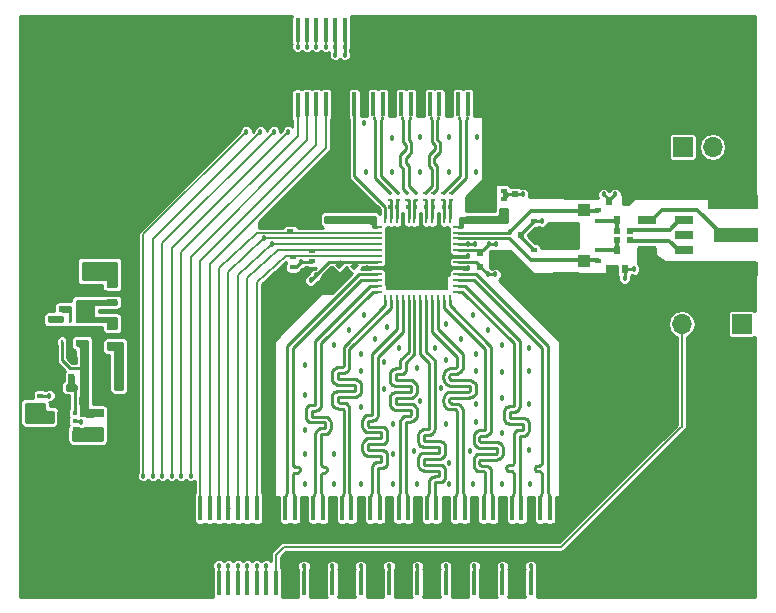
<source format=gtl>
G04 #@! TF.FileFunction,Copper,L1,Top,Signal*
%FSLAX46Y46*%
G04 Gerber Fmt 4.6, Leading zero omitted, Abs format (unit mm)*
G04 Created by KiCad (PCBNEW 4.0.7) date 08/22/18 22:13:15*
%MOMM*%
%LPD*%
G01*
G04 APERTURE LIST*
%ADD10C,0.100000*%
%ADD11O,2.200000X2.200000*%
%ADD12R,0.400000X2.100000*%
%ADD13R,0.500000X0.600000*%
%ADD14R,0.600000X0.500000*%
%ADD15R,0.750000X0.800000*%
%ADD16R,0.800000X0.750000*%
%ADD17R,0.900000X0.500000*%
%ADD18R,2.000000X0.800000*%
%ADD19C,4.500000*%
%ADD20R,0.600000X0.400000*%
%ADD21R,0.400000X0.600000*%
%ADD22R,0.450000X0.300000*%
%ADD23R,1.000000X1.600000*%
%ADD24R,0.260000X0.400000*%
%ADD25R,1.300000X0.800000*%
%ADD26R,5.300000X5.300000*%
%ADD27R,0.900000X0.250000*%
%ADD28R,0.250000X0.900000*%
%ADD29R,0.300000X0.350000*%
%ADD30R,0.430000X0.280000*%
%ADD31R,0.600000X0.800000*%
%ADD32R,2.200000X1.050000*%
%ADD33R,1.050000X1.000000*%
%ADD34R,1.700000X1.700000*%
%ADD35O,1.700000X1.700000*%
%ADD36R,1.650000X0.760000*%
%ADD37R,4.200000X1.270000*%
%ADD38R,3.700000X1.270000*%
%ADD39C,0.457200*%
%ADD40C,0.254000*%
%ADD41C,0.127000*%
%ADD42C,0.750000*%
%ADD43C,0.250000*%
%ADD44C,0.200000*%
%ADD45C,0.355600*%
G04 APERTURE END LIST*
D10*
D11*
X94550000Y-120000000D03*
X128950000Y-120000000D03*
X132075000Y-117625000D03*
X132075000Y-122375000D03*
X91425000Y-122375000D03*
X91425000Y-117625000D03*
D12*
X112150000Y-116600000D03*
X111350000Y-116600000D03*
X112950000Y-116600000D03*
X113750000Y-116600000D03*
X114550000Y-116600000D03*
X115350000Y-116600000D03*
X116150000Y-116600000D03*
X116950000Y-116600000D03*
X117750000Y-116600000D03*
X118550000Y-116600000D03*
X119350000Y-116600000D03*
X120150000Y-116600000D03*
X120950000Y-116600000D03*
X121750000Y-116600000D03*
X122550000Y-116600000D03*
X123350000Y-116600000D03*
X124150000Y-116600000D03*
X124950000Y-116600000D03*
X125750000Y-116600000D03*
X126550000Y-116600000D03*
X127350000Y-116600000D03*
X110550000Y-116600000D03*
X109750000Y-116600000D03*
X108950000Y-116600000D03*
X108150000Y-116600000D03*
X107350000Y-116600000D03*
X106550000Y-116600000D03*
X105750000Y-116600000D03*
X104950000Y-116600000D03*
X104150000Y-116600000D03*
X103350000Y-116600000D03*
X102550000Y-116600000D03*
X101750000Y-116600000D03*
X100950000Y-116600000D03*
X100150000Y-116600000D03*
X99350000Y-116600000D03*
X98550000Y-116600000D03*
X97750000Y-116600000D03*
X96950000Y-116600000D03*
X96150000Y-116600000D03*
X96150000Y-122900000D03*
X96950000Y-122900000D03*
X97750000Y-122900000D03*
X98550000Y-122900000D03*
X99350000Y-122900000D03*
X100150000Y-122900000D03*
X100950000Y-122900000D03*
X101750000Y-122900000D03*
X102550000Y-122900000D03*
X103350000Y-122900000D03*
X104150000Y-122900000D03*
X104950000Y-122900000D03*
X105750000Y-122900000D03*
X106550000Y-122900000D03*
X107350000Y-122900000D03*
X108150000Y-122900000D03*
X108950000Y-122900000D03*
X109750000Y-122900000D03*
X110550000Y-122900000D03*
X111350000Y-122900000D03*
X112150000Y-122900000D03*
X112950000Y-122900000D03*
X113750000Y-122900000D03*
X114550000Y-122900000D03*
X115350000Y-122900000D03*
X116150000Y-122900000D03*
X116950000Y-122900000D03*
X117750000Y-122900000D03*
X118550000Y-122900000D03*
X119350000Y-122900000D03*
X120150000Y-122900000D03*
X120950000Y-122900000D03*
X121750000Y-122900000D03*
X122550000Y-122900000D03*
X123350000Y-122900000D03*
X124150000Y-122900000D03*
X124950000Y-122900000D03*
X125750000Y-122900000D03*
X126550000Y-122900000D03*
X127350000Y-122900000D03*
D13*
X108250000Y-92150000D03*
X108250000Y-91050000D03*
X109200000Y-92150000D03*
X109200000Y-91050000D03*
X110150000Y-92150000D03*
X110150000Y-91050000D03*
X120850000Y-92150000D03*
X120850000Y-91050000D03*
X119900000Y-92150000D03*
X119900000Y-91050000D03*
X118950000Y-92150000D03*
X118950000Y-91050000D03*
X86400000Y-96950000D03*
X86400000Y-98050000D03*
X87400000Y-96950000D03*
X87400000Y-98050000D03*
D10*
G36*
X109274264Y-95622182D02*
X109627818Y-95975736D01*
X109203554Y-96400000D01*
X108850000Y-96046446D01*
X109274264Y-95622182D01*
X109274264Y-95622182D01*
G37*
G36*
X108496446Y-96400000D02*
X108850000Y-96753554D01*
X108425736Y-97177818D01*
X108072182Y-96824264D01*
X108496446Y-96400000D01*
X108496446Y-96400000D01*
G37*
G36*
X108024264Y-95572182D02*
X108377818Y-95925736D01*
X107953554Y-96350000D01*
X107600000Y-95996446D01*
X108024264Y-95572182D01*
X108024264Y-95572182D01*
G37*
G36*
X107246446Y-96350000D02*
X107600000Y-96703554D01*
X107175736Y-97127818D01*
X106822182Y-96774264D01*
X107246446Y-96350000D01*
X107246446Y-96350000D01*
G37*
D14*
X119875000Y-96175000D03*
X120975000Y-96175000D03*
D15*
X82550000Y-110350000D03*
X82550000Y-108850000D03*
D14*
X86350000Y-105500000D03*
X85250000Y-105500000D03*
D16*
X84750000Y-107500000D03*
X86250000Y-107500000D03*
D14*
X86350000Y-103400000D03*
X85250000Y-103400000D03*
D15*
X86800000Y-101650000D03*
X86800000Y-100150000D03*
D13*
X83500000Y-100600000D03*
X83500000Y-101700000D03*
D14*
X89250000Y-103800000D03*
X88150000Y-103800000D03*
X89250000Y-104700000D03*
X88150000Y-104700000D03*
X119875000Y-94950000D03*
X120975000Y-94950000D03*
X131450000Y-93100000D03*
X132550000Y-93100000D03*
X123300000Y-93450000D03*
X124400000Y-93450000D03*
D12*
X119600000Y-76100000D03*
D11*
X121200000Y-79000000D03*
X102800000Y-79000000D03*
X99675000Y-81375000D03*
X99675000Y-76625000D03*
X124325000Y-76625000D03*
X124325000Y-81375000D03*
D12*
X104400000Y-82425000D03*
X105200000Y-82400000D03*
X106000000Y-82400000D03*
X106800000Y-82400000D03*
X107600000Y-82400000D03*
X108400000Y-82400000D03*
X109200000Y-82400000D03*
X110000000Y-82400000D03*
X110800000Y-82400000D03*
X111600000Y-82400000D03*
X112400000Y-82400000D03*
X113200000Y-82400000D03*
X114000000Y-82400000D03*
X114800000Y-82400000D03*
X115600000Y-82400000D03*
X116400000Y-82400000D03*
X117200000Y-82400000D03*
X118000000Y-82400000D03*
X118800000Y-82400000D03*
X119600000Y-82400000D03*
X118800000Y-76100000D03*
X118000000Y-76100000D03*
X117200000Y-76100000D03*
X116400000Y-76100000D03*
X115600000Y-76100000D03*
X114800000Y-76100000D03*
X114000000Y-76100000D03*
X113200000Y-76100000D03*
X112400000Y-76100000D03*
X111600000Y-76100000D03*
X110800000Y-76100000D03*
X110000000Y-76100000D03*
X109200000Y-76100000D03*
X108400000Y-76100000D03*
X107600000Y-76100000D03*
X106800000Y-76100000D03*
X106000000Y-76100000D03*
X105200000Y-76100000D03*
X104400000Y-76100000D03*
D17*
X88700000Y-99150000D03*
X88700000Y-97650000D03*
D18*
X87000000Y-110525000D03*
X87000000Y-108525000D03*
D17*
X88700000Y-101250000D03*
X88700000Y-102750000D03*
D19*
X85000000Y-120000000D03*
X85000000Y-79000000D03*
X139000000Y-79000000D03*
X139000000Y-120000000D03*
D20*
X82600000Y-107050000D03*
X82600000Y-107950000D03*
D21*
X86450000Y-106400000D03*
X85550000Y-106400000D03*
X85930000Y-99700000D03*
X85030000Y-99700000D03*
X84950000Y-106400000D03*
X84050000Y-106400000D03*
X84350000Y-99700000D03*
X83450000Y-99700000D03*
D20*
X104000000Y-96200000D03*
X104000000Y-95300000D03*
X105600000Y-95700000D03*
X105600000Y-94800000D03*
X103800000Y-93150000D03*
X103800000Y-92250000D03*
X129800000Y-91350000D03*
X129800000Y-92250000D03*
X124400000Y-91400000D03*
X124400000Y-92300000D03*
X121850000Y-91300000D03*
X121850000Y-90400000D03*
X124400000Y-94700000D03*
X124400000Y-95600000D03*
D22*
X85525000Y-109850000D03*
X85525000Y-109200000D03*
X85525000Y-108550000D03*
X83575000Y-108550000D03*
X83575000Y-109200000D03*
X83575000Y-109850000D03*
D23*
X84550000Y-109200000D03*
D24*
X85750000Y-100700000D03*
X85100000Y-100700000D03*
X84450000Y-100700000D03*
X85750000Y-102500000D03*
X85100000Y-102500000D03*
X84450000Y-102500000D03*
D25*
X85100000Y-101600000D03*
D26*
X114550000Y-95500000D03*
D27*
X111100000Y-92750000D03*
X111100000Y-93250000D03*
X111100000Y-93750000D03*
X111100000Y-94250000D03*
X111100000Y-94750000D03*
X111100000Y-95250000D03*
X111100000Y-95750000D03*
X111100000Y-96250000D03*
X111100000Y-96750000D03*
X111100000Y-97250000D03*
X111100000Y-97750000D03*
X111100000Y-98250000D03*
D28*
X111800000Y-98950000D03*
X112300000Y-98950000D03*
X112800000Y-98950000D03*
X113300000Y-98950000D03*
X113800000Y-98950000D03*
X114300000Y-98950000D03*
X114800000Y-98950000D03*
X115300000Y-98950000D03*
X115800000Y-98950000D03*
X116300000Y-98950000D03*
X116800000Y-98950000D03*
X117300000Y-98950000D03*
D27*
X118000000Y-98250000D03*
X118000000Y-97750000D03*
X118000000Y-97250000D03*
X118000000Y-96750000D03*
X118000000Y-96250000D03*
X118000000Y-95750000D03*
X118000000Y-95250000D03*
X118000000Y-94750000D03*
X118000000Y-94250000D03*
X118000000Y-93750000D03*
X118000000Y-93250000D03*
X118000000Y-92750000D03*
D28*
X117300000Y-92050000D03*
X116800000Y-92050000D03*
X116300000Y-92050000D03*
X115800000Y-92050000D03*
X115300000Y-92050000D03*
X114800000Y-92050000D03*
X114300000Y-92050000D03*
X113800000Y-92050000D03*
X113300000Y-92050000D03*
X112800000Y-92050000D03*
X112300000Y-92050000D03*
X111800000Y-92050000D03*
D29*
X112270000Y-91100000D03*
X112830000Y-91100000D03*
X113770000Y-91100000D03*
X114330000Y-91100000D03*
X115270000Y-91100000D03*
X115830000Y-91100000D03*
X116770000Y-91100000D03*
X117330000Y-91100000D03*
D30*
X112200000Y-90460000D03*
X112200000Y-89940000D03*
X112900000Y-90460000D03*
X112900000Y-89940000D03*
X113700000Y-90460000D03*
X113700000Y-89940000D03*
X114400000Y-90460000D03*
X114400000Y-89940000D03*
X115200000Y-90460000D03*
X115200000Y-89940000D03*
X115900000Y-90460000D03*
X115900000Y-89940000D03*
X116700000Y-90460000D03*
X116700000Y-89940000D03*
X117400000Y-90460000D03*
X117400000Y-89940000D03*
D13*
X122850000Y-90000000D03*
X122850000Y-88900000D03*
D14*
X131450000Y-93850000D03*
X132550000Y-93850000D03*
D31*
X132100000Y-90600000D03*
X130800000Y-90600000D03*
X131450000Y-92200000D03*
X130800000Y-96350000D03*
X132100000Y-96350000D03*
X131450000Y-94750000D03*
D32*
X127150000Y-92825000D03*
X127150000Y-89875000D03*
D33*
X128675000Y-91350000D03*
D32*
X127150000Y-97125000D03*
X127150000Y-94175000D03*
D33*
X128675000Y-95650000D03*
D34*
X137000000Y-86000000D03*
D35*
X139540000Y-86000000D03*
X142080000Y-86000000D03*
D34*
X142000000Y-101000000D03*
D35*
X139460000Y-101000000D03*
X136920000Y-101000000D03*
D20*
X121850000Y-89700000D03*
X121850000Y-88800000D03*
X129800000Y-95650000D03*
X129800000Y-94750000D03*
D36*
X137140000Y-92230000D03*
X137140000Y-93500000D03*
X137140000Y-94770000D03*
X133960000Y-94770000D03*
X133960000Y-92230000D03*
D37*
X141250000Y-90635000D03*
D38*
X141500000Y-93500000D03*
D37*
X141250000Y-96365000D03*
D39*
X120600000Y-94250000D03*
X121200000Y-94250000D03*
X132875000Y-96350000D03*
X130325000Y-90025000D03*
X131275000Y-90025000D03*
X132100000Y-97100000D03*
X86400000Y-96000000D03*
X122075000Y-92150000D03*
X121500000Y-92150000D03*
X107525000Y-92150000D03*
X106925000Y-92150000D03*
X87400000Y-96000000D03*
X111750000Y-80250000D03*
X113250000Y-80250000D03*
X114750000Y-80250000D03*
X116250000Y-80250000D03*
X117750000Y-80250000D03*
X119250000Y-80250000D03*
X112500000Y-78250000D03*
X111000000Y-78250000D03*
X109500000Y-78250000D03*
X110250000Y-80250000D03*
X121750000Y-114550000D03*
X124000000Y-103000000D03*
X124000000Y-105000000D03*
X124000000Y-107750000D03*
X124000000Y-111700000D03*
X124050000Y-114550000D03*
X119250000Y-114550000D03*
X119250000Y-100250000D03*
X120500000Y-101500000D03*
X121750000Y-102750000D03*
X121750000Y-105050000D03*
X121750000Y-107250000D03*
X121750000Y-110250000D03*
X114000000Y-118500000D03*
X117000000Y-101000000D03*
X118250000Y-102250000D03*
X119500000Y-103500000D03*
X119500000Y-105000000D03*
X119500000Y-107750000D03*
X119500000Y-109250000D03*
X119000000Y-111750000D03*
X117250000Y-114550000D03*
X117250000Y-112750000D03*
X117000000Y-109500000D03*
X116550000Y-106450000D03*
X117000000Y-104000000D03*
X116000000Y-103000000D03*
X114500000Y-104750000D03*
X114800000Y-107500000D03*
X114250000Y-111750000D03*
X114500000Y-114550000D03*
X103100000Y-98550000D03*
X113000000Y-103000000D03*
X111750000Y-104250000D03*
X111750000Y-106500000D03*
X112500000Y-109500000D03*
X112500000Y-112000000D03*
X112500000Y-114550000D03*
X109750000Y-114550000D03*
X109750000Y-108000000D03*
X109750000Y-105000000D03*
X109750000Y-103500000D03*
X111000000Y-102250000D03*
X112000000Y-101250000D03*
X110000000Y-100250000D03*
X108750000Y-101500000D03*
X107500000Y-102750000D03*
X107500000Y-112000000D03*
X107500000Y-114550000D03*
X105000000Y-114550000D03*
X105000000Y-112000000D03*
X105000000Y-110000000D03*
X105000000Y-107000000D03*
X105000000Y-104500000D03*
X103250000Y-101000000D03*
X104500000Y-99750000D03*
X107500000Y-97750000D03*
X106500000Y-97750000D03*
X105750000Y-98500000D03*
X104100000Y-97600000D03*
X101950000Y-97300000D03*
X102000000Y-99650000D03*
X102000000Y-102250000D03*
X102000000Y-104500000D03*
X102000000Y-107000000D03*
X102000000Y-109500000D03*
X102000000Y-112000000D03*
X102000000Y-114550000D03*
X121050000Y-88800000D03*
X123600000Y-88800000D03*
X82950000Y-112500000D03*
X82300000Y-111850000D03*
X81650000Y-111150000D03*
X85500000Y-89500000D03*
X94250000Y-88000000D03*
X91750000Y-88000000D03*
X89250000Y-88000000D03*
X86750000Y-88000000D03*
X117200000Y-88100000D03*
X117200000Y-85200000D03*
X119550000Y-88100000D03*
X114800000Y-85200000D03*
X114800000Y-88100000D03*
X112400000Y-88100000D03*
X110000000Y-84000000D03*
X110200000Y-88100000D03*
X119600000Y-85200000D03*
X112400000Y-85250000D03*
X90500000Y-109500000D03*
X89250000Y-108250000D03*
X89250000Y-110500000D03*
X87350000Y-103800000D03*
X87350000Y-104700000D03*
X88000000Y-107000000D03*
X88150000Y-105350000D03*
X85500000Y-97000000D03*
X88150000Y-98400000D03*
X86900000Y-98050000D03*
X85500000Y-98050000D03*
X85100000Y-101700000D03*
X85400000Y-104050000D03*
X82900000Y-101700000D03*
X86050000Y-101700000D03*
X84100000Y-101700000D03*
X83450000Y-99050000D03*
X83500000Y-102400000D03*
X82900000Y-99700000D03*
X84550000Y-109800000D03*
X84550000Y-109200000D03*
X84550000Y-108600000D03*
X84000000Y-105650000D03*
X83400000Y-106250000D03*
X83950000Y-107700000D03*
X108250000Y-90250000D03*
X108750000Y-89250000D03*
X107500000Y-91000000D03*
X110000000Y-90250000D03*
X109150000Y-90250000D03*
X105250000Y-89000000D03*
X104000000Y-90250000D03*
X102750000Y-91500000D03*
X101500000Y-92750000D03*
X106400000Y-87850000D03*
X107500000Y-86750000D03*
X108500000Y-85750000D03*
X107500000Y-85000000D03*
X108500000Y-84000000D03*
X114000000Y-78250000D03*
X118500000Y-78250000D03*
X117000000Y-78250000D03*
X115500000Y-78250000D03*
X124250000Y-98250000D03*
X123000000Y-97000000D03*
X125500000Y-99500000D03*
X128000000Y-99500000D03*
X130500000Y-99500000D03*
X133000000Y-99500000D03*
X121750000Y-96250000D03*
X121000000Y-95550000D03*
X121750000Y-95000000D03*
X135500000Y-97000000D03*
X134000000Y-95750000D03*
X125500000Y-89500000D03*
X125500000Y-87000000D03*
X128750000Y-89500000D03*
X120500000Y-87000000D03*
X120750000Y-90250000D03*
X119900000Y-90250000D03*
X119000000Y-90250000D03*
X130000000Y-97000000D03*
X128750000Y-97000000D03*
X90500000Y-99500000D03*
X90500000Y-102700000D03*
X103350000Y-121500000D03*
X124500000Y-118500000D03*
X123000000Y-118500000D03*
X121500000Y-118500000D03*
X120000000Y-118500000D03*
X118500000Y-118500000D03*
X117000000Y-118500000D03*
X115500000Y-118500000D03*
X112500000Y-118500000D03*
X111000000Y-118500000D03*
X109500000Y-118500000D03*
X108000000Y-118500000D03*
X106500000Y-118500000D03*
X105000000Y-118500000D03*
X103500000Y-118500000D03*
X122500000Y-120500000D03*
X121000000Y-120500000D03*
X119500000Y-120500000D03*
X118000000Y-120500000D03*
X116500000Y-120500000D03*
X115000000Y-120500000D03*
X113500000Y-120500000D03*
X112000000Y-120500000D03*
X110500000Y-120500000D03*
X109000000Y-120500000D03*
X107500000Y-120500000D03*
X106000000Y-120500000D03*
X127000000Y-121000000D03*
X88000000Y-84500000D03*
X93000000Y-89500000D03*
X90500000Y-89500000D03*
X88000000Y-89500000D03*
X83000000Y-89500000D03*
X83000000Y-92000000D03*
X85500000Y-92000000D03*
X88000000Y-92000000D03*
X90500000Y-92000000D03*
X90500000Y-94500000D03*
X88000000Y-94500000D03*
X85500000Y-94500000D03*
X83000000Y-94500000D03*
X83000000Y-97000000D03*
X85500000Y-84500000D03*
X83000000Y-84500000D03*
X90500000Y-84500000D03*
X88000000Y-122000000D03*
X88000000Y-119500000D03*
X88000000Y-117000000D03*
X85500000Y-117000000D03*
X83000000Y-117000000D03*
X83000000Y-114500000D03*
X85500000Y-114500000D03*
X88000000Y-114500000D03*
X90500000Y-114500000D03*
X90500000Y-97000000D03*
X90500000Y-107000000D03*
X83000000Y-104500000D03*
X93000000Y-84500000D03*
X95500000Y-84500000D03*
X98000000Y-84500000D03*
X88000000Y-77000000D03*
X90500000Y-77000000D03*
X93000000Y-77000000D03*
X95500000Y-77000000D03*
X98000000Y-79500000D03*
X95500000Y-79500000D03*
X93000000Y-79500000D03*
X90500000Y-79500000D03*
X88000000Y-79500000D03*
X83000000Y-82000000D03*
X85500000Y-82000000D03*
X88000000Y-82000000D03*
X90500000Y-82000000D03*
X93000000Y-82000000D03*
X95500000Y-82000000D03*
X138000000Y-97000000D03*
X135500000Y-122000000D03*
X135500000Y-119500000D03*
X135500000Y-117000000D03*
X138000000Y-117000000D03*
X140500000Y-117000000D03*
X140500000Y-114500000D03*
X138000000Y-114500000D03*
X135500000Y-114500000D03*
X133000000Y-114500000D03*
X128000000Y-114500000D03*
X128000000Y-112000000D03*
X130500000Y-112000000D03*
X135500000Y-112000000D03*
X138000000Y-112000000D03*
X140500000Y-112000000D03*
X140500000Y-109500000D03*
X138000000Y-109500000D03*
X133000000Y-109500000D03*
X130500000Y-109500000D03*
X128000000Y-109500000D03*
X128000000Y-107000000D03*
X130500000Y-107000000D03*
X133000000Y-107000000D03*
X135500000Y-107000000D03*
X140500000Y-107000000D03*
X138000000Y-104500000D03*
X135500000Y-104500000D03*
X133000000Y-104500000D03*
X130500000Y-104500000D03*
X128000000Y-104500000D03*
X128000000Y-102000000D03*
X130500000Y-102000000D03*
X133000000Y-102000000D03*
X135500000Y-102000000D03*
X135500000Y-99500000D03*
X103000000Y-77000000D03*
X100500000Y-79500000D03*
X123000000Y-79500000D03*
X120500000Y-77000000D03*
X125500000Y-79500000D03*
X120500000Y-84500000D03*
X135500000Y-89500000D03*
X133000000Y-89500000D03*
X135500000Y-77000000D03*
X133000000Y-77000000D03*
X130500000Y-77000000D03*
X128000000Y-77000000D03*
X128000000Y-79500000D03*
X130500000Y-79500000D03*
X133000000Y-79500000D03*
X135500000Y-79500000D03*
X135500000Y-82000000D03*
X138000000Y-82000000D03*
X140500000Y-82000000D03*
X140500000Y-84500000D03*
X133000000Y-84500000D03*
X133000000Y-82000000D03*
X130500000Y-82000000D03*
X130500000Y-84500000D03*
X128000000Y-84500000D03*
X128000000Y-82000000D03*
X125500000Y-84500000D03*
X123000000Y-84500000D03*
X123000000Y-87000000D03*
X128000000Y-87000000D03*
X130500000Y-87000000D03*
X133000000Y-87000000D03*
X138000000Y-89500000D03*
X140500000Y-89500000D03*
X125600000Y-93500000D03*
X125600000Y-94200000D03*
X125600000Y-92800000D03*
X110300000Y-96250000D03*
X112500000Y-97500000D03*
X114500000Y-97500000D03*
X116500000Y-97500000D03*
X116500000Y-95500000D03*
X114500000Y-95500000D03*
X112500000Y-95500000D03*
X112500000Y-93300000D03*
X114500000Y-93300000D03*
X116500000Y-93300000D03*
X118800000Y-96250000D03*
X118800000Y-95250000D03*
X120550000Y-96800000D03*
X121150000Y-96800000D03*
X105500000Y-97300000D03*
X89250000Y-105450000D03*
X89250000Y-106200000D03*
X105950000Y-96850000D03*
X81650000Y-108525000D03*
X81650000Y-109150000D03*
X81650000Y-107900000D03*
X107350000Y-121500000D03*
X104950000Y-121500000D03*
X108400000Y-78200000D03*
X107600000Y-78200000D03*
X108400000Y-77500000D03*
X107600000Y-77500000D03*
X119350000Y-121500000D03*
X116950000Y-121500000D03*
X114550000Y-121500000D03*
X112150000Y-121500000D03*
X124150000Y-121500000D03*
X121750000Y-121500000D03*
X109750000Y-121500000D03*
X104700000Y-95750000D03*
X118800000Y-94250000D03*
X86350000Y-104750000D03*
X86350000Y-104100000D03*
X119400000Y-94250000D03*
X94550000Y-113850000D03*
X100950000Y-121450000D03*
X95350000Y-113850000D03*
X101750000Y-121450000D03*
X106800000Y-77500000D03*
X103600000Y-84700000D03*
X93750000Y-113850000D03*
X100150000Y-121450000D03*
X106000000Y-77500000D03*
X102400000Y-84700000D03*
X92950000Y-113850000D03*
X99350000Y-121450000D03*
X105200000Y-77500000D03*
X101250000Y-84700000D03*
X92150000Y-113850000D03*
X98550000Y-121450000D03*
X100050000Y-84700000D03*
X104400000Y-77500000D03*
X91350000Y-113850000D03*
X97750000Y-121450000D03*
X102200000Y-94250000D03*
X101600000Y-93750000D03*
X86100000Y-109300000D03*
X83400000Y-107050000D03*
X125075000Y-92300000D03*
X123475000Y-90000000D03*
D40*
X118000000Y-92750000D02*
X118250000Y-92750000D01*
X118250000Y-92750000D02*
X118250000Y-92150000D01*
X118250000Y-92150000D02*
X118950000Y-92150000D01*
X118950000Y-92150000D02*
X119900000Y-92150000D01*
X119900000Y-92150000D02*
X120850000Y-92150000D01*
X111100000Y-92750000D02*
X110850000Y-92750000D01*
X110850000Y-92750000D02*
X110850000Y-92150000D01*
X110850000Y-92150000D02*
X110150000Y-92150000D01*
X110150000Y-92150000D02*
X109200000Y-92150000D01*
X109200000Y-92150000D02*
X108250000Y-92150000D01*
X121200000Y-94250000D02*
X120600000Y-94250000D01*
X120625000Y-94250000D02*
X121200000Y-94250000D01*
X120625000Y-94250000D02*
X120125000Y-94750000D01*
X118000000Y-94750000D02*
X120125000Y-94750000D01*
X130800000Y-90500000D02*
X130325000Y-90025000D01*
X130800000Y-90600000D02*
X130800000Y-90500000D01*
X130800000Y-90500000D02*
X131275000Y-90025000D01*
X132100000Y-96350000D02*
X132875000Y-96350000D01*
X132100000Y-96350000D02*
X132100000Y-97100000D01*
X86400000Y-96000000D02*
X86400000Y-96950000D01*
X122075000Y-92150000D02*
X121500000Y-92150000D01*
X121850000Y-91800000D02*
X121500000Y-92150000D01*
X121850000Y-91800000D02*
X121850000Y-91300000D01*
X106925000Y-92150000D02*
X107525000Y-92150000D01*
X107525000Y-92150000D02*
X108250000Y-92150000D01*
X87400000Y-96950000D02*
X87400000Y-96000000D01*
X101750000Y-116600000D02*
X101750000Y-114800000D01*
X101750000Y-114800000D02*
X102000000Y-114550000D01*
X122850000Y-88900000D02*
X123500000Y-88900000D01*
X123500000Y-88900000D02*
X123600000Y-88800000D01*
X82550000Y-110350000D02*
X82450000Y-110350000D01*
X82450000Y-110350000D02*
X81650000Y-111150000D01*
X83450000Y-99700000D02*
X82900000Y-99700000D01*
X107550000Y-91050000D02*
X107500000Y-91000000D01*
X108250000Y-91050000D02*
X107550000Y-91050000D01*
X108400000Y-83900000D02*
X108500000Y-84000000D01*
X108400000Y-82400000D02*
X108400000Y-83900000D01*
X118950000Y-91050000D02*
X118950000Y-90300000D01*
X118950000Y-90300000D02*
X119000000Y-90250000D01*
X127150000Y-97125000D02*
X128625000Y-97125000D01*
X128625000Y-97125000D02*
X128750000Y-97000000D01*
X103350000Y-122900000D02*
X103350000Y-121500000D01*
X102550000Y-116600000D02*
X102550000Y-118050000D01*
X103000000Y-118500000D02*
X103500000Y-118500000D01*
X102550000Y-118050000D02*
X103000000Y-118500000D01*
X103350000Y-122900000D02*
X103350000Y-121150000D01*
X104000000Y-120500000D02*
X106000000Y-120500000D01*
X103350000Y-121150000D02*
X104000000Y-120500000D01*
X139000000Y-79000000D02*
X137500000Y-79000000D01*
X137500000Y-79000000D02*
X135500000Y-77000000D01*
X132100000Y-90600000D02*
X132375000Y-90600000D01*
X132375000Y-90600000D02*
X132625000Y-90350000D01*
X132100000Y-90600000D02*
X132100000Y-90700000D01*
X132100000Y-90700000D02*
X132275000Y-90875000D01*
X132275000Y-90875000D02*
X132350000Y-90875000D01*
X132350000Y-90875000D02*
X132875000Y-90350000D01*
X125600000Y-92800000D02*
X125600000Y-93500000D01*
X125875000Y-94175000D02*
X127150000Y-94175000D01*
X125875000Y-94175000D02*
X125600000Y-94200000D01*
X125600000Y-93500000D02*
X125600000Y-94200000D01*
X111100000Y-96250000D02*
X110300000Y-96250000D01*
X114550000Y-95500000D02*
X114500000Y-95500000D01*
X114500000Y-95500000D02*
X112500000Y-97500000D01*
X114500000Y-97500000D02*
X116500000Y-97500000D01*
X116500000Y-95500000D02*
X114500000Y-95500000D01*
X112500000Y-95500000D02*
X112500000Y-93300000D01*
X114500000Y-93300000D02*
X116500000Y-93300000D01*
X118000000Y-96250000D02*
X118800000Y-96250000D01*
X118000000Y-95250000D02*
X118800000Y-95250000D01*
D41*
X139450000Y-101000000D02*
X139460000Y-101000000D01*
D40*
X120550000Y-96800000D02*
X119875000Y-96125000D01*
X121150000Y-96800000D02*
X120550000Y-96800000D01*
X119975000Y-96100000D02*
X119950000Y-96125000D01*
X119950000Y-96125000D02*
X119875000Y-96125000D01*
X105950000Y-96850000D02*
X105500000Y-97300000D01*
X107050000Y-95750000D02*
X107977818Y-95750000D01*
X107050000Y-95750000D02*
X105950000Y-96850000D01*
X107988909Y-95961091D02*
X107988909Y-95761091D01*
X107988909Y-95761091D02*
X107977818Y-95750000D01*
X108050000Y-95750000D02*
X107988909Y-95961091D01*
X109250000Y-95750000D02*
X108050000Y-95750000D01*
X111100000Y-95750000D02*
X109250000Y-95750000D01*
X118000000Y-95750000D02*
X119500000Y-95750000D01*
X119500000Y-95750000D02*
X119750000Y-96000000D01*
X119750000Y-96000000D02*
X119900000Y-96150000D01*
X119900000Y-96150000D02*
X119950000Y-96100000D01*
X118050000Y-95750000D02*
X118000000Y-95750000D01*
X81600000Y-109200000D02*
X81650000Y-109150000D01*
X81650000Y-108525000D02*
X81650000Y-108650000D01*
X81650000Y-107950000D02*
X81650000Y-107900000D01*
X82600000Y-107950000D02*
X81650000Y-107950000D01*
X81650000Y-107950000D02*
X81600000Y-108000000D01*
X82550000Y-108850000D02*
X81850000Y-108850000D01*
X81850000Y-108850000D02*
X81650000Y-108650000D01*
X82550000Y-108850000D02*
X81950000Y-108850000D01*
X81950000Y-108850000D02*
X81600000Y-109200000D01*
X108400000Y-77500000D02*
X108400000Y-78200000D01*
X107600000Y-77500000D02*
X107600000Y-78200000D01*
X108400000Y-76100000D02*
X108400000Y-77500000D01*
X107600000Y-76100000D02*
X107600000Y-77500000D01*
X104950000Y-122900000D02*
X104950000Y-121500000D01*
X124150000Y-122900000D02*
X124150000Y-121500000D01*
X121750000Y-122900000D02*
X121750000Y-121500000D01*
X119350000Y-122900000D02*
X119350000Y-121500000D01*
X116950000Y-122900000D02*
X116950000Y-121500000D01*
X114550000Y-122900000D02*
X114550000Y-121500000D01*
X112150000Y-122900000D02*
X112150000Y-121500000D01*
X109750000Y-122900000D02*
X109750000Y-121500000D01*
X107350000Y-122900000D02*
X107350000Y-121500000D01*
X105600000Y-95700000D02*
X105550000Y-95750000D01*
X105550000Y-95750000D02*
X104700000Y-95750000D01*
X105550000Y-95750000D02*
X104800000Y-95750000D01*
X104750000Y-95750000D02*
X104700000Y-95750000D01*
X104700000Y-95750000D02*
X104250000Y-96200000D01*
X104250000Y-96200000D02*
X104000000Y-96200000D01*
X104800000Y-95750000D02*
X104750000Y-95750000D01*
X104750000Y-95750000D02*
X105600000Y-95750000D01*
X105600000Y-95750000D02*
X105600000Y-95700000D01*
X105600000Y-95700000D02*
X105500000Y-95700000D01*
X105500000Y-95700000D02*
X105450000Y-95750000D01*
X105450000Y-95750000D02*
X104700000Y-95750000D01*
X104700000Y-95750000D02*
X104250000Y-96200000D01*
X104250000Y-96200000D02*
X104000000Y-96200000D01*
D42*
X86350000Y-105500000D02*
X86350000Y-106425000D01*
X86350000Y-106425000D02*
X86350000Y-107175000D01*
X86350000Y-107175000D02*
X86350000Y-108250000D01*
X86350000Y-108250000D02*
X86600000Y-108500000D01*
X86600000Y-108500000D02*
X86950000Y-108500000D01*
X86950000Y-108500000D02*
X87000000Y-108525000D01*
D40*
X84450000Y-104075000D02*
X85125000Y-104750000D01*
X86375000Y-104750000D02*
X86350000Y-104750000D01*
X85125000Y-104750000D02*
X86375000Y-104750000D01*
X84450000Y-102500000D02*
X84450000Y-104075000D01*
X84450000Y-104075000D02*
X84450000Y-104050000D01*
D42*
X86350000Y-103400000D02*
X86350000Y-104425000D01*
X86350000Y-104100000D02*
X86350000Y-104750000D01*
X86350000Y-104425000D02*
X86350000Y-104100000D01*
X86350000Y-104750000D02*
X86350000Y-105500000D01*
D40*
X119400000Y-94250000D02*
X118800000Y-94250000D01*
X118800000Y-94250000D02*
X118000000Y-94250000D01*
X104800000Y-95750000D02*
X104700000Y-95750000D01*
X104700000Y-95750000D02*
X104250000Y-96200000D01*
X104250000Y-96200000D02*
X104000000Y-96200000D01*
X105600000Y-95750000D02*
X105600000Y-95700000D01*
X105600000Y-95750000D02*
X105600000Y-95700000D01*
X85525000Y-108550000D02*
X85525000Y-106400000D01*
X85525000Y-106400000D02*
X85550000Y-106400000D01*
X84450000Y-100700000D02*
X84450000Y-100550000D01*
X84450000Y-100550000D02*
X84400000Y-100600000D01*
X84400000Y-100600000D02*
X83500000Y-100600000D01*
D43*
X112270000Y-91100000D02*
X112300000Y-91100000D01*
X112300000Y-91100000D02*
X112300000Y-90500000D01*
X112300000Y-90500000D02*
X112200000Y-90460000D01*
X112300000Y-92050000D02*
X112300000Y-91100000D01*
X112830000Y-91100000D02*
X112800000Y-91100000D01*
X112800000Y-91100000D02*
X112800000Y-90500000D01*
X112800000Y-90500000D02*
X112900000Y-90460000D01*
X112800000Y-92050000D02*
X112800000Y-91100000D01*
X113770000Y-91100000D02*
X113800000Y-91100000D01*
X113800000Y-91100000D02*
X113800000Y-90500000D01*
X113800000Y-90500000D02*
X113700000Y-90460000D01*
X113800000Y-92050000D02*
X113800000Y-91100000D01*
X114330000Y-91100000D02*
X114300000Y-91100000D01*
X114300000Y-91100000D02*
X114300000Y-90500000D01*
X114300000Y-90500000D02*
X114400000Y-90460000D01*
X114300000Y-92050000D02*
X114300000Y-91100000D01*
X115270000Y-91100000D02*
X115300000Y-91100000D01*
X115300000Y-91100000D02*
X115300000Y-90500000D01*
X115300000Y-90500000D02*
X115200000Y-90460000D01*
X115300000Y-92050000D02*
X115300000Y-91100000D01*
X115830000Y-91100000D02*
X115800000Y-91100000D01*
X115800000Y-91100000D02*
X115800000Y-90500000D01*
X115800000Y-90500000D02*
X115900000Y-90460000D01*
X115800000Y-92050000D02*
X115800000Y-91100000D01*
X116770000Y-91100000D02*
X116800000Y-91100000D01*
X116800000Y-91100000D02*
X116800000Y-90500000D01*
X116800000Y-90500000D02*
X116700000Y-90460000D01*
X116800000Y-92050000D02*
X116800000Y-91100000D01*
X117330000Y-91100000D02*
X117300000Y-91100000D01*
X117300000Y-91100000D02*
X117300000Y-90500000D01*
X117300000Y-90500000D02*
X117400000Y-90460000D01*
X117300000Y-92050000D02*
X117300000Y-91100000D01*
D44*
X104400000Y-85050000D02*
X94550000Y-94900000D01*
X104400000Y-85050000D02*
X104400000Y-82425000D01*
X94550000Y-113850000D02*
X94550000Y-94900000D01*
X100950000Y-121450000D02*
X100950000Y-122900000D01*
X105200000Y-82400000D02*
X105200000Y-85450000D01*
X95350000Y-95300000D02*
X95350000Y-113850000D01*
X105200000Y-85450000D02*
X95350000Y-95300000D01*
X101750000Y-121450000D02*
X101750000Y-122900000D01*
D40*
X101750000Y-122950000D02*
X101750000Y-122900000D01*
D44*
X106000000Y-82400000D02*
X106000000Y-85800000D01*
X96150000Y-95650000D02*
X96150000Y-116600000D01*
X106000000Y-85800000D02*
X96150000Y-95650000D01*
X106800000Y-82400000D02*
X106800000Y-86100000D01*
X96950000Y-95950000D02*
X96950000Y-116650000D01*
X106800000Y-86100000D02*
X96950000Y-95950000D01*
D40*
X96950000Y-116650000D02*
X96950000Y-116600000D01*
X111800000Y-92050000D02*
X111800000Y-91100000D01*
X109200000Y-88500000D02*
X109200000Y-82400000D01*
X111800000Y-91100000D02*
X109200000Y-88500000D01*
D43*
X110875000Y-83425000D02*
X110875000Y-83625000D01*
X110875000Y-83625000D02*
X110950000Y-83700000D01*
X110950000Y-83700000D02*
X110950000Y-88650000D01*
X110950000Y-88650000D02*
X112200000Y-89900000D01*
X112200000Y-89900000D02*
X112200000Y-89940000D01*
X112900000Y-89900000D02*
X112900000Y-89940000D01*
X111525000Y-83625000D02*
X111450000Y-83700000D01*
X111525000Y-83425000D02*
X111525000Y-83625000D01*
X111450000Y-88450000D02*
X112900000Y-89900000D01*
X111450000Y-83700000D02*
X111450000Y-88450000D01*
X113350000Y-86450000D02*
X113100000Y-86700000D01*
X113350000Y-85575000D02*
X113600000Y-85825000D01*
X113600000Y-85825000D02*
X113600000Y-86200000D01*
X113600000Y-86200000D02*
X113350000Y-86450000D01*
X113700000Y-89875000D02*
X113350000Y-89525000D01*
X113350000Y-83700000D02*
X113275000Y-83625000D01*
X113275000Y-83625000D02*
X113275000Y-83425000D01*
X113350000Y-83700000D02*
X113350000Y-85575000D01*
X113350000Y-87825000D02*
X113350000Y-89525000D01*
X113100000Y-87575000D02*
X113350000Y-87825000D01*
X113100000Y-86700000D02*
X113100000Y-87575000D01*
X113700000Y-89940000D02*
X113700000Y-89875000D01*
X113850000Y-86650000D02*
X113575000Y-86925000D01*
X113850000Y-85400000D02*
X114050000Y-85600000D01*
X114050000Y-85600000D02*
X114050000Y-86450000D01*
X114050000Y-86450000D02*
X113850000Y-86650000D01*
X113925000Y-83425000D02*
X113925000Y-83625000D01*
X113925000Y-83625000D02*
X113850000Y-83700000D01*
X113850000Y-89325000D02*
X114400000Y-89875000D01*
X113850000Y-83700000D02*
X113850000Y-85400000D01*
X113850000Y-87625000D02*
X113850000Y-89325000D01*
X113575000Y-87350000D02*
X113850000Y-87625000D01*
X113575000Y-86925000D02*
X113575000Y-87350000D01*
X114400000Y-89875000D02*
X114400000Y-89940000D01*
X115525000Y-86675000D02*
X115525000Y-87625000D01*
X115750000Y-83700000D02*
X115750000Y-85575000D01*
X116000000Y-86200000D02*
X115750000Y-86450000D01*
X116000000Y-85825000D02*
X116000000Y-86200000D01*
X115750000Y-85575000D02*
X116000000Y-85825000D01*
X115750000Y-86450000D02*
X115525000Y-86675000D01*
X115675000Y-83425000D02*
X115675000Y-83625000D01*
X115675000Y-83625000D02*
X115750000Y-83700000D01*
X115750000Y-87850000D02*
X115525000Y-87625000D01*
X115750000Y-87850000D02*
X115750000Y-89350000D01*
X115750000Y-89350000D02*
X115200000Y-89900000D01*
X115200000Y-89900000D02*
X115200000Y-89940000D01*
X115200000Y-89900000D02*
X115200000Y-89940000D01*
X115975000Y-87375000D02*
X116250000Y-87650000D01*
X116325000Y-83625000D02*
X116250000Y-83700000D01*
X116325000Y-83425000D02*
X116325000Y-83625000D01*
X116250000Y-86650000D02*
X115975000Y-86925000D01*
X116250000Y-85400000D02*
X116450000Y-85600000D01*
X116450000Y-85600000D02*
X116450000Y-86450000D01*
X116450000Y-86450000D02*
X116250000Y-86650000D01*
X116250000Y-83700000D02*
X116250000Y-85400000D01*
X116250000Y-89550000D02*
X115900000Y-89900000D01*
X115975000Y-86925000D02*
X115975000Y-87375000D01*
X116250000Y-87650000D02*
X116250000Y-89550000D01*
X115900000Y-89900000D02*
X115900000Y-89940000D01*
X116700000Y-89940000D02*
X116700000Y-89900000D01*
X116700000Y-89900000D02*
X118150000Y-88450000D01*
X118150000Y-88450000D02*
X118150000Y-83700000D01*
X118150000Y-83700000D02*
X118075000Y-83625000D01*
X118075000Y-83625000D02*
X118075000Y-83425000D01*
X118725000Y-83425000D02*
X118725000Y-83625000D01*
X118725000Y-83625000D02*
X118650000Y-83700000D01*
X118650000Y-88650000D02*
X117400000Y-89900000D01*
X118650000Y-83700000D02*
X118650000Y-88650000D01*
X117400000Y-89900000D02*
X117400000Y-89940000D01*
D44*
X106800000Y-77500000D02*
X106800000Y-76100000D01*
X103600000Y-84700000D02*
X93750000Y-94550000D01*
X93750000Y-113850000D02*
X93750000Y-94550000D01*
X100150000Y-121450000D02*
X100150000Y-122900000D01*
X106000000Y-77500000D02*
X106000000Y-76100000D01*
X102400000Y-84700000D02*
X92950000Y-94150000D01*
X92950000Y-113850000D02*
X92950000Y-94150000D01*
X99350000Y-121450000D02*
X99350000Y-122900000D01*
X105200000Y-77500000D02*
X105200000Y-76100000D01*
X101250000Y-84700000D02*
X92150000Y-93800000D01*
X92150000Y-113850000D02*
X92150000Y-93800000D01*
X98550000Y-121450000D02*
X98550000Y-122900000D01*
D41*
X98550000Y-122100000D02*
X98550000Y-122900000D01*
D44*
X104400000Y-77500000D02*
X104400000Y-76100000D01*
X91350000Y-113850000D02*
X91350000Y-93400000D01*
X100050000Y-84700000D02*
X91350000Y-93400000D01*
X97750000Y-121450000D02*
X97750000Y-122900000D01*
D43*
X111187597Y-108790409D02*
X111151012Y-108894962D01*
X111275000Y-115375000D02*
X111275000Y-115575000D01*
X111200000Y-103750000D02*
X111200000Y-108680336D01*
X110405454Y-109665587D02*
X110409412Y-109669545D01*
X111987598Y-110790409D02*
X111951013Y-110894962D01*
X110400000Y-109200000D02*
X110400000Y-109650000D01*
X112000000Y-110169663D02*
X112000000Y-110680336D01*
X111892080Y-111861245D02*
X111951013Y-111955037D01*
X111813755Y-111067079D02*
X111719963Y-111126012D01*
X110402475Y-109189152D02*
X110400626Y-109194436D01*
X111719963Y-111126012D02*
X111615410Y-111162597D01*
X111951013Y-110894962D02*
X111892080Y-110988754D01*
X111505337Y-111675000D02*
X111615410Y-111687402D01*
X111892080Y-112988754D02*
X111813755Y-113067079D01*
X112000000Y-112680336D02*
X111987598Y-112790409D01*
X111505337Y-113175000D02*
X111225000Y-113175000D01*
X111615410Y-109687402D02*
X111719963Y-109723987D01*
X111615410Y-113162597D02*
X111505337Y-113175000D01*
X111615410Y-111162597D02*
X111505337Y-111175000D01*
X110409412Y-109180454D02*
X110405454Y-109184412D01*
X111892080Y-109861245D02*
X111951013Y-109955037D01*
X110405454Y-109184412D02*
X110402475Y-109189152D01*
X110425000Y-111675000D02*
X111505337Y-111675000D01*
X110400000Y-109650000D02*
X110400626Y-109655563D01*
X111092079Y-108988754D02*
X111013754Y-109067079D01*
X110400000Y-111650000D02*
X110400626Y-111655563D01*
X111505337Y-111175000D02*
X110425000Y-111175000D01*
X110400626Y-109194436D02*
X110400000Y-109200000D01*
X110815409Y-109162597D02*
X110705336Y-109175000D01*
X110414152Y-109177475D02*
X110409412Y-109180454D01*
X111200000Y-115300000D02*
X111275000Y-115375000D01*
X113300000Y-98950000D02*
X113300000Y-101650000D01*
X110414152Y-109672524D02*
X110419436Y-109674373D01*
X113300000Y-101650000D02*
X111200000Y-103750000D01*
X111200000Y-108680336D02*
X111187597Y-108790409D01*
X111151012Y-108894962D02*
X111092079Y-108988754D01*
X110400626Y-109655563D02*
X110402475Y-109660847D01*
X111013754Y-109067079D02*
X110919962Y-109126012D01*
X110409412Y-111180454D02*
X110405454Y-111184412D01*
X110919962Y-109126012D02*
X110815409Y-109162597D01*
X110705336Y-109175000D02*
X110425000Y-109175000D01*
X110425000Y-109175000D02*
X110419436Y-109175626D01*
X110419436Y-109175626D02*
X110414152Y-109177475D01*
X110419436Y-111175626D02*
X110414152Y-111177475D01*
X110402475Y-109660847D02*
X110405454Y-109665587D01*
X110409412Y-109669545D02*
X110414152Y-109672524D01*
X110419436Y-109674373D02*
X110425000Y-109675000D01*
X110425000Y-109675000D02*
X111505337Y-109675000D01*
X112000000Y-112169663D02*
X112000000Y-112680336D01*
X111219437Y-113175626D02*
X111214153Y-113177475D01*
X111205455Y-113184412D02*
X111202476Y-113189152D01*
X111505337Y-109675000D02*
X111615410Y-109687402D01*
X111719963Y-109723987D02*
X111813755Y-109782920D01*
X111813755Y-109782920D02*
X111892080Y-109861245D01*
X111951013Y-109955037D02*
X111987598Y-110059590D01*
X112000000Y-110680336D02*
X111987598Y-110790409D01*
X111987598Y-110059590D02*
X112000000Y-110169663D01*
X110402475Y-111189152D02*
X110400626Y-111194436D01*
X111892080Y-110988754D02*
X111813755Y-111067079D01*
X110425000Y-111175000D02*
X110419436Y-111175626D01*
X110414152Y-111177475D02*
X110409412Y-111180454D01*
X110405454Y-111184412D02*
X110402475Y-111189152D01*
X110400626Y-111194436D02*
X110400000Y-111200000D01*
X110400000Y-111200000D02*
X110400000Y-111650000D01*
X110400626Y-111655563D02*
X110402475Y-111660847D01*
X110402475Y-111660847D02*
X110405454Y-111665587D01*
X110405454Y-111665587D02*
X110409412Y-111669545D01*
X110409412Y-111669545D02*
X110414152Y-111672524D01*
X110414152Y-111672524D02*
X110419436Y-111674373D01*
X110419436Y-111674373D02*
X110425000Y-111675000D01*
X111615410Y-111687402D02*
X111719963Y-111723987D01*
X111719963Y-111723987D02*
X111813755Y-111782920D01*
X111813755Y-111782920D02*
X111892080Y-111861245D01*
X111951013Y-111955037D02*
X111987598Y-112059590D01*
X111987598Y-112059590D02*
X112000000Y-112169663D01*
X111987598Y-112790409D02*
X111951013Y-112894962D01*
X111719963Y-113126012D02*
X111615410Y-113162597D01*
X111951013Y-112894962D02*
X111892080Y-112988754D01*
X111813755Y-113067079D02*
X111719963Y-113126012D01*
X111225000Y-113175000D02*
X111219437Y-113175626D01*
X111214153Y-113177475D02*
X111209413Y-113180454D01*
X111209413Y-113180454D02*
X111205455Y-113184412D01*
X111202476Y-113189152D02*
X111200627Y-113194436D01*
X111200627Y-113194436D02*
X111200000Y-113200000D01*
X111200000Y-113200000D02*
X111200000Y-115300000D01*
X111494546Y-112184412D02*
X111497525Y-112189152D01*
X111490588Y-110180454D02*
X111494546Y-110184412D01*
X112800000Y-98950000D02*
X112800000Y-101450000D01*
X111500000Y-112200000D02*
X111500000Y-112650000D01*
X110690587Y-108669545D02*
X110685847Y-108672524D01*
X112800000Y-101450000D02*
X110700000Y-103550000D01*
X110685847Y-108672524D02*
X110680563Y-108674373D01*
X110700000Y-103550000D02*
X110700000Y-108650000D01*
X109948987Y-111894962D02*
X110007920Y-111988754D01*
X111084591Y-112687402D02*
X110980038Y-112723987D01*
X110699373Y-108655563D02*
X110697524Y-108660847D01*
X111499374Y-112194436D02*
X111500000Y-112200000D01*
X110394663Y-108675000D02*
X110284590Y-108687402D01*
X110394663Y-110675000D02*
X110284590Y-110687402D01*
X110086245Y-112067079D02*
X110180037Y-112126012D01*
X110694545Y-108665587D02*
X110690587Y-108669545D01*
X109948987Y-108955037D02*
X109912402Y-109059590D01*
X110700000Y-108650000D02*
X110699373Y-108655563D01*
X110680563Y-108674373D02*
X110675000Y-108675000D01*
X110284590Y-110687402D02*
X110180037Y-110723987D01*
X110697524Y-108660847D02*
X110694545Y-108665587D01*
X110394663Y-112175000D02*
X111475000Y-112175000D01*
X111480564Y-110175626D02*
X111485848Y-110177475D01*
X110675000Y-108675000D02*
X110394663Y-108675000D01*
X110086245Y-108782920D02*
X110007920Y-108861245D01*
X110284590Y-108687402D02*
X110180037Y-108723987D01*
X110007920Y-109988754D02*
X110086245Y-110067079D01*
X110180037Y-108723987D02*
X110086245Y-108782920D01*
X111499374Y-110655563D02*
X111497525Y-110660847D01*
X109900000Y-109680336D02*
X109912402Y-109790409D01*
X110007920Y-108861245D02*
X109948987Y-108955037D01*
X111475000Y-112175000D02*
X111480564Y-112175626D01*
X109912402Y-109059590D02*
X109900000Y-109169663D01*
X111499374Y-110194436D02*
X111500000Y-110200000D01*
X109900000Y-109169663D02*
X109900000Y-109680336D01*
X110980038Y-112723987D02*
X110886246Y-112782920D01*
X111475000Y-110175000D02*
X111480564Y-110175626D01*
X109912402Y-109790409D02*
X109948987Y-109894962D01*
X110180037Y-112126012D02*
X110284590Y-112162597D01*
X111485848Y-112177475D02*
X111490588Y-112180454D01*
X110700000Y-115300000D02*
X110625000Y-115375000D01*
X109948987Y-109894962D02*
X110007920Y-109988754D01*
X110086245Y-110067079D02*
X110180037Y-110126012D01*
X109900000Y-111169663D02*
X109900000Y-111680336D01*
X110394663Y-110175000D02*
X111475000Y-110175000D01*
X110180037Y-110126012D02*
X110284590Y-110162597D01*
X110284590Y-110162597D02*
X110394663Y-110175000D01*
X111485848Y-110177475D02*
X111490588Y-110180454D01*
X110086245Y-110782920D02*
X110007920Y-110861245D01*
X111494546Y-110184412D02*
X111497525Y-110189152D01*
X111497525Y-110189152D02*
X111499374Y-110194436D01*
X111500000Y-110200000D02*
X111500000Y-110650000D01*
X111500000Y-110650000D02*
X111499374Y-110655563D01*
X111497525Y-110660847D02*
X111494546Y-110665587D01*
X111497525Y-112189152D02*
X111499374Y-112194436D01*
X111480564Y-110674373D02*
X111475000Y-110675000D01*
X111494546Y-110665587D02*
X111490588Y-110669545D01*
X109912402Y-111790409D02*
X109948987Y-111894962D01*
X111490588Y-110669545D02*
X111485848Y-110672524D01*
X110625000Y-115375000D02*
X110625000Y-115575000D01*
X110748988Y-112955037D02*
X110712403Y-113059590D01*
X111485848Y-110672524D02*
X111480564Y-110674373D01*
X111480564Y-112175626D02*
X111485848Y-112177475D01*
X111475000Y-110675000D02*
X110394663Y-110675000D01*
X111490588Y-112669545D02*
X111485848Y-112672524D01*
X110180037Y-110723987D02*
X110086245Y-110782920D01*
X110007920Y-110861245D02*
X109948987Y-110955037D01*
X110807921Y-112861245D02*
X110748988Y-112955037D01*
X111497525Y-112660847D02*
X111494546Y-112665587D01*
X111500000Y-112650000D02*
X111499374Y-112655563D01*
X109948987Y-110955037D02*
X109912402Y-111059590D01*
X109912402Y-111059590D02*
X109900000Y-111169663D01*
X109900000Y-111680336D02*
X109912402Y-111790409D01*
X111480564Y-112674373D02*
X111475000Y-112675000D01*
X110007920Y-111988754D02*
X110086245Y-112067079D01*
X110284590Y-112162597D02*
X110394663Y-112175000D01*
X110886246Y-112782920D02*
X110807921Y-112861245D01*
X111490588Y-112180454D02*
X111494546Y-112184412D01*
X111499374Y-112655563D02*
X111497525Y-112660847D01*
X111494546Y-112665587D02*
X111490588Y-112669545D01*
X111485848Y-112672524D02*
X111480564Y-112674373D01*
X111475000Y-112675000D02*
X111194664Y-112675000D01*
X111194664Y-112675000D02*
X111084591Y-112687402D01*
X110712403Y-113059590D02*
X110700000Y-113169663D01*
X110700000Y-113169663D02*
X110700000Y-115300000D01*
X112200000Y-107708225D02*
X112213583Y-107828781D01*
X113800000Y-98950000D02*
X113800000Y-103375000D01*
X113092572Y-104707541D02*
X113083637Y-104721761D01*
X112253652Y-105943292D02*
X112318198Y-106046016D01*
X112741774Y-106750000D02*
X112621218Y-106763583D01*
X113100000Y-104075000D02*
X113100000Y-104675000D01*
X112741774Y-104750000D02*
X112621218Y-104763583D01*
X113800000Y-103375000D02*
X113100000Y-104075000D01*
X113041689Y-104748119D02*
X113025000Y-104750000D01*
X113100000Y-104675000D02*
X113098119Y-104691689D01*
X113025000Y-115375000D02*
X113025000Y-115575000D01*
X113098119Y-104691689D02*
X113092572Y-104707541D01*
X112253652Y-107056707D02*
X112213583Y-107171218D01*
X112506707Y-106196347D02*
X112621218Y-106236416D01*
X112318198Y-104953983D02*
X112253652Y-105056707D01*
X114000000Y-106325000D02*
X114000000Y-106675000D01*
X113083637Y-104721761D02*
X113071761Y-104733637D01*
X112253652Y-107943292D02*
X112318198Y-108046016D01*
X112506707Y-108196347D02*
X112621218Y-108236416D01*
X113071761Y-104733637D02*
X113057541Y-104742572D01*
X113971762Y-108733637D02*
X113957542Y-108742572D01*
X112621218Y-106236416D02*
X112741774Y-106250000D01*
X113057541Y-104742572D02*
X113041689Y-104748119D01*
X112403983Y-104868198D02*
X112318198Y-104953983D01*
X112403983Y-106131801D02*
X112506707Y-106196347D01*
X113025000Y-104750000D02*
X112741774Y-104750000D01*
X112621218Y-104763583D02*
X112506707Y-104803652D01*
X113971762Y-106266362D02*
X113983638Y-106278238D01*
X112506707Y-104803652D02*
X112403983Y-104868198D01*
X113641775Y-108750000D02*
X113521219Y-108763583D01*
X112253652Y-105056707D02*
X112213583Y-105171218D01*
X114000000Y-108675000D02*
X113998120Y-108691689D01*
X112213583Y-105171218D02*
X112200000Y-105291774D01*
X113998120Y-108691689D02*
X113992573Y-108707541D01*
X112506707Y-106803652D02*
X112403983Y-106868198D01*
X113983638Y-108278238D02*
X113992573Y-108292458D01*
X112200000Y-105291774D02*
X112200000Y-105708225D01*
X113100000Y-109291774D02*
X113100000Y-115300000D01*
X112200000Y-105708225D02*
X112213583Y-105828781D01*
X112213583Y-105828781D02*
X112253652Y-105943292D01*
X112318198Y-106046016D02*
X112403983Y-106131801D01*
X112741774Y-106250000D02*
X113925000Y-106250000D01*
X114000000Y-106675000D02*
X113998120Y-106691689D01*
X113925000Y-106250000D02*
X113941690Y-106251880D01*
X113941690Y-106251880D02*
X113957542Y-106257427D01*
X113983638Y-106721761D02*
X113971762Y-106733637D01*
X113925000Y-108250000D02*
X113941690Y-108251880D01*
X113983638Y-106278238D02*
X113992573Y-106292458D01*
X112200000Y-107291774D02*
X112200000Y-107708225D01*
X113957542Y-106257427D02*
X113971762Y-106266362D01*
X113992573Y-106707541D02*
X113983638Y-106721761D01*
X113941690Y-106748119D02*
X113925000Y-106750000D01*
X112213583Y-107171218D02*
X112200000Y-107291774D01*
X113992573Y-106292458D02*
X113998120Y-106308310D01*
X112318198Y-106953983D02*
X112253652Y-107056707D01*
X113998120Y-106308310D02*
X114000000Y-106325000D01*
X113521219Y-108763583D02*
X113406708Y-108803652D01*
X113998120Y-106691689D02*
X113992573Y-106707541D01*
X112213583Y-107828781D02*
X112253652Y-107943292D01*
X113971762Y-106733637D02*
X113957542Y-106742572D01*
X113957542Y-106742572D02*
X113941690Y-106748119D01*
X113925000Y-106750000D02*
X112741774Y-106750000D01*
X112621218Y-106763583D02*
X112506707Y-106803652D01*
X113218199Y-108953983D02*
X113153653Y-109056707D01*
X113303984Y-108868198D02*
X113218199Y-108953983D01*
X112403983Y-106868198D02*
X112318198Y-106953983D01*
X112318198Y-108046016D02*
X112403983Y-108131801D01*
X112403983Y-108131801D02*
X112506707Y-108196347D01*
X112621218Y-108236416D02*
X112741774Y-108250000D01*
X113957542Y-108742572D02*
X113941690Y-108748119D01*
X112741774Y-108250000D02*
X113925000Y-108250000D01*
X113941690Y-108251880D02*
X113957542Y-108257427D01*
X113957542Y-108257427D02*
X113971762Y-108266362D01*
X113971762Y-108266362D02*
X113983638Y-108278238D01*
X113992573Y-108292458D02*
X113998120Y-108308310D01*
X113998120Y-108308310D02*
X114000000Y-108325000D01*
X114000000Y-108325000D02*
X114000000Y-108675000D01*
X113992573Y-108707541D02*
X113983638Y-108721761D01*
X113983638Y-108721761D02*
X113971762Y-108733637D01*
X113941690Y-108748119D02*
X113925000Y-108750000D01*
X113925000Y-108750000D02*
X113641775Y-108750000D01*
X113406708Y-108803652D02*
X113303984Y-108868198D01*
X113153653Y-109056707D02*
X113113584Y-109171218D01*
X113113584Y-109171218D02*
X113100000Y-109291774D01*
X113100000Y-115300000D02*
X113025000Y-115375000D01*
X112775000Y-107250000D02*
X112758310Y-107251880D01*
X113586416Y-104828781D02*
X113546347Y-104943292D01*
X112701880Y-105691689D02*
X112707427Y-105707541D01*
X113600000Y-104275000D02*
X113600000Y-104708225D01*
X113058225Y-105250000D02*
X112775000Y-105250000D01*
X113600000Y-115300000D02*
X113675000Y-115375000D01*
X113481801Y-105046016D02*
X113396016Y-105131801D01*
X114446348Y-108943292D02*
X114381802Y-109046016D01*
X112707427Y-105707541D02*
X112716362Y-105721761D01*
X112728238Y-107733637D02*
X112742458Y-107742572D01*
X113675000Y-109250000D02*
X113658311Y-109251880D01*
X114381802Y-107953983D02*
X114446348Y-108056707D01*
X114486417Y-106828781D02*
X114446348Y-106943292D01*
X114193293Y-105803652D02*
X114296017Y-105868198D01*
X113616363Y-109278238D02*
X113607428Y-109292458D01*
X114078782Y-107763583D02*
X114193293Y-107803652D01*
X112742458Y-105742572D02*
X112758310Y-105748119D01*
X112728238Y-105266362D02*
X112716362Y-105278238D01*
X114078782Y-105763583D02*
X114193293Y-105803652D01*
X112758310Y-105748119D02*
X112775000Y-105750000D01*
X112758310Y-105251880D02*
X112742458Y-105257427D01*
X114446348Y-106056707D02*
X114486417Y-106171218D01*
X112728238Y-105733637D02*
X112742458Y-105742572D01*
X112742458Y-105257427D02*
X112728238Y-105266362D01*
X113958226Y-109250000D02*
X113675000Y-109250000D01*
X112716362Y-107721761D02*
X112728238Y-107733637D01*
X112716362Y-105278238D02*
X112707427Y-105292458D01*
X114193293Y-107803652D02*
X114296017Y-107868198D01*
X112758310Y-107251880D02*
X112742458Y-107257427D01*
X114296017Y-105868198D02*
X114381802Y-105953983D01*
X114300000Y-98950000D02*
X114300000Y-103575000D01*
X113546347Y-104943292D02*
X113481801Y-105046016D01*
X112700000Y-107325000D02*
X112700000Y-107675000D01*
X114300000Y-103575000D02*
X113600000Y-104275000D01*
X114296017Y-107131801D02*
X114193293Y-107196347D01*
X113600000Y-109325000D02*
X113600000Y-115300000D01*
X112707427Y-105292458D02*
X112701880Y-105308310D01*
X113600000Y-104708225D02*
X113586416Y-104828781D01*
X113396016Y-105131801D02*
X113293292Y-105196347D01*
X114296017Y-109131801D02*
X114193293Y-109196347D01*
X114381802Y-105953983D02*
X114446348Y-106056707D01*
X114078782Y-107236416D02*
X113958226Y-107250000D01*
X113293292Y-105196347D02*
X113178781Y-105236416D01*
X114193293Y-109196347D02*
X114078782Y-109236416D01*
X113178781Y-105236416D02*
X113058225Y-105250000D01*
X114500000Y-108708225D02*
X114486417Y-108828781D01*
X112775000Y-105250000D02*
X112758310Y-105251880D01*
X114500000Y-106291774D02*
X114500000Y-106708225D01*
X112701880Y-105308310D02*
X112700000Y-105325000D01*
X112700000Y-105325000D02*
X112700000Y-105675000D01*
X112700000Y-105675000D02*
X112701880Y-105691689D01*
X112716362Y-105721761D02*
X112728238Y-105733637D01*
X112742458Y-107742572D02*
X112758310Y-107748119D01*
X112775000Y-105750000D02*
X113958226Y-105750000D01*
X113958226Y-105750000D02*
X114078782Y-105763583D01*
X114486417Y-106171218D02*
X114500000Y-106291774D01*
X114500000Y-106708225D02*
X114486417Y-106828781D01*
X114381802Y-107046016D02*
X114296017Y-107131801D01*
X114446348Y-106943292D02*
X114381802Y-107046016D01*
X114193293Y-107196347D02*
X114078782Y-107236416D01*
X113958226Y-107250000D02*
X112775000Y-107250000D01*
X112742458Y-107257427D02*
X112728238Y-107266362D01*
X112728238Y-107266362D02*
X112716362Y-107278238D01*
X112716362Y-107278238D02*
X112707427Y-107292458D01*
X112707427Y-107292458D02*
X112701880Y-107308310D01*
X112701880Y-107308310D02*
X112700000Y-107325000D01*
X112700000Y-107675000D02*
X112701880Y-107691689D01*
X113628239Y-109266362D02*
X113616363Y-109278238D01*
X112701880Y-107691689D02*
X112707427Y-107707541D01*
X112707427Y-107707541D02*
X112716362Y-107721761D01*
X112758310Y-107748119D02*
X112775000Y-107750000D01*
X112775000Y-107750000D02*
X113958226Y-107750000D01*
X113958226Y-107750000D02*
X114078782Y-107763583D01*
X114296017Y-107868198D02*
X114381802Y-107953983D01*
X114446348Y-108056707D02*
X114486417Y-108171218D01*
X114486417Y-108171218D02*
X114500000Y-108291774D01*
X114500000Y-108291774D02*
X114500000Y-108708225D01*
X114486417Y-108828781D02*
X114446348Y-108943292D01*
X114381802Y-109046016D02*
X114296017Y-109131801D01*
X114078782Y-109236416D02*
X113958226Y-109250000D01*
X113658311Y-109251880D02*
X113642459Y-109257427D01*
X113642459Y-109257427D02*
X113628239Y-109266362D01*
X113607428Y-109292458D02*
X113601881Y-109308310D01*
X113601881Y-109308310D02*
X113600000Y-109325000D01*
X113675000Y-115375000D02*
X113675000Y-115575000D01*
X116325000Y-113900000D02*
X116041775Y-113900000D01*
X115441689Y-109898119D02*
X115425000Y-109900000D01*
X114800000Y-98950000D02*
X114800000Y-103575000D01*
X114800000Y-103575000D02*
X115500000Y-104275000D01*
X115500000Y-104275000D02*
X115500000Y-109825000D01*
X114803983Y-110018198D02*
X114718198Y-110103983D01*
X116357542Y-111407427D02*
X116371762Y-111416362D01*
X115500000Y-109825000D02*
X115498119Y-109841689D01*
X116341690Y-111401880D02*
X116357542Y-111407427D01*
X116398120Y-113458310D02*
X116400000Y-113475000D01*
X115425000Y-109900000D02*
X115141774Y-109900000D01*
X114906707Y-109953652D02*
X114803983Y-110018198D01*
X115457541Y-109892572D02*
X115441689Y-109898119D01*
X115498119Y-109841689D02*
X115492572Y-109857541D01*
X116041775Y-113900000D02*
X115921219Y-113913583D01*
X116325000Y-113400000D02*
X116341690Y-113401880D01*
X115492572Y-109857541D02*
X115483637Y-109871761D01*
X115483637Y-109871761D02*
X115471761Y-109883637D01*
X114906707Y-111346347D02*
X115021218Y-111386416D01*
X115021218Y-109913583D02*
X114906707Y-109953652D01*
X115471761Y-109883637D02*
X115457541Y-109892572D01*
X115141774Y-109900000D02*
X115021218Y-109913583D01*
X115021218Y-113386416D02*
X115141774Y-113400000D01*
X115141774Y-113400000D02*
X116325000Y-113400000D01*
X114613583Y-110978781D02*
X114653652Y-111093292D01*
X116341690Y-113401880D02*
X116357542Y-113407427D01*
X114718198Y-110103983D02*
X114653652Y-110206707D01*
X114653652Y-110206707D02*
X114613583Y-110321218D01*
X114613583Y-112321218D02*
X114600000Y-112441774D01*
X114613583Y-110321218D02*
X114600000Y-110441774D01*
X114600000Y-110441774D02*
X114600000Y-110858225D01*
X116392573Y-113857541D02*
X116383638Y-113871761D01*
X114600000Y-110858225D02*
X114613583Y-110978781D01*
X114653652Y-111093292D02*
X114718198Y-111196016D01*
X114718198Y-111196016D02*
X114803983Y-111281801D01*
X115021218Y-111386416D02*
X115141774Y-111400000D01*
X116383638Y-111428238D02*
X116392573Y-111442458D01*
X116357542Y-111892572D02*
X116341690Y-111898119D01*
X114803983Y-111281801D02*
X114906707Y-111346347D01*
X116371762Y-111416362D02*
X116383638Y-111428238D01*
X115141774Y-111400000D02*
X116325000Y-111400000D01*
X116325000Y-111400000D02*
X116341690Y-111401880D01*
X116392573Y-111442458D02*
X116398120Y-111458310D01*
X116325000Y-111900000D02*
X115141774Y-111900000D01*
X116398120Y-111458310D02*
X116400000Y-111475000D01*
X115021218Y-111913583D02*
X114906707Y-111953652D01*
X114906707Y-111953652D02*
X114803983Y-112018198D01*
X115806708Y-113953652D02*
X115703984Y-114018198D01*
X116400000Y-111475000D02*
X116400000Y-111825000D01*
X116400000Y-111825000D02*
X116398120Y-111841689D01*
X116398120Y-111841689D02*
X116392573Y-111857541D01*
X116392573Y-111857541D02*
X116383638Y-111871761D01*
X114718198Y-113196016D02*
X114803983Y-113281801D01*
X116383638Y-111871761D02*
X116371762Y-111883637D01*
X116371762Y-111883637D02*
X116357542Y-111892572D01*
X116341690Y-111898119D02*
X116325000Y-111900000D01*
X114803983Y-113281801D02*
X114906707Y-113346347D01*
X115500000Y-115300000D02*
X115425000Y-115375000D01*
X115141774Y-111900000D02*
X115021218Y-111913583D01*
X114803983Y-112018198D02*
X114718198Y-112103983D01*
X114600000Y-112858225D02*
X114613583Y-112978781D01*
X114718198Y-112103983D02*
X114653652Y-112206707D01*
X114653652Y-112206707D02*
X114613583Y-112321218D01*
X114906707Y-113346347D02*
X115021218Y-113386416D01*
X114600000Y-112441774D02*
X114600000Y-112858225D01*
X114653652Y-113093292D02*
X114718198Y-113196016D01*
X116398120Y-113841689D02*
X116392573Y-113857541D01*
X114613583Y-112978781D02*
X114653652Y-113093292D01*
X116357542Y-113407427D02*
X116371762Y-113416362D01*
X115553653Y-114206707D02*
X115513584Y-114321218D01*
X116371762Y-113416362D02*
X116383638Y-113428238D01*
X116383638Y-113428238D02*
X116392573Y-113442458D01*
X116392573Y-113442458D02*
X116398120Y-113458310D01*
X116400000Y-113475000D02*
X116400000Y-113825000D01*
X116400000Y-113825000D02*
X116398120Y-113841689D01*
X116383638Y-113871761D02*
X116371762Y-113883637D01*
X116371762Y-113883637D02*
X116357542Y-113892572D01*
X116357542Y-113892572D02*
X116341690Y-113898119D01*
X116341690Y-113898119D02*
X116325000Y-113900000D01*
X115703984Y-114018198D02*
X115618199Y-114103983D01*
X115921219Y-113913583D02*
X115806708Y-113953652D01*
X115618199Y-114103983D02*
X115553653Y-114206707D01*
X115513584Y-114321218D02*
X115500000Y-114441774D01*
X115500000Y-114441774D02*
X115500000Y-115300000D01*
X115425000Y-115375000D02*
X115425000Y-115575000D01*
X115175000Y-110900000D02*
X116358226Y-110900000D01*
X116000000Y-109858225D02*
X115986416Y-109978781D01*
X116886417Y-111321218D02*
X116900000Y-111441774D01*
X116781802Y-112196016D02*
X116696017Y-112281801D01*
X115107427Y-112857541D02*
X115116362Y-112871761D01*
X116000000Y-104050000D02*
X116000000Y-109858225D01*
X116358226Y-112400000D02*
X115175000Y-112400000D01*
X115158310Y-112401880D02*
X115142458Y-112407427D01*
X116696017Y-112281801D02*
X116593293Y-112346347D01*
X115107427Y-112442458D02*
X115101880Y-112458310D01*
X115100000Y-110475000D02*
X115100000Y-110825000D01*
X115107427Y-110857541D02*
X115116362Y-110871761D01*
X115128238Y-110883637D02*
X115142458Y-110892572D01*
X115116362Y-110428238D02*
X115107427Y-110442458D01*
X115142458Y-110407427D02*
X115128238Y-110416362D01*
X116846348Y-111206707D02*
X116886417Y-111321218D01*
X116478782Y-112913583D02*
X116593293Y-112953652D01*
X116886417Y-113978781D02*
X116846348Y-114093292D01*
X116007428Y-114442458D02*
X116001881Y-114458310D01*
X116781802Y-111103983D02*
X116846348Y-111206707D01*
X116900000Y-111858225D02*
X116886417Y-111978781D01*
X116696017Y-114281801D02*
X116593293Y-114346347D01*
X115158310Y-110898119D02*
X115175000Y-110900000D01*
X115128238Y-112883637D02*
X115142458Y-112892572D01*
X115128238Y-110416362D02*
X115116362Y-110428238D01*
X116900000Y-111441774D02*
X116900000Y-111858225D01*
X115100000Y-110825000D02*
X115101880Y-110841689D01*
X115107427Y-110442458D02*
X115101880Y-110458310D01*
X115101880Y-112458310D02*
X115100000Y-112475000D01*
X115946347Y-110093292D02*
X115881801Y-110196016D01*
X115300000Y-103350000D02*
X116000000Y-104050000D01*
X115693292Y-110346347D02*
X115578781Y-110386416D01*
X115300000Y-98950000D02*
X115300000Y-103350000D01*
X115986416Y-109978781D02*
X115946347Y-110093292D01*
X115881801Y-110196016D02*
X115796016Y-110281801D01*
X115796016Y-110281801D02*
X115693292Y-110346347D01*
X115578781Y-110386416D02*
X115458225Y-110400000D01*
X115458225Y-110400000D02*
X115175000Y-110400000D01*
X115175000Y-110400000D02*
X115158310Y-110401880D01*
X115158310Y-110401880D02*
X115142458Y-110407427D01*
X115101880Y-110458310D02*
X115100000Y-110475000D01*
X115101880Y-110841689D02*
X115107427Y-110857541D01*
X116478782Y-112386416D02*
X116358226Y-112400000D01*
X115116362Y-110871761D02*
X115128238Y-110883637D01*
X115142458Y-110892572D02*
X115158310Y-110898119D01*
X116358226Y-110900000D02*
X116478782Y-110913583D01*
X115100000Y-112825000D02*
X115101880Y-112841689D01*
X116781802Y-113103983D02*
X116846348Y-113206707D01*
X116478782Y-110913583D02*
X116593293Y-110953652D01*
X116593293Y-110953652D02*
X116696017Y-111018198D01*
X115100000Y-112475000D02*
X115100000Y-112825000D01*
X116075000Y-115375000D02*
X116075000Y-115529054D01*
X116696017Y-111018198D02*
X116781802Y-111103983D01*
X116478782Y-114386416D02*
X116358226Y-114400000D01*
X116886417Y-111978781D02*
X116846348Y-112093292D01*
X116846348Y-112093292D02*
X116781802Y-112196016D01*
X116593293Y-112346347D02*
X116478782Y-112386416D01*
X115175000Y-112400000D02*
X115158310Y-112401880D01*
X115142458Y-112407427D02*
X115128238Y-112416362D01*
X115128238Y-112416362D02*
X115116362Y-112428238D01*
X115116362Y-112428238D02*
X115107427Y-112442458D01*
X115101880Y-112841689D02*
X115107427Y-112857541D01*
X115116362Y-112871761D02*
X115128238Y-112883637D01*
X115142458Y-112892572D02*
X115158310Y-112898119D01*
X115158310Y-112898119D02*
X115175000Y-112900000D01*
X115175000Y-112900000D02*
X116358226Y-112900000D01*
X116358226Y-112900000D02*
X116478782Y-112913583D01*
X116593293Y-112953652D02*
X116696017Y-113018198D01*
X116696017Y-113018198D02*
X116781802Y-113103983D01*
X116846348Y-113206707D02*
X116886417Y-113321218D01*
X116886417Y-113321218D02*
X116900000Y-113441774D01*
X116900000Y-113441774D02*
X116900000Y-113858225D01*
X116900000Y-113858225D02*
X116886417Y-113978781D01*
X116846348Y-114093292D02*
X116781802Y-114196016D01*
X116781802Y-114196016D02*
X116696017Y-114281801D01*
X116593293Y-114346347D02*
X116478782Y-114386416D01*
X116358226Y-114400000D02*
X116075000Y-114400000D01*
X116042459Y-114407427D02*
X116028239Y-114416362D01*
X116075000Y-114400000D02*
X116058311Y-114401880D01*
X116058311Y-114401880D02*
X116042459Y-114407427D01*
X116028239Y-114416362D02*
X116016363Y-114428238D01*
X116016363Y-114428238D02*
X116007428Y-114442458D01*
X116001881Y-114458310D02*
X116000000Y-114475000D01*
X116000000Y-114475000D02*
X116000000Y-115300000D01*
X116000000Y-115300000D02*
X116075000Y-115375000D01*
X116075000Y-115529054D02*
X116075000Y-115575000D01*
X115800000Y-98950000D02*
X115800000Y-101650000D01*
X117748124Y-104715446D02*
X117704656Y-104720344D01*
X117130211Y-106155462D02*
X117268688Y-106203917D01*
X115800000Y-101650000D02*
X117900000Y-103750000D01*
X117900000Y-104525000D02*
X117895102Y-104568468D01*
X116775738Y-105229720D02*
X116759312Y-105375508D01*
X117900000Y-103750000D02*
X117900000Y-104525000D01*
X118967139Y-106267617D02*
X118998071Y-106298549D01*
X118998071Y-106651450D02*
X118967139Y-106682382D01*
X117895102Y-104568468D02*
X117880654Y-104609756D01*
X117748124Y-108229897D02*
X117789412Y-108244345D01*
X117880654Y-104609756D02*
X117857382Y-104646794D01*
X116759312Y-105565179D02*
X116775738Y-105710967D01*
X116824193Y-107854100D02*
X116902248Y-107978323D01*
X117857382Y-104646794D02*
X117826450Y-104677726D01*
X118998071Y-106298549D02*
X119021343Y-106335587D01*
X117826450Y-104677726D02*
X117789412Y-104700998D01*
X116902248Y-104967020D02*
X116824193Y-105091243D01*
X117789412Y-104700998D02*
X117748124Y-104715446D01*
X117414476Y-104720344D02*
X117268688Y-104736770D01*
X116775738Y-105710967D02*
X116824193Y-105849444D01*
X119040688Y-106529656D02*
X119035791Y-106573124D01*
X116824193Y-105091243D02*
X116775738Y-105229720D01*
X117005988Y-106077407D02*
X117130211Y-106155462D01*
X117005988Y-104863280D02*
X116902248Y-104967020D01*
X117704656Y-104720344D02*
X117414476Y-104720344D01*
X117268688Y-104736770D02*
X117130211Y-104785225D01*
X118150000Y-106220344D02*
X118150000Y-106225000D01*
X117130211Y-104785225D02*
X117005988Y-104863280D01*
X117414476Y-106220344D02*
X118150000Y-106220344D01*
X116759312Y-105375508D02*
X116759312Y-105565179D01*
X117704656Y-108225000D02*
X117748124Y-108229897D01*
X116824193Y-105849444D02*
X116902248Y-105973667D01*
X117268688Y-108208573D02*
X117414476Y-108225000D01*
X116902248Y-105973667D02*
X117005988Y-106077407D01*
X117268688Y-106203917D02*
X117414476Y-106220344D01*
X118150000Y-106225000D02*
X118845344Y-106225000D01*
X118845344Y-106225000D02*
X118888813Y-106229897D01*
X118888813Y-106229897D02*
X118930101Y-106244345D01*
X117825000Y-115375000D02*
X117825000Y-115575000D01*
X119021343Y-106335587D02*
X119035791Y-106376875D01*
X116902248Y-107978323D02*
X117005988Y-108082063D01*
X118930101Y-106244345D02*
X118967139Y-106267617D01*
X116824193Y-107095899D02*
X116775738Y-107234376D01*
X119035791Y-106376875D02*
X119040688Y-106420344D01*
X119040688Y-106420344D02*
X119040688Y-106529656D01*
X119035791Y-106573124D02*
X119021343Y-106614412D01*
X117005988Y-108082063D02*
X117130211Y-108160118D01*
X116902248Y-106971676D02*
X116824193Y-107095899D01*
X119021343Y-106614412D02*
X118998071Y-106651450D01*
X118967139Y-106682382D02*
X118930101Y-106705654D01*
X117414476Y-106725000D02*
X117268688Y-106741426D01*
X118930101Y-106705654D02*
X118888813Y-106720102D01*
X118888813Y-106720102D02*
X118845344Y-106725000D01*
X117268688Y-106741426D02*
X117130211Y-106789881D01*
X118845344Y-106725000D02*
X117414476Y-106725000D01*
X117130211Y-106789881D02*
X117005988Y-106867936D01*
X117005988Y-106867936D02*
X116902248Y-106971676D01*
X116775738Y-107234376D02*
X116759312Y-107380164D01*
X116759312Y-107380164D02*
X116759312Y-107569835D01*
X116759312Y-107569835D02*
X116775738Y-107715623D01*
X117895102Y-108376875D02*
X117900000Y-108420344D01*
X116775738Y-107715623D02*
X116824193Y-107854100D01*
X117130211Y-108160118D02*
X117268688Y-108208573D01*
X117414476Y-108225000D02*
X117704656Y-108225000D01*
X117789412Y-108244345D02*
X117826450Y-108267617D01*
X117826450Y-108267617D02*
X117857382Y-108298549D01*
X117857382Y-108298549D02*
X117880654Y-108335587D01*
X117880654Y-108335587D02*
X117895102Y-108376875D01*
X117900000Y-108420344D02*
X117900000Y-115300000D01*
X117900000Y-115300000D02*
X117825000Y-115375000D01*
X117301929Y-105293893D02*
X117278657Y-105330931D01*
X117278657Y-107614412D02*
X117301929Y-107651450D01*
X118335118Y-104849444D02*
X118257063Y-104973667D01*
X117332861Y-105262961D02*
X117301929Y-105293893D01*
X117264209Y-105372219D02*
X117259312Y-105415688D01*
X117259312Y-105525000D02*
X117264209Y-105568468D01*
X117259312Y-107529656D02*
X117264209Y-107573124D01*
X119294012Y-107082063D02*
X119169789Y-107160118D01*
X119524262Y-106715623D02*
X119475807Y-106854100D01*
X119397752Y-105971676D02*
X119475807Y-106095899D01*
X118153323Y-107867936D02*
X118257063Y-107971676D01*
X119540688Y-106380164D02*
X119540688Y-106569835D01*
X117369899Y-105239689D02*
X117332861Y-105262961D01*
X118400000Y-103525000D02*
X118400000Y-104565179D01*
X119540688Y-106569835D02*
X119524262Y-106715623D01*
X119524262Y-106234376D02*
X119540688Y-106380164D01*
X118383573Y-104710967D02*
X118335118Y-104849444D01*
X118150000Y-105720344D02*
X118150000Y-105725000D01*
X119031312Y-107208573D02*
X118885524Y-107225000D01*
X117259312Y-107420344D02*
X117259312Y-107529656D01*
X117411187Y-105225241D02*
X117369899Y-105239689D01*
X119475807Y-106095899D02*
X119524262Y-106234376D01*
X118400000Y-108380164D02*
X118400000Y-115300000D01*
X118153323Y-105077407D02*
X118029100Y-105155462D01*
X116300000Y-98950000D02*
X116300000Y-101425000D01*
X118400000Y-115300000D02*
X118475000Y-115375000D01*
X116300000Y-101425000D02*
X118400000Y-103525000D01*
X119475807Y-106854100D02*
X119397752Y-106978323D01*
X118400000Y-104565179D02*
X118383573Y-104710967D01*
X118257063Y-104973667D02*
X118153323Y-105077407D01*
X118383573Y-108234376D02*
X118400000Y-108380164D01*
X118029100Y-105155462D02*
X117890623Y-105203917D01*
X117890623Y-105203917D02*
X117744835Y-105220344D01*
X117744835Y-105220344D02*
X117454656Y-105220344D01*
X117454656Y-105220344D02*
X117411187Y-105225241D01*
X117278657Y-105330931D02*
X117264209Y-105372219D01*
X117369899Y-105700998D02*
X117411187Y-105715446D01*
X117259312Y-105415688D02*
X117259312Y-105525000D01*
X117264209Y-105568468D02*
X117278657Y-105609756D01*
X117278657Y-105609756D02*
X117301929Y-105646794D01*
X117301929Y-105646794D02*
X117332861Y-105677726D01*
X117301929Y-107651450D02*
X117332861Y-107682382D01*
X117332861Y-105677726D02*
X117369899Y-105700998D01*
X117411187Y-105715446D02*
X117454656Y-105720344D01*
X117454656Y-105720344D02*
X118150000Y-105720344D01*
X118150000Y-105725000D02*
X118885524Y-105725000D01*
X118885524Y-105725000D02*
X119031312Y-105741426D01*
X119169789Y-105789881D02*
X119294012Y-105867936D01*
X119031312Y-105741426D02*
X119169789Y-105789881D01*
X117264209Y-107573124D02*
X117278657Y-107614412D01*
X119294012Y-105867936D02*
X119397752Y-105971676D01*
X117454656Y-107725000D02*
X117744835Y-107725000D01*
X119397752Y-106978323D02*
X119294012Y-107082063D01*
X119169789Y-107160118D02*
X119031312Y-107208573D01*
X117454656Y-107225000D02*
X117411187Y-107229897D01*
X118885524Y-107225000D02*
X117454656Y-107225000D01*
X117411187Y-107229897D02*
X117369899Y-107244345D01*
X117369899Y-107244345D02*
X117332861Y-107267617D01*
X117332861Y-107267617D02*
X117301929Y-107298549D01*
X117301929Y-107298549D02*
X117278657Y-107335587D01*
X117278657Y-107335587D02*
X117264209Y-107376875D01*
X117264209Y-107376875D02*
X117259312Y-107420344D01*
X117332861Y-107682382D02*
X117369899Y-107705654D01*
X117369899Y-107705654D02*
X117411187Y-107720102D01*
X117411187Y-107720102D02*
X117454656Y-107725000D01*
X117744835Y-107725000D02*
X117890623Y-107741426D01*
X117890623Y-107741426D02*
X118029100Y-107789881D01*
X118029100Y-107789881D02*
X118153323Y-107867936D01*
X118257063Y-107971676D02*
X118335118Y-108095899D01*
X118335118Y-108095899D02*
X118383573Y-108234376D01*
X118475000Y-115375000D02*
X118475000Y-115575000D01*
X120300000Y-109850000D02*
X120296865Y-109877815D01*
X119521721Y-112103476D02*
X119428476Y-112196721D01*
X116800000Y-98950000D02*
X116800000Y-99625000D01*
X121202816Y-111971865D02*
X121175000Y-111975000D01*
X120296865Y-109877815D02*
X120287621Y-109904235D01*
X119314764Y-110432846D02*
X119300000Y-110563885D01*
X116800000Y-99625000D02*
X120300000Y-103125000D01*
X119314764Y-111017153D02*
X119358317Y-111141622D01*
X120175000Y-109975000D02*
X119888885Y-109975000D01*
X119300000Y-110563885D02*
X119300000Y-110886114D01*
X119358317Y-110308377D02*
X119314764Y-110432846D01*
X120300000Y-103125000D02*
X120300000Y-109850000D01*
X119757846Y-109989764D02*
X119633377Y-110033317D01*
X120175000Y-113475000D02*
X120202815Y-113478134D01*
X121296866Y-111572184D02*
X121300000Y-111600000D01*
X121252937Y-111502271D02*
X121272729Y-111522063D01*
X120252936Y-109947728D02*
X120229235Y-109962621D01*
X120287621Y-109904235D02*
X120272728Y-109927936D01*
X120272728Y-109927936D02*
X120252936Y-109947728D01*
X119888885Y-109975000D02*
X119757846Y-109989764D01*
X119314764Y-112432846D02*
X119300000Y-112563885D01*
X121229236Y-111487378D02*
X121252937Y-111502271D01*
X119428476Y-111253278D02*
X119521721Y-111346523D01*
X120229235Y-109962621D02*
X120202815Y-109971865D01*
X121202816Y-111478134D02*
X121229236Y-111487378D01*
X119428476Y-113253278D02*
X119521721Y-113346523D01*
X119300000Y-112886114D02*
X119314764Y-113017153D01*
X120252936Y-113502271D02*
X120272728Y-113522063D01*
X120202815Y-109971865D02*
X120175000Y-109975000D01*
X119633377Y-110033317D02*
X119521721Y-110103476D01*
X120287621Y-113545764D02*
X120296865Y-113572184D01*
X119521721Y-110103476D02*
X119428476Y-110196721D01*
X121175000Y-111475000D02*
X121202816Y-111478134D01*
X119428476Y-110196721D02*
X119358317Y-110308377D01*
X119300000Y-110886114D02*
X119314764Y-111017153D01*
X119358317Y-111141622D02*
X119428476Y-111253278D01*
X119521721Y-111346523D02*
X119633377Y-111416682D01*
X119314764Y-113017153D02*
X119358317Y-113141622D01*
X119633377Y-111416682D02*
X119757846Y-111460235D01*
X119757846Y-111460235D02*
X119888885Y-111475000D01*
X119888885Y-111475000D02*
X121175000Y-111475000D01*
X121252937Y-111947728D02*
X121229236Y-111962621D01*
X121272729Y-111522063D02*
X121287622Y-111545764D01*
X121300000Y-111850000D02*
X121296866Y-111877815D01*
X121287622Y-111545764D02*
X121296866Y-111572184D01*
X121229236Y-111962621D02*
X121202816Y-111971865D01*
X121300000Y-111600000D02*
X121300000Y-111850000D01*
X121296866Y-111877815D02*
X121287622Y-111904235D01*
X119888885Y-113475000D02*
X120175000Y-113475000D01*
X121287622Y-111904235D02*
X121272729Y-111927936D01*
X121272729Y-111927936D02*
X121252937Y-111947728D01*
X120300000Y-113600000D02*
X120300000Y-115300000D01*
X121175000Y-111975000D02*
X119888885Y-111975000D01*
X119757846Y-113460235D02*
X119888885Y-113475000D01*
X119888885Y-111975000D02*
X119757846Y-111989764D01*
X119428476Y-112196721D02*
X119358317Y-112308377D01*
X119757846Y-111989764D02*
X119633377Y-112033317D01*
X119633377Y-112033317D02*
X119521721Y-112103476D01*
X119358317Y-112308377D02*
X119314764Y-112432846D01*
X119300000Y-112563885D02*
X119300000Y-112886114D01*
X119358317Y-113141622D02*
X119428476Y-113253278D01*
X119633377Y-113416682D02*
X119757846Y-113460235D01*
X120272728Y-113522063D02*
X120287621Y-113545764D01*
X119521721Y-113346523D02*
X119633377Y-113416682D01*
X120202815Y-113478134D02*
X120229235Y-113487378D01*
X120229235Y-113487378D02*
X120252936Y-113502271D01*
X120296865Y-113572184D02*
X120300000Y-113600000D01*
X120300000Y-115300000D02*
X120225000Y-115375000D01*
X120225000Y-115375000D02*
X120225000Y-115575000D01*
X121741683Y-111308377D02*
X121785236Y-111432846D01*
X119925000Y-112475000D02*
X119897184Y-112478134D01*
X120466622Y-110416682D02*
X120342153Y-110460235D01*
X121211115Y-110975000D02*
X121342154Y-110989764D01*
X119897184Y-112478134D02*
X119870764Y-112487378D01*
X121342154Y-112460235D02*
X121211115Y-112475000D01*
X119803134Y-110877815D02*
X119812378Y-110904235D01*
X119870764Y-110962621D02*
X119897184Y-110971865D01*
X119803134Y-112877815D02*
X119812378Y-112904235D01*
X119803134Y-110572184D02*
X119800000Y-110600000D01*
X121466623Y-112416682D02*
X121342154Y-112460235D01*
X119897184Y-112971865D02*
X119925000Y-112975000D01*
X120671523Y-113196721D02*
X120741682Y-113308377D01*
X119800000Y-110600000D02*
X119800000Y-110850000D01*
X120578278Y-110346523D02*
X120466622Y-110416682D01*
X119897184Y-110971865D02*
X119925000Y-110975000D01*
X119800000Y-110850000D02*
X119803134Y-110877815D01*
X119812378Y-112904235D02*
X119827271Y-112927936D01*
X119847063Y-112502271D02*
X119827271Y-112522063D01*
X120671523Y-110253278D02*
X120578278Y-110346523D01*
X120800000Y-102900000D02*
X120800000Y-109886114D01*
X117300000Y-99400000D02*
X120800000Y-102900000D01*
X120785235Y-110017153D02*
X120741682Y-110141622D01*
X119847063Y-110502271D02*
X119827271Y-110522063D01*
X121342154Y-110989764D02*
X121466623Y-111033317D01*
X119812378Y-110904235D02*
X119827271Y-110927936D01*
X119847063Y-112947728D02*
X119870764Y-112962621D01*
X117300000Y-98950000D02*
X117300000Y-99400000D01*
X119925000Y-112975000D02*
X120211114Y-112975000D01*
X121578279Y-111103476D02*
X121671524Y-111196721D01*
X121741683Y-112141622D02*
X121671524Y-112253278D01*
X120800000Y-109886114D02*
X120785235Y-110017153D01*
X120741682Y-110141622D02*
X120671523Y-110253278D01*
X120342153Y-110460235D02*
X120211114Y-110475000D01*
X119897184Y-110478134D02*
X119870764Y-110487378D01*
X120211114Y-110475000D02*
X119925000Y-110475000D01*
X119925000Y-110475000D02*
X119897184Y-110478134D01*
X119870764Y-110487378D02*
X119847063Y-110502271D01*
X121671524Y-112253278D02*
X121578279Y-112346523D01*
X119827271Y-110522063D02*
X119812378Y-110545764D01*
X120211114Y-112975000D02*
X120342153Y-112989764D01*
X119812378Y-110545764D02*
X119803134Y-110572184D01*
X119827271Y-110927936D02*
X119847063Y-110947728D01*
X119847063Y-110947728D02*
X119870764Y-110962621D01*
X121578279Y-112346523D02*
X121466623Y-112416682D01*
X119925000Y-110975000D02*
X121211115Y-110975000D01*
X121466623Y-111033317D02*
X121578279Y-111103476D01*
X121671524Y-111196721D02*
X121741683Y-111308377D01*
X121785236Y-111432846D02*
X121800000Y-111563885D01*
X120342153Y-112989764D02*
X120466622Y-113033317D01*
X121800000Y-111563885D02*
X121800000Y-111886114D01*
X121800000Y-111886114D02*
X121785236Y-112017153D01*
X121785236Y-112017153D02*
X121741683Y-112141622D01*
X121211115Y-112475000D02*
X119925000Y-112475000D01*
X119870764Y-112487378D02*
X119847063Y-112502271D01*
X119800000Y-112600000D02*
X119800000Y-112850000D01*
X119827271Y-112522063D02*
X119812378Y-112545764D01*
X120741682Y-113308377D02*
X120785235Y-113432846D01*
X119812378Y-112545764D02*
X119803134Y-112572184D01*
X119803134Y-112572184D02*
X119800000Y-112600000D01*
X119800000Y-112850000D02*
X119803134Y-112877815D01*
X119827271Y-112927936D02*
X119847063Y-112947728D01*
X119870764Y-112962621D02*
X119897184Y-112971865D01*
X120466622Y-113033317D02*
X120578278Y-113103476D01*
X120578278Y-113103476D02*
X120671523Y-113196721D01*
X120785235Y-113432846D02*
X120800000Y-113563885D01*
X120800000Y-113563885D02*
X120800000Y-115300000D01*
X120800000Y-115300000D02*
X120875000Y-115375000D01*
X120875000Y-115375000D02*
X120875000Y-115575000D01*
X123475000Y-109950000D02*
X123194663Y-109950000D01*
X122450000Y-112950000D02*
X122301732Y-112950000D01*
X122645457Y-112855872D02*
X122605872Y-112895457D01*
X118000000Y-98250000D02*
X118325000Y-98250000D01*
X123499373Y-109930563D02*
X123497524Y-109935847D01*
X122680564Y-107949373D02*
X122675000Y-107950000D01*
X123485847Y-109452475D02*
X123490587Y-109455454D01*
X118325000Y-98250000D02*
X122700000Y-102625000D01*
X121912403Y-109065409D02*
X121948988Y-109169962D01*
X122700000Y-115300000D02*
X122625000Y-115375000D01*
X122700000Y-102625000D02*
X122700000Y-107925000D01*
X122558470Y-112925242D02*
X122505630Y-112943731D01*
X122700000Y-107925000D02*
X122699374Y-107930563D01*
X123490587Y-109944545D02*
X123485847Y-109947524D01*
X122748987Y-110230037D02*
X122712402Y-110334590D01*
X122675000Y-107950000D02*
X122394664Y-107950000D01*
X122694546Y-107940587D02*
X122690588Y-107944545D01*
X122246101Y-112956268D02*
X122193261Y-112974757D01*
X121900000Y-108444663D02*
X121900000Y-108955336D01*
X122699374Y-107930563D02*
X122697525Y-107935847D01*
X122058000Y-113144369D02*
X122051732Y-113200000D01*
X122697525Y-107935847D02*
X122694546Y-107940587D01*
X122394664Y-109450000D02*
X123475000Y-109450000D01*
X123490587Y-109455454D02*
X123494545Y-109459412D01*
X122301732Y-113450000D02*
X122450000Y-113450000D01*
X122007921Y-108136245D02*
X121948988Y-108230037D01*
X122690588Y-107944545D02*
X122685848Y-107947524D01*
X122086246Y-108057920D02*
X122007921Y-108136245D01*
X122145859Y-113004542D02*
X122106274Y-113044127D01*
X122685848Y-107947524D02*
X122680564Y-107949373D01*
X122605872Y-113504542D02*
X122645457Y-113544127D01*
X122394664Y-107950000D02*
X122284591Y-107962402D01*
X122145859Y-113395457D02*
X122193261Y-113425242D01*
X122180038Y-107998987D02*
X122086246Y-108057920D01*
X123480563Y-109450626D02*
X123485847Y-109452475D01*
X122980037Y-109998987D02*
X122886245Y-110057920D01*
X122284591Y-107962402D02*
X122180038Y-107998987D01*
X121948988Y-108230037D02*
X121912403Y-108334590D01*
X123494545Y-109940587D02*
X123490587Y-109944545D01*
X121912403Y-108334590D02*
X121900000Y-108444663D01*
X121900000Y-108955336D02*
X121912403Y-109065409D01*
X123475000Y-109450000D02*
X123480563Y-109450626D01*
X123497524Y-109464152D02*
X123499373Y-109469436D01*
X123494545Y-109459412D02*
X123497524Y-109464152D01*
X121948988Y-109169962D02*
X122007921Y-109263754D01*
X122505630Y-113456268D02*
X122558470Y-113474757D01*
X122007921Y-109263754D02*
X122086246Y-109342079D01*
X122086246Y-109342079D02*
X122180038Y-109401012D01*
X122180038Y-109401012D02*
X122284591Y-109437597D01*
X123500000Y-109925000D02*
X123499373Y-109930563D01*
X122450000Y-113450000D02*
X122505630Y-113456268D01*
X122284591Y-109437597D02*
X122394664Y-109450000D01*
X122807920Y-110136245D02*
X122748987Y-110230037D01*
X123497524Y-109935847D02*
X123494545Y-109940587D01*
X123499373Y-109469436D02*
X123500000Y-109475000D01*
X123500000Y-109475000D02*
X123500000Y-109925000D01*
X123485847Y-109947524D02*
X123480563Y-109949373D01*
X123480563Y-109949373D02*
X123475000Y-109950000D01*
X123194663Y-109950000D02*
X123084590Y-109962402D01*
X122605872Y-112895457D02*
X122558470Y-112925242D01*
X123084590Y-109962402D02*
X122980037Y-109998987D01*
X122886245Y-110057920D02*
X122807920Y-110136245D01*
X122712402Y-110334590D02*
X122700000Y-110444663D01*
X122700000Y-110444663D02*
X122700000Y-112700000D01*
X122700000Y-112700000D02*
X122693731Y-112755630D01*
X122693731Y-112755630D02*
X122675242Y-112808470D01*
X122675242Y-112808470D02*
X122645457Y-112855872D01*
X122505630Y-112943731D02*
X122450000Y-112950000D01*
X122106274Y-113355872D02*
X122145859Y-113395457D01*
X122301732Y-112950000D02*
X122246101Y-112956268D01*
X122193261Y-112974757D02*
X122145859Y-113004542D01*
X122106274Y-113044127D02*
X122076489Y-113091529D01*
X122076489Y-113091529D02*
X122058000Y-113144369D01*
X122051732Y-113200000D02*
X122058000Y-113255630D01*
X122058000Y-113255630D02*
X122076489Y-113308470D01*
X122076489Y-113308470D02*
X122106274Y-113355872D01*
X122193261Y-113425242D02*
X122246101Y-113443731D01*
X122246101Y-113443731D02*
X122301732Y-113450000D01*
X122558470Y-113474757D02*
X122605872Y-113504542D01*
X122645457Y-113544127D02*
X122675242Y-113591529D01*
X122675242Y-113591529D02*
X122693731Y-113644369D01*
X122693731Y-113644369D02*
X122700000Y-113700000D01*
X122700000Y-113700000D02*
X122700000Y-115300000D01*
X122625000Y-115375000D02*
X122625000Y-115575000D01*
X118000000Y-97750000D02*
X118550000Y-97750000D01*
X122815410Y-108437597D02*
X122705337Y-108450000D01*
X122405455Y-108940587D02*
X122409413Y-108944545D01*
X123813754Y-109057920D02*
X123892079Y-109136245D01*
X123214152Y-110452475D02*
X123209412Y-110455454D01*
X123200000Y-110475000D02*
X123200000Y-115300000D01*
X122414153Y-108452475D02*
X122409413Y-108455454D01*
X123013755Y-108342079D02*
X122919963Y-108401012D01*
X123151013Y-108169962D02*
X123092080Y-108263754D01*
X123951012Y-110169962D02*
X123892079Y-110263754D01*
X123205454Y-110459412D02*
X123202475Y-110464152D01*
X123225000Y-110450000D02*
X123219436Y-110450626D01*
X123719962Y-108998987D02*
X123813754Y-109057920D01*
X123615409Y-108962402D02*
X123719962Y-108998987D01*
X123092080Y-108263754D02*
X123013755Y-108342079D01*
X118550000Y-97750000D02*
X123200000Y-102400000D01*
X123200000Y-102400000D02*
X123200000Y-107955336D01*
X124000000Y-109444663D02*
X124000000Y-109955336D01*
X123200000Y-107955336D02*
X123187598Y-108065409D01*
X122705337Y-108450000D02*
X122425000Y-108450000D01*
X122419437Y-108450626D02*
X122414153Y-108452475D01*
X122414153Y-108947524D02*
X122419437Y-108949373D01*
X123187598Y-108065409D02*
X123151013Y-108169962D01*
X122919963Y-108401012D02*
X122815410Y-108437597D01*
X122425000Y-108450000D02*
X122419437Y-108450626D01*
X122409413Y-108455454D02*
X122405455Y-108459412D01*
X122405455Y-108459412D02*
X122402476Y-108464152D01*
X122402476Y-108464152D02*
X122400627Y-108469436D01*
X122400627Y-108469436D02*
X122400000Y-108475000D01*
X122400000Y-108475000D02*
X122400000Y-108925000D01*
X122400000Y-108925000D02*
X122400627Y-108930563D01*
X122400627Y-108930563D02*
X122402476Y-108935847D01*
X123951012Y-109230037D02*
X123987597Y-109334590D01*
X122402476Y-108935847D02*
X122405455Y-108940587D01*
X122409413Y-108944545D02*
X122414153Y-108947524D01*
X122419437Y-108949373D02*
X122425000Y-108950000D01*
X122425000Y-108950000D02*
X123505336Y-108950000D01*
X123505336Y-108950000D02*
X123615409Y-108962402D01*
X123892079Y-109136245D02*
X123951012Y-109230037D01*
X123987597Y-109334590D02*
X124000000Y-109444663D01*
X124000000Y-109955336D02*
X123987597Y-110065409D01*
X123987597Y-110065409D02*
X123951012Y-110169962D01*
X123892079Y-110263754D02*
X123813754Y-110342079D01*
X123202475Y-110464152D02*
X123200626Y-110469436D01*
X123813754Y-110342079D02*
X123719962Y-110401012D01*
X123200626Y-110469436D02*
X123200000Y-110475000D01*
X123719962Y-110401012D02*
X123615409Y-110437597D01*
X123615409Y-110437597D02*
X123505336Y-110450000D01*
X123505336Y-110450000D02*
X123225000Y-110450000D01*
X123219436Y-110450626D02*
X123214152Y-110452475D01*
X123209412Y-110455454D02*
X123205454Y-110459412D01*
X123200000Y-115300000D02*
X123275000Y-115375000D01*
X123275000Y-115375000D02*
X123275000Y-115575000D01*
X125100000Y-112725000D02*
X125093731Y-112780630D01*
X118000000Y-97250000D02*
X119325000Y-97250000D01*
X119325000Y-97250000D02*
X125100000Y-103025000D01*
X124673186Y-112981268D02*
X124620346Y-112999757D01*
X125100000Y-103025000D02*
X125100000Y-112725000D01*
X124728817Y-113475000D02*
X124850000Y-113475000D01*
X124905630Y-112968731D02*
X124850000Y-112975000D01*
X124850000Y-112975000D02*
X124728817Y-112975000D01*
X125093731Y-112780630D02*
X125075242Y-112833470D01*
X124728817Y-112975000D02*
X124673186Y-112981268D01*
X124620346Y-112999757D02*
X124572944Y-113029542D01*
X125075242Y-112833470D02*
X125045457Y-112880872D01*
X125045457Y-112880872D02*
X125005872Y-112920457D01*
X125005872Y-112920457D02*
X124958470Y-112950242D01*
X125100000Y-115300000D02*
X125025000Y-115375000D01*
X124905630Y-113481268D02*
X124958470Y-113499757D01*
X124958470Y-112950242D02*
X124905630Y-112968731D01*
X125005872Y-113529542D02*
X125045457Y-113569127D01*
X124673186Y-113468731D02*
X124728817Y-113475000D01*
X124533359Y-113380872D02*
X124572944Y-113420457D01*
X124503574Y-113116529D02*
X124485085Y-113169369D01*
X124572944Y-113029542D02*
X124533359Y-113069127D01*
X124850000Y-113475000D02*
X124905630Y-113481268D01*
X124533359Y-113069127D02*
X124503574Y-113116529D01*
X124485085Y-113169369D02*
X124478817Y-113225000D01*
X124478817Y-113225000D02*
X124485085Y-113280630D01*
X124485085Y-113280630D02*
X124503574Y-113333470D01*
X124503574Y-113333470D02*
X124533359Y-113380872D01*
X124620346Y-113450242D02*
X124673186Y-113468731D01*
X124572944Y-113420457D02*
X124620346Y-113450242D01*
X124958470Y-113499757D02*
X125005872Y-113529542D01*
X125045457Y-113569127D02*
X125075242Y-113616529D01*
X125075242Y-113616529D02*
X125093731Y-113669369D01*
X125093731Y-113669369D02*
X125100000Y-113725000D01*
X125100000Y-113725000D02*
X125100000Y-115300000D01*
X125025000Y-115375000D02*
X125025000Y-115575000D01*
D40*
X118000967Y-97250967D02*
X118000000Y-97250000D01*
D43*
X125675000Y-115375000D02*
X125675000Y-115575000D01*
X118000000Y-96750000D02*
X119525000Y-96750000D01*
X119525000Y-96750000D02*
X125600000Y-102825000D01*
X125600000Y-102825000D02*
X125600000Y-115300000D01*
X125600000Y-115300000D02*
X125675000Y-115375000D01*
D40*
X118000966Y-96750966D02*
X118000000Y-96750000D01*
X118000966Y-96750966D02*
X118000000Y-96750000D01*
D43*
X107803134Y-105552815D02*
X107812378Y-105579235D01*
X108578278Y-105021523D02*
X108466622Y-105091682D01*
X109741683Y-105983377D02*
X109785236Y-106107846D01*
X108800000Y-103125000D02*
X108800000Y-104561114D01*
X109741683Y-106816622D02*
X109671524Y-106928278D01*
X108578278Y-107778476D02*
X108671523Y-107871721D01*
X107827271Y-105602936D02*
X107847063Y-105622728D01*
X107925000Y-107650000D02*
X108211114Y-107650000D01*
X108342153Y-107664764D02*
X108466622Y-107708317D01*
X109466623Y-107091682D02*
X109342154Y-107135235D01*
X109342154Y-105664764D02*
X109466623Y-105708317D01*
X107827271Y-107197063D02*
X107812378Y-107220764D01*
X109211115Y-105650000D02*
X109342154Y-105664764D01*
X108342153Y-105135235D02*
X108211114Y-105150000D01*
X108800000Y-108238885D02*
X108800000Y-115300000D01*
X107812378Y-107579235D02*
X107827271Y-107602936D01*
X109800000Y-106561114D02*
X109785236Y-106692153D01*
X108211114Y-107650000D02*
X108342153Y-107664764D01*
X108741682Y-104816622D02*
X108671523Y-104928278D01*
X107847063Y-107622728D02*
X107870764Y-107637621D01*
X109785236Y-106692153D02*
X109741683Y-106816622D01*
X107870764Y-105637621D02*
X107897184Y-105646865D01*
X107800000Y-107525000D02*
X107803134Y-107552815D01*
X112300000Y-98950000D02*
X112300000Y-99625000D01*
X112300000Y-99625000D02*
X108800000Y-103125000D01*
X107812378Y-105579235D02*
X107827271Y-105602936D01*
X108800000Y-104561114D02*
X108785235Y-104692153D01*
X108785235Y-104692153D02*
X108741682Y-104816622D01*
X108671523Y-104928278D02*
X108578278Y-105021523D01*
X108466622Y-105091682D02*
X108342153Y-105135235D01*
X108211114Y-105150000D02*
X107925000Y-105150000D01*
X107897184Y-105646865D02*
X107925000Y-105650000D01*
X107925000Y-105150000D02*
X107897184Y-105153134D01*
X107897184Y-105153134D02*
X107870764Y-105162378D01*
X107870764Y-105162378D02*
X107847063Y-105177271D01*
X107847063Y-105177271D02*
X107827271Y-105197063D01*
X107827271Y-105197063D02*
X107812378Y-105220764D01*
X107812378Y-105220764D02*
X107803134Y-105247184D01*
X107803134Y-105247184D02*
X107800000Y-105275000D01*
X107800000Y-105275000D02*
X107800000Y-105525000D01*
X107800000Y-105525000D02*
X107803134Y-105552815D01*
X109800000Y-106238885D02*
X109800000Y-106561114D01*
X107847063Y-105622728D02*
X107870764Y-105637621D01*
X108466622Y-107708317D02*
X108578278Y-107778476D01*
X107925000Y-105650000D02*
X109211115Y-105650000D01*
X109466623Y-105708317D02*
X109578279Y-105778476D01*
X109578279Y-105778476D02*
X109671524Y-105871721D01*
X109671524Y-105871721D02*
X109741683Y-105983377D01*
X109785236Y-106107846D02*
X109800000Y-106238885D01*
X109671524Y-106928278D02*
X109578279Y-107021523D01*
X109578279Y-107021523D02*
X109466623Y-107091682D01*
X109342154Y-107135235D02*
X109211115Y-107150000D01*
X109211115Y-107150000D02*
X107925000Y-107150000D01*
X107925000Y-107150000D02*
X107897184Y-107153134D01*
X107897184Y-107153134D02*
X107870764Y-107162378D01*
X107870764Y-107162378D02*
X107847063Y-107177271D01*
X107847063Y-107177271D02*
X107827271Y-107197063D01*
X107812378Y-107220764D02*
X107803134Y-107247184D01*
X107803134Y-107247184D02*
X107800000Y-107275000D01*
X107800000Y-107275000D02*
X107800000Y-107525000D01*
X107803134Y-107552815D02*
X107812378Y-107579235D01*
X107827271Y-107602936D02*
X107847063Y-107622728D01*
X107870764Y-107637621D02*
X107897184Y-107646865D01*
X107897184Y-107646865D02*
X107925000Y-107650000D01*
X108671523Y-107871721D02*
X108741682Y-107983377D01*
X108741682Y-107983377D02*
X108785235Y-108107846D01*
X108785235Y-108107846D02*
X108800000Y-108238885D01*
X108800000Y-115300000D02*
X108875000Y-115375000D01*
X108875000Y-115375000D02*
X108875000Y-115575000D01*
X108252936Y-104622728D02*
X108229235Y-104637621D01*
X108175000Y-104650000D02*
X107888885Y-104650000D01*
X111800000Y-98950000D02*
X111800000Y-99425000D01*
X111800000Y-99425000D02*
X108300000Y-102925000D01*
X109296866Y-106247184D02*
X109300000Y-106275000D01*
X108300000Y-102925000D02*
X108300000Y-104525000D01*
X109175000Y-106650000D02*
X107888885Y-106650000D01*
X107888885Y-108150000D02*
X108175000Y-108150000D01*
X109229236Y-106162378D02*
X109252937Y-106177271D01*
X108175000Y-108150000D02*
X108202815Y-108153134D01*
X107314764Y-105692153D02*
X107358317Y-105816622D01*
X108300000Y-104525000D02*
X108296865Y-104552815D01*
X107521721Y-104778476D02*
X107428476Y-104871721D01*
X108296865Y-104552815D02*
X108287621Y-104579235D01*
X109296866Y-106552815D02*
X109287622Y-106579235D01*
X108272728Y-104602936D02*
X108252936Y-104622728D01*
X108202815Y-104646865D02*
X108175000Y-104650000D01*
X108287621Y-108220764D02*
X108296865Y-108247184D01*
X108287621Y-104579235D02*
X108272728Y-104602936D01*
X109202816Y-106646865D02*
X109175000Y-106650000D01*
X107314764Y-107692153D02*
X107358317Y-107816622D01*
X107358317Y-107816622D02*
X107428476Y-107928278D01*
X109287622Y-106579235D02*
X109272729Y-106602936D01*
X108229235Y-104637621D02*
X108202815Y-104646865D01*
X107428476Y-105928278D02*
X107521721Y-106021523D01*
X107888885Y-104650000D02*
X107757846Y-104664764D01*
X107757846Y-108135235D02*
X107888885Y-108150000D01*
X109175000Y-106150000D02*
X109202816Y-106153134D01*
X107757846Y-104664764D02*
X107633377Y-104708317D01*
X107633377Y-104708317D02*
X107521721Y-104778476D01*
X108296865Y-108247184D02*
X108300000Y-108275000D01*
X107300000Y-107238885D02*
X107300000Y-107561114D01*
X107428476Y-104871721D02*
X107358317Y-104983377D01*
X107521721Y-108021523D02*
X107633377Y-108091682D01*
X108252936Y-108177271D02*
X108272728Y-108197063D01*
X107300000Y-105561114D02*
X107314764Y-105692153D01*
X107757846Y-106135235D02*
X107888885Y-106150000D01*
X107358317Y-104983377D02*
X107314764Y-105107846D01*
X107314764Y-105107846D02*
X107300000Y-105238885D01*
X107300000Y-105238885D02*
X107300000Y-105561114D01*
X107633377Y-108091682D02*
X107757846Y-108135235D01*
X107888885Y-106150000D02*
X109175000Y-106150000D01*
X107757846Y-106664764D02*
X107633377Y-106708317D01*
X107358317Y-105816622D02*
X107428476Y-105928278D01*
X107300000Y-107561114D02*
X107314764Y-107692153D01*
X107521721Y-106021523D02*
X107633377Y-106091682D01*
X107633377Y-106091682D02*
X107757846Y-106135235D01*
X108202815Y-108153134D02*
X108229235Y-108162378D01*
X109272729Y-106197063D02*
X109287622Y-106220764D01*
X109202816Y-106153134D02*
X109229236Y-106162378D01*
X109252937Y-106177271D02*
X109272729Y-106197063D01*
X109272729Y-106602936D02*
X109252937Y-106622728D01*
X109287622Y-106220764D02*
X109296866Y-106247184D01*
X109300000Y-106525000D02*
X109296866Y-106552815D01*
X107428476Y-106871721D02*
X107358317Y-106983377D01*
X109300000Y-106275000D02*
X109300000Y-106525000D01*
X109252937Y-106622728D02*
X109229236Y-106637621D01*
X109229236Y-106637621D02*
X109202816Y-106646865D01*
X107888885Y-106650000D02*
X107757846Y-106664764D01*
X107521721Y-106778476D02*
X107428476Y-106871721D01*
X108225000Y-115375000D02*
X108225000Y-115575000D01*
X107633377Y-106708317D02*
X107521721Y-106778476D01*
X107358317Y-106983377D02*
X107314764Y-107107846D01*
X107314764Y-107107846D02*
X107300000Y-107238885D01*
X108272728Y-108197063D02*
X108287621Y-108220764D01*
X107428476Y-107928278D02*
X107521721Y-108021523D01*
X108229235Y-108162378D02*
X108252936Y-108177271D01*
X108300000Y-108275000D02*
X108300000Y-115300000D01*
X108300000Y-115300000D02*
X108225000Y-115375000D01*
X106919963Y-110276012D02*
X106815410Y-110312597D01*
X111100000Y-98250000D02*
X110775000Y-98250000D01*
X106402476Y-110339152D02*
X106400627Y-110344436D01*
X107013755Y-110217079D02*
X106919963Y-110276012D01*
X106475000Y-115375000D02*
X106475000Y-115575000D01*
X106805873Y-113129542D02*
X106845458Y-113169127D01*
X106400627Y-110344436D02*
X106400000Y-110350000D01*
X110775000Y-98250000D02*
X106400000Y-102625000D01*
X106292079Y-108138754D02*
X106213754Y-108217079D01*
X106400000Y-112825000D02*
X106406269Y-112880630D01*
X106424758Y-113716529D02*
X106406269Y-113769369D01*
X106400000Y-102625000D02*
X106400000Y-107830336D01*
X105600626Y-108344436D02*
X105600000Y-108350000D01*
X106409413Y-110330454D02*
X106405455Y-110334412D01*
X105619436Y-108325626D02*
X105614152Y-108327475D01*
X106400000Y-107830336D02*
X106387597Y-107940409D01*
X106213754Y-108217079D02*
X106119962Y-108276012D01*
X106424758Y-112933470D02*
X106454543Y-112980872D01*
X105602475Y-108810847D02*
X105605454Y-108815587D01*
X106387597Y-107940409D02*
X106351012Y-108044962D01*
X105614152Y-108327475D02*
X105609412Y-108330454D01*
X105600626Y-108805563D02*
X105602475Y-108810847D01*
X106351012Y-108044962D02*
X106292079Y-108138754D01*
X106705337Y-108825000D02*
X106815410Y-108837402D01*
X105609412Y-108330454D02*
X105605454Y-108334412D01*
X106119962Y-108276012D02*
X106015409Y-108312597D01*
X106015409Y-108312597D02*
X105905336Y-108325000D01*
X106406269Y-113769369D02*
X106400000Y-113825000D01*
X105905336Y-108325000D02*
X105625000Y-108325000D01*
X105600000Y-108350000D02*
X105600000Y-108800000D01*
X105600000Y-108800000D02*
X105600626Y-108805563D01*
X106419437Y-110325626D02*
X106414153Y-110327475D01*
X105614152Y-108822524D02*
X105619436Y-108824373D01*
X105625000Y-108325000D02*
X105619436Y-108325626D01*
X106425000Y-110325000D02*
X106419437Y-110325626D01*
X105605454Y-108334412D02*
X105602475Y-108339152D01*
X105602475Y-108339152D02*
X105600626Y-108344436D01*
X107187598Y-109209590D02*
X107200000Y-109319663D01*
X107092080Y-109011245D02*
X107151013Y-109105037D01*
X105605454Y-108815587D02*
X105609412Y-108819545D01*
X105609412Y-108819545D02*
X105614152Y-108822524D01*
X105619436Y-108824373D02*
X105625000Y-108825000D01*
X106919963Y-108873987D02*
X107013755Y-108932920D01*
X106845458Y-113480872D02*
X106805873Y-113520457D01*
X105625000Y-108825000D02*
X106705337Y-108825000D01*
X106815410Y-108837402D02*
X106919963Y-108873987D01*
X107013755Y-108932920D02*
X107092080Y-109011245D01*
X107151013Y-109105037D02*
X107187598Y-109209590D01*
X106705631Y-113568731D02*
X106594370Y-113581268D01*
X107200000Y-109319663D02*
X107200000Y-109830336D01*
X107200000Y-109830336D02*
X107187598Y-109940409D01*
X106893732Y-113269369D02*
X106900000Y-113325000D01*
X107187598Y-109940409D02*
X107151013Y-110044962D01*
X107151013Y-110044962D02*
X107092080Y-110138754D01*
X106494128Y-113020457D02*
X106541530Y-113050242D01*
X107092080Y-110138754D02*
X107013755Y-110217079D01*
X106758471Y-113550242D02*
X106705631Y-113568731D01*
X106815410Y-110312597D02*
X106705337Y-110325000D01*
X106541530Y-113050242D02*
X106594370Y-113068731D01*
X106705337Y-110325000D02*
X106425000Y-110325000D01*
X106414153Y-110327475D02*
X106409413Y-110330454D01*
X106405455Y-110334412D02*
X106402476Y-110339152D01*
X106400000Y-110350000D02*
X106400000Y-112825000D01*
X106406269Y-112880630D02*
X106424758Y-112933470D01*
X106454543Y-112980872D02*
X106494128Y-113020457D01*
X106594370Y-113068731D02*
X106705631Y-113081268D01*
X106705631Y-113081268D02*
X106758471Y-113099757D01*
X106758471Y-113099757D02*
X106805873Y-113129542D01*
X106845458Y-113169127D02*
X106875243Y-113216529D01*
X106875243Y-113216529D02*
X106893732Y-113269369D01*
X106900000Y-113325000D02*
X106893732Y-113380630D01*
X106893732Y-113380630D02*
X106875243Y-113433470D01*
X106875243Y-113433470D02*
X106845458Y-113480872D01*
X106805873Y-113520457D02*
X106758471Y-113550242D01*
X106594370Y-113581268D02*
X106541530Y-113599757D01*
X106541530Y-113599757D02*
X106494128Y-113629542D01*
X106494128Y-113629542D02*
X106454543Y-113669127D01*
X106454543Y-113669127D02*
X106424758Y-113716529D01*
X106400000Y-113825000D02*
X106400000Y-115300000D01*
X106400000Y-115300000D02*
X106475000Y-115375000D01*
X110575000Y-97750000D02*
X105900000Y-102425000D01*
X106007921Y-110011245D02*
X105948988Y-110105037D01*
X111100000Y-97750000D02*
X110575000Y-97750000D01*
X105825000Y-115375000D02*
X105825000Y-115575000D01*
X105900000Y-102425000D02*
X105900000Y-107800000D01*
X105484590Y-107837402D02*
X105380037Y-107873987D01*
X106690588Y-109819545D02*
X106685848Y-109822524D01*
X105484590Y-109312597D02*
X105594663Y-109325000D01*
X105900000Y-115300000D02*
X105825000Y-115375000D01*
X105207920Y-109138754D02*
X105286245Y-109217079D01*
X105900000Y-107800000D02*
X105899373Y-107805563D01*
X105112402Y-108209590D02*
X105100000Y-108319663D01*
X106180038Y-109873987D02*
X106086246Y-109932920D01*
X105880563Y-107824373D02*
X105875000Y-107825000D01*
X105899373Y-107805563D02*
X105897524Y-107810847D01*
X106690588Y-109330454D02*
X106694546Y-109334412D01*
X106694546Y-109334412D02*
X106697525Y-109339152D01*
X105897524Y-107810847D02*
X105894545Y-107815587D01*
X105380037Y-107873987D02*
X105286245Y-107932920D01*
X106699374Y-109805563D02*
X106697525Y-109810847D01*
X105894545Y-107815587D02*
X105890587Y-107819545D01*
X105100000Y-108319663D02*
X105100000Y-108830336D01*
X105890587Y-107819545D02*
X105885847Y-107822524D01*
X105594663Y-109325000D02*
X106675000Y-109325000D01*
X105885847Y-107822524D02*
X105880563Y-107824373D01*
X105100000Y-108830336D02*
X105112402Y-108940409D01*
X105112402Y-108940409D02*
X105148987Y-109044962D01*
X106284591Y-109837402D02*
X106180038Y-109873987D01*
X105207920Y-108011245D02*
X105148987Y-108105037D01*
X105875000Y-107825000D02*
X105594663Y-107825000D01*
X105594663Y-107825000D02*
X105484590Y-107837402D01*
X105948988Y-110105037D02*
X105912403Y-110209590D01*
X106675000Y-109325000D02*
X106680564Y-109325626D01*
X105286245Y-107932920D02*
X105207920Y-108011245D01*
X105380037Y-109276012D02*
X105484590Y-109312597D01*
X106697525Y-109810847D02*
X106694546Y-109815587D01*
X105148987Y-108105037D02*
X105112402Y-108209590D01*
X105148987Y-109044962D02*
X105207920Y-109138754D01*
X105286245Y-109217079D02*
X105380037Y-109276012D01*
X106680564Y-109325626D02*
X106685848Y-109327475D01*
X106685848Y-109327475D02*
X106690588Y-109330454D01*
X106697525Y-109339152D02*
X106699374Y-109344436D01*
X106699374Y-109344436D02*
X106700000Y-109350000D01*
X106700000Y-109350000D02*
X106700000Y-109800000D01*
X105900000Y-110319663D02*
X105900000Y-115300000D01*
X106700000Y-109800000D02*
X106699374Y-109805563D01*
X106694546Y-109815587D02*
X106690588Y-109819545D01*
X106685848Y-109822524D02*
X106680564Y-109824373D01*
X106675000Y-109825000D02*
X106394664Y-109825000D01*
X106680564Y-109824373D02*
X106675000Y-109825000D01*
X106394664Y-109825000D02*
X106284591Y-109837402D01*
X106086246Y-109932920D02*
X106007921Y-110011245D01*
X105912403Y-110209590D02*
X105900000Y-110319663D01*
X104075000Y-115575000D02*
X104075000Y-115375000D01*
X104350000Y-113575000D02*
X104405630Y-113568731D01*
X104250000Y-113075000D02*
X104194369Y-113068731D01*
X104505872Y-113520457D02*
X104545457Y-113480872D01*
X104405630Y-113081268D02*
X104350000Y-113075000D01*
X104075000Y-115375000D02*
X104000000Y-115300000D01*
X104141529Y-113050242D02*
X104094127Y-113020457D01*
X104000000Y-112825000D02*
X104000000Y-103050000D01*
X104405630Y-113568731D02*
X104458470Y-113550242D01*
X104000000Y-115300000D02*
X104000000Y-113825000D01*
X104000000Y-113825000D02*
X104006268Y-113769369D01*
X104006268Y-113769369D02*
X104024757Y-113716529D01*
X104024757Y-113716529D02*
X104054542Y-113669127D01*
X104054542Y-113669127D02*
X104094127Y-113629542D01*
X104094127Y-113629542D02*
X104141529Y-113599757D01*
X104141529Y-113599757D02*
X104194369Y-113581268D01*
X104194369Y-113581268D02*
X104250000Y-113575000D01*
X104250000Y-113575000D02*
X104350000Y-113575000D01*
X104458470Y-113550242D02*
X104505872Y-113520457D01*
X104545457Y-113480872D02*
X104575242Y-113433470D01*
X104575242Y-113433470D02*
X104593731Y-113380630D01*
X104194369Y-113068731D02*
X104141529Y-113050242D01*
X104350000Y-113075000D02*
X104250000Y-113075000D01*
X104024757Y-112933470D02*
X104006268Y-112880630D01*
X104505872Y-113129542D02*
X104458470Y-113099757D01*
X104593731Y-113380630D02*
X104600000Y-113325000D01*
X104600000Y-113325000D02*
X104593731Y-113269369D01*
X104593731Y-113269369D02*
X104575242Y-113216529D01*
X104054542Y-112980872D02*
X104024757Y-112933470D01*
X104458470Y-113099757D02*
X104405630Y-113081268D01*
X104575242Y-113216529D02*
X104545457Y-113169127D01*
X104545457Y-113169127D02*
X104505872Y-113129542D01*
X104094127Y-113020457D02*
X104054542Y-112980872D01*
X104006268Y-112880630D02*
X104000000Y-112825000D01*
X104000000Y-103050000D02*
X109800000Y-97250000D01*
X109800000Y-97250000D02*
X111100000Y-97250000D01*
D40*
X104100000Y-116700000D02*
X104150000Y-116600000D01*
D43*
X111100000Y-96750000D02*
X109600000Y-96750000D01*
X109600000Y-96750000D02*
X103500000Y-102850000D01*
X103500000Y-102850000D02*
X103500000Y-115300000D01*
X103500000Y-115300000D02*
X103425000Y-115375000D01*
X103425000Y-115375000D02*
X103425000Y-115575000D01*
X103350000Y-116625000D02*
X103350000Y-116600000D01*
D44*
X111100000Y-95250000D02*
X104050000Y-95250000D01*
X104050000Y-95250000D02*
X104000000Y-95300000D01*
X111100000Y-95250000D02*
X103400000Y-95250000D01*
X103400000Y-95250000D02*
X100950000Y-97450000D01*
X100950000Y-97450000D02*
X100950000Y-116600000D01*
X105700000Y-94750000D02*
X102750000Y-94750000D01*
X111100000Y-94750000D02*
X105700000Y-94750000D01*
X100150000Y-97100000D02*
X100150000Y-116600000D01*
X102750000Y-94750000D02*
X100150000Y-97100000D01*
X111100000Y-94250000D02*
X109800000Y-94250000D01*
X102200000Y-94250000D02*
X99350000Y-96850000D01*
X99350000Y-96850000D02*
X99350000Y-116700000D01*
X109800000Y-94250000D02*
X102200000Y-94250000D01*
D40*
X99350000Y-116700000D02*
X99350000Y-116600000D01*
D44*
X111100000Y-93750000D02*
X110300000Y-93750000D01*
X110300000Y-93750000D02*
X101600000Y-93750000D01*
X101600000Y-93750000D02*
X101588096Y-93750000D01*
X101588096Y-93750000D02*
X98550000Y-96564707D01*
X98550000Y-96564707D02*
X98550000Y-116600000D01*
D40*
X98600000Y-116600000D02*
X98550000Y-116600000D01*
D44*
X136920000Y-101000000D02*
X136920000Y-109680000D01*
X102550000Y-120550000D02*
X103250000Y-119850000D01*
X103250000Y-119850000D02*
X126750000Y-119850000D01*
X126750000Y-119850000D02*
X136900000Y-109700000D01*
X102550000Y-122900000D02*
X102550000Y-120550000D01*
X136920000Y-109680000D02*
X136900000Y-109700000D01*
D40*
X102550000Y-122400000D02*
X102550000Y-122450000D01*
X102550000Y-122450000D02*
X102550000Y-122900000D01*
D44*
X100950000Y-93274686D02*
X100950314Y-93274686D01*
X100975000Y-93250000D02*
X103800000Y-93250000D01*
X100950314Y-93274686D02*
X100975000Y-93250000D01*
X103800000Y-93250000D02*
X103800000Y-93150000D01*
X103800000Y-93150000D02*
X103800000Y-93250000D01*
X103800000Y-93250000D02*
X106600000Y-93250000D01*
X106600000Y-93250000D02*
X106850000Y-93250000D01*
X100950000Y-93274686D02*
X100950000Y-93274686D01*
X100950000Y-93274686D02*
X97750000Y-96272154D01*
X97750000Y-96272154D02*
X97750000Y-116600000D01*
X111100000Y-93250000D02*
X106800000Y-93250000D01*
D45*
X122450000Y-93150000D02*
X122425000Y-93150000D01*
X122400000Y-93175000D02*
X122400000Y-93200000D01*
X122425000Y-93150000D02*
X122400000Y-93175000D01*
X124200000Y-91400000D02*
X122400000Y-93200000D01*
X122450000Y-93150000D02*
X122450000Y-93150000D01*
D43*
X122400000Y-93200000D02*
X122350000Y-93250000D01*
X122350000Y-93250000D02*
X118000000Y-93250000D01*
X122450000Y-93150000D02*
X122400000Y-93200000D01*
D45*
X124400000Y-91400000D02*
X128675000Y-91400000D01*
X128675000Y-91400000D02*
X129775000Y-91400000D01*
D40*
X129775000Y-91400000D02*
X129800000Y-91350000D01*
X128675000Y-91400000D02*
X128675000Y-91350000D01*
D45*
X122450000Y-93850000D02*
X122400000Y-93800000D01*
X124400000Y-95600000D02*
X128675000Y-95600000D01*
X128675000Y-95600000D02*
X129800000Y-95600000D01*
D40*
X129800000Y-95600000D02*
X129800000Y-95650000D01*
D43*
X122400000Y-93800000D02*
X122350000Y-93750000D01*
X122350000Y-93750000D02*
X118000000Y-93750000D01*
D45*
X124200000Y-95600000D02*
X122450000Y-93850000D01*
D40*
X85525000Y-109200000D02*
X86000000Y-109200000D01*
X83400000Y-107050000D02*
X82600000Y-107050000D01*
X86000000Y-109200000D02*
X86100000Y-109300000D01*
X85525000Y-109200000D02*
X85600000Y-109200000D01*
X85030000Y-99700000D02*
X84350000Y-99700000D01*
X85100000Y-100700000D02*
X85100000Y-99700000D01*
X85100000Y-99700000D02*
X85030000Y-99700000D01*
D45*
X129800000Y-92250000D02*
X131450000Y-92250000D01*
D40*
X131450000Y-92250000D02*
X131450000Y-92200000D01*
D45*
X131450000Y-93100000D02*
X131450000Y-92225000D01*
D40*
X131450000Y-92225000D02*
X131450000Y-92200000D01*
D45*
X132725000Y-93025000D02*
X135900000Y-93025000D01*
X135900000Y-93025000D02*
X136695000Y-92230000D01*
X132725000Y-93100000D02*
X132550000Y-93100000D01*
D40*
X137140000Y-92230000D02*
X136695000Y-92230000D01*
X137140000Y-92230000D02*
X136670000Y-92230000D01*
X132600000Y-93100000D02*
X132550000Y-93100000D01*
X121850000Y-89700000D02*
X121900000Y-89700000D01*
X121900000Y-89700000D02*
X122200000Y-90000000D01*
X122850000Y-90000000D02*
X123475000Y-90000000D01*
X125075000Y-92300000D02*
X124400000Y-92300000D01*
X122800000Y-90025000D02*
X122850000Y-90000000D01*
X121975000Y-89850000D02*
X121975000Y-90050000D01*
X121975000Y-90050000D02*
X121975000Y-90225000D01*
X121850000Y-90400000D02*
X121850000Y-90350000D01*
X121850000Y-90350000D02*
X121975000Y-90225000D01*
X121975000Y-90225000D02*
X122200000Y-90000000D01*
X122200000Y-90000000D02*
X122825000Y-90000000D01*
X122825000Y-90000000D02*
X122850000Y-90000000D01*
X121850000Y-89700000D02*
X121850000Y-89725000D01*
X121850000Y-89725000D02*
X121975000Y-89850000D01*
X121975000Y-89850000D02*
X122125000Y-90000000D01*
X122125000Y-90000000D02*
X122850000Y-90000000D01*
X121850000Y-89700000D02*
X121850000Y-90400000D01*
X123300000Y-93450000D02*
X123150000Y-93450000D01*
X123300000Y-93450000D02*
X123300000Y-93400000D01*
X123300000Y-93400000D02*
X123850000Y-92850000D01*
X123850000Y-92850000D02*
X124400000Y-92300000D01*
X124425000Y-94700000D02*
X123175000Y-93450000D01*
X123150000Y-93450000D02*
X123300000Y-93450000D01*
D45*
X129800000Y-94750000D02*
X131450000Y-94750000D01*
X131450000Y-93850000D02*
X131450000Y-94750000D01*
D40*
X137140000Y-94770000D02*
X136695000Y-94770000D01*
D45*
X136695000Y-94770000D02*
X135850000Y-93925000D01*
X135850000Y-93925000D02*
X132625000Y-93925000D01*
D40*
X132600000Y-93900000D02*
X132625000Y-93925000D01*
D45*
X141500000Y-93500000D02*
X140400000Y-93500000D01*
X140400000Y-93500000D02*
X138200000Y-91300000D01*
X135300000Y-91300000D02*
X134500000Y-92100000D01*
X138200000Y-91300000D02*
X135300000Y-91300000D01*
X134500000Y-92100000D02*
X133960000Y-92230000D01*
D40*
X141500000Y-93500000D02*
X140500000Y-93500000D01*
X134500000Y-92100000D02*
X133960000Y-92230000D01*
X133550000Y-92000000D02*
X133960000Y-92230000D01*
G36*
X82898000Y-108175000D02*
X82900440Y-108199777D01*
X82908052Y-108238045D01*
X82927014Y-108283824D01*
X82948691Y-108316267D01*
X82983733Y-108351309D01*
X83016176Y-108372986D01*
X83061955Y-108391948D01*
X83100223Y-108399560D01*
X83125000Y-108402000D01*
X83661536Y-108402000D01*
X83661536Y-109273000D01*
X81427000Y-109273000D01*
X81427000Y-107727000D01*
X82898000Y-107727000D01*
X82898000Y-108175000D01*
X82898000Y-108175000D01*
G37*
X82898000Y-108175000D02*
X82900440Y-108199777D01*
X82908052Y-108238045D01*
X82927014Y-108283824D01*
X82948691Y-108316267D01*
X82983733Y-108351309D01*
X83016176Y-108372986D01*
X83061955Y-108391948D01*
X83100223Y-108399560D01*
X83125000Y-108402000D01*
X83661536Y-108402000D01*
X83661536Y-109273000D01*
X81427000Y-109273000D01*
X81427000Y-107727000D01*
X82898000Y-107727000D01*
X82898000Y-108175000D01*
G36*
X85376984Y-105384856D02*
X85399859Y-105400141D01*
X85415144Y-105423016D01*
X85423000Y-105462509D01*
X85423000Y-106000000D01*
X85425440Y-106024777D01*
X85433052Y-106063045D01*
X85452014Y-106108824D01*
X85473691Y-106141267D01*
X85508733Y-106176309D01*
X85541176Y-106197986D01*
X85586955Y-106216948D01*
X85623000Y-106224118D01*
X85623000Y-106487491D01*
X85615144Y-106526984D01*
X85599859Y-106549859D01*
X85576984Y-106565144D01*
X85537491Y-106573000D01*
X84962509Y-106573000D01*
X84923016Y-106565144D01*
X84900141Y-106549859D01*
X84884856Y-106526984D01*
X84877000Y-106487491D01*
X84877000Y-106224118D01*
X84913045Y-106216948D01*
X84958824Y-106197986D01*
X84991267Y-106176309D01*
X85026309Y-106141267D01*
X85047986Y-106108824D01*
X85066948Y-106063045D01*
X85074560Y-106024777D01*
X85077000Y-106000000D01*
X85077000Y-105462509D01*
X85084856Y-105423016D01*
X85100141Y-105400141D01*
X85123016Y-105384856D01*
X85162509Y-105377000D01*
X85337491Y-105377000D01*
X85376984Y-105384856D01*
X85376984Y-105384856D01*
G37*
X85376984Y-105384856D02*
X85399859Y-105400141D01*
X85415144Y-105423016D01*
X85423000Y-105462509D01*
X85423000Y-106000000D01*
X85425440Y-106024777D01*
X85433052Y-106063045D01*
X85452014Y-106108824D01*
X85473691Y-106141267D01*
X85508733Y-106176309D01*
X85541176Y-106197986D01*
X85586955Y-106216948D01*
X85623000Y-106224118D01*
X85623000Y-106487491D01*
X85615144Y-106526984D01*
X85599859Y-106549859D01*
X85576984Y-106565144D01*
X85537491Y-106573000D01*
X84962509Y-106573000D01*
X84923016Y-106565144D01*
X84900141Y-106549859D01*
X84884856Y-106526984D01*
X84877000Y-106487491D01*
X84877000Y-106224118D01*
X84913045Y-106216948D01*
X84958824Y-106197986D01*
X84991267Y-106176309D01*
X85026309Y-106141267D01*
X85047986Y-106108824D01*
X85066948Y-106063045D01*
X85074560Y-106024777D01*
X85077000Y-106000000D01*
X85077000Y-105462509D01*
X85084856Y-105423016D01*
X85100141Y-105400141D01*
X85123016Y-105384856D01*
X85162509Y-105377000D01*
X85337491Y-105377000D01*
X85376984Y-105384856D01*
G36*
X85978211Y-109909494D02*
X86220725Y-109909706D01*
X86420888Y-109827000D01*
X87873000Y-109827000D01*
X87873000Y-110798000D01*
X85427000Y-110798000D01*
X85427000Y-110056612D01*
X85438464Y-110000000D01*
X85438464Y-109827000D01*
X85779542Y-109827000D01*
X85978211Y-109909494D01*
X85978211Y-109909494D01*
G37*
X85978211Y-109909494D02*
X86220725Y-109909706D01*
X86420888Y-109827000D01*
X87873000Y-109827000D01*
X87873000Y-110798000D01*
X85427000Y-110798000D01*
X85427000Y-110056612D01*
X85438464Y-110000000D01*
X85438464Y-109827000D01*
X85779542Y-109827000D01*
X85978211Y-109909494D01*
G36*
X86273866Y-102407859D02*
X86425000Y-102438464D01*
X86598000Y-102438464D01*
X86598000Y-103648000D01*
X86102000Y-103648000D01*
X86102000Y-103025000D01*
X86099560Y-103000223D01*
X86091948Y-102961955D01*
X86072986Y-102916176D01*
X86051309Y-102883733D01*
X86016267Y-102848691D01*
X85983824Y-102827014D01*
X85938045Y-102808052D01*
X85899777Y-102800440D01*
X85875000Y-102798000D01*
X85727000Y-102798000D01*
X85727000Y-102402000D01*
X86265291Y-102402000D01*
X86273866Y-102407859D01*
X86273866Y-102407859D01*
G37*
X86273866Y-102407859D02*
X86425000Y-102438464D01*
X86598000Y-102438464D01*
X86598000Y-103648000D01*
X86102000Y-103648000D01*
X86102000Y-103025000D01*
X86099560Y-103000223D01*
X86091948Y-102961955D01*
X86072986Y-102916176D01*
X86051309Y-102883733D01*
X86016267Y-102848691D01*
X85983824Y-102827014D01*
X85938045Y-102808052D01*
X85899777Y-102800440D01*
X85875000Y-102798000D01*
X85727000Y-102798000D01*
X85727000Y-102402000D01*
X86265291Y-102402000D01*
X86273866Y-102407859D01*
G36*
X84448000Y-100773000D02*
X83377000Y-100773000D01*
X83377000Y-100427000D01*
X84448000Y-100427000D01*
X84448000Y-100773000D01*
X84448000Y-100773000D01*
G37*
X84448000Y-100773000D02*
X83377000Y-100773000D01*
X83377000Y-100427000D01*
X84448000Y-100427000D01*
X84448000Y-100773000D01*
G36*
X85103000Y-100773000D02*
X85097000Y-100773000D01*
X85097000Y-100000000D01*
X85086994Y-99950590D01*
X85058553Y-99908965D01*
X85016159Y-99881685D01*
X84970000Y-99873000D01*
X84477000Y-99873000D01*
X84477000Y-99527000D01*
X85103000Y-99527000D01*
X85103000Y-100773000D01*
X85103000Y-100773000D01*
G37*
X85103000Y-100773000D02*
X85097000Y-100773000D01*
X85097000Y-100000000D01*
X85086994Y-99950590D01*
X85058553Y-99908965D01*
X85016159Y-99881685D01*
X84970000Y-99873000D01*
X84477000Y-99873000D01*
X84477000Y-99527000D01*
X85103000Y-99527000D01*
X85103000Y-100773000D01*
G36*
X89023000Y-99273000D02*
X87180000Y-99273000D01*
X87130590Y-99283006D01*
X87088965Y-99311447D01*
X87061685Y-99353841D01*
X87053000Y-99400000D01*
X87053000Y-100400000D01*
X87063006Y-100449410D01*
X87091447Y-100491035D01*
X87133841Y-100518315D01*
X87180000Y-100527000D01*
X89023000Y-100527000D01*
X89023000Y-101373000D01*
X88377000Y-101373000D01*
X88377000Y-100900000D01*
X88366994Y-100850590D01*
X88338553Y-100808965D01*
X88296159Y-100781685D01*
X88250000Y-100773000D01*
X85747000Y-100773000D01*
X85747000Y-99027000D01*
X89023000Y-99027000D01*
X89023000Y-99273000D01*
X89023000Y-99273000D01*
G37*
X89023000Y-99273000D02*
X87180000Y-99273000D01*
X87130590Y-99283006D01*
X87088965Y-99311447D01*
X87061685Y-99353841D01*
X87053000Y-99400000D01*
X87053000Y-100400000D01*
X87063006Y-100449410D01*
X87091447Y-100491035D01*
X87133841Y-100518315D01*
X87180000Y-100527000D01*
X89023000Y-100527000D01*
X89023000Y-101373000D01*
X88377000Y-101373000D01*
X88377000Y-100900000D01*
X88366994Y-100850590D01*
X88338553Y-100808965D01*
X88296159Y-100781685D01*
X88250000Y-100773000D01*
X85747000Y-100773000D01*
X85747000Y-99027000D01*
X89023000Y-99027000D01*
X89023000Y-99273000D01*
G36*
X89073000Y-97773000D02*
X88327000Y-97773000D01*
X88327000Y-97300000D01*
X88316994Y-97250590D01*
X88288553Y-97208965D01*
X88246159Y-97181685D01*
X88200000Y-97173000D01*
X86227000Y-97173000D01*
X86227000Y-95827000D01*
X89073000Y-95827000D01*
X89073000Y-97773000D01*
X89073000Y-97773000D01*
G37*
X89073000Y-97773000D02*
X88327000Y-97773000D01*
X88327000Y-97300000D01*
X88316994Y-97250590D01*
X88288553Y-97208965D01*
X88246159Y-97181685D01*
X88200000Y-97173000D01*
X86227000Y-97173000D01*
X86227000Y-95827000D01*
X89073000Y-95827000D01*
X89073000Y-97773000D01*
G36*
X89573000Y-106473000D02*
X88977000Y-106473000D01*
X88977000Y-103250000D01*
X88966994Y-103200590D01*
X88938553Y-103158965D01*
X88896159Y-103131685D01*
X88850000Y-103123000D01*
X88377000Y-103123000D01*
X88377000Y-102627000D01*
X89573000Y-102627000D01*
X89573000Y-106473000D01*
X89573000Y-106473000D01*
G37*
X89573000Y-106473000D02*
X88977000Y-106473000D01*
X88977000Y-103250000D01*
X88966994Y-103200590D01*
X88938553Y-103158965D01*
X88896159Y-103131685D01*
X88850000Y-103123000D01*
X88377000Y-103123000D01*
X88377000Y-102627000D01*
X89573000Y-102627000D01*
X89573000Y-106473000D01*
G36*
X122173000Y-92300000D02*
X122177328Y-92323000D01*
X118550000Y-92323000D01*
X118525223Y-92325440D01*
X118486955Y-92333052D01*
X118441176Y-92352014D01*
X118408733Y-92373691D01*
X118373691Y-92408733D01*
X118352014Y-92441176D01*
X118333052Y-92486955D01*
X118325440Y-92525223D01*
X118323000Y-92550000D01*
X118323000Y-92748000D01*
X118152000Y-92748000D01*
X118152000Y-92027000D01*
X118550000Y-92027000D01*
X118596159Y-92018315D01*
X118638553Y-91991035D01*
X118666994Y-91949410D01*
X118676595Y-91902000D01*
X121325000Y-91902000D01*
X121349777Y-91899560D01*
X121388045Y-91891948D01*
X121433824Y-91872986D01*
X121466267Y-91851309D01*
X121501309Y-91816267D01*
X121522986Y-91783824D01*
X121541948Y-91738045D01*
X121549560Y-91699777D01*
X121552000Y-91675000D01*
X121552000Y-91227000D01*
X122173000Y-91227000D01*
X122173000Y-92300000D01*
X122173000Y-92300000D01*
G37*
X122173000Y-92300000D02*
X122177328Y-92323000D01*
X118550000Y-92323000D01*
X118525223Y-92325440D01*
X118486955Y-92333052D01*
X118441176Y-92352014D01*
X118408733Y-92373691D01*
X118373691Y-92408733D01*
X118352014Y-92441176D01*
X118333052Y-92486955D01*
X118325440Y-92525223D01*
X118323000Y-92550000D01*
X118323000Y-92748000D01*
X118152000Y-92748000D01*
X118152000Y-92027000D01*
X118550000Y-92027000D01*
X118596159Y-92018315D01*
X118638553Y-91991035D01*
X118666994Y-91949410D01*
X118676595Y-91902000D01*
X121325000Y-91902000D01*
X121349777Y-91899560D01*
X121388045Y-91891948D01*
X121433824Y-91872986D01*
X121466267Y-91851309D01*
X121501309Y-91816267D01*
X121522986Y-91783824D01*
X121541948Y-91738045D01*
X121549560Y-91699777D01*
X121552000Y-91675000D01*
X121552000Y-91227000D01*
X122173000Y-91227000D01*
X122173000Y-92300000D01*
G36*
X110948000Y-92748000D02*
X110777000Y-92748000D01*
X110777000Y-92625000D01*
X110774560Y-92600223D01*
X110766948Y-92561955D01*
X110747986Y-92516176D01*
X110726309Y-92483733D01*
X110691267Y-92448691D01*
X110658824Y-92427014D01*
X110613045Y-92408052D01*
X110574777Y-92400440D01*
X110550000Y-92398000D01*
X106727000Y-92398000D01*
X106727000Y-91902000D01*
X110948000Y-91902000D01*
X110948000Y-92748000D01*
X110948000Y-92748000D01*
G37*
X110948000Y-92748000D02*
X110777000Y-92748000D01*
X110777000Y-92625000D01*
X110774560Y-92600223D01*
X110766948Y-92561955D01*
X110747986Y-92516176D01*
X110726309Y-92483733D01*
X110691267Y-92448691D01*
X110658824Y-92427014D01*
X110613045Y-92408052D01*
X110574777Y-92400440D01*
X110550000Y-92398000D01*
X106727000Y-92398000D01*
X106727000Y-91902000D01*
X110948000Y-91902000D01*
X110948000Y-92748000D01*
G36*
X103892862Y-74920286D02*
X103866594Y-75050000D01*
X103866594Y-77150000D01*
X103889395Y-77271179D01*
X103891841Y-77274981D01*
X103844497Y-77388999D01*
X103844304Y-77610031D01*
X103928710Y-77814311D01*
X104084867Y-77970740D01*
X104288999Y-78055503D01*
X104510031Y-78055696D01*
X104714311Y-77971290D01*
X104800012Y-77885738D01*
X104884867Y-77970740D01*
X105088999Y-78055503D01*
X105310031Y-78055696D01*
X105514311Y-77971290D01*
X105600012Y-77885738D01*
X105684867Y-77970740D01*
X105888999Y-78055503D01*
X106110031Y-78055696D01*
X106314311Y-77971290D01*
X106400012Y-77885738D01*
X106484867Y-77970740D01*
X106688999Y-78055503D01*
X106910031Y-78055696D01*
X107089038Y-77981733D01*
X107044497Y-78088999D01*
X107044304Y-78310031D01*
X107128710Y-78514311D01*
X107284867Y-78670740D01*
X107488999Y-78755503D01*
X107710031Y-78755696D01*
X107914311Y-78671290D01*
X108000012Y-78585738D01*
X108084867Y-78670740D01*
X108288999Y-78755503D01*
X108510031Y-78755696D01*
X108714311Y-78671290D01*
X108870740Y-78515133D01*
X108955503Y-78311001D01*
X108955696Y-78089969D01*
X108871290Y-77885689D01*
X108854000Y-77868369D01*
X108854000Y-77831844D01*
X108870740Y-77815133D01*
X108955503Y-77611001D01*
X108955696Y-77389969D01*
X108908125Y-77274838D01*
X108933406Y-77150000D01*
X108933406Y-75050000D01*
X108910605Y-74928821D01*
X108893346Y-74902000D01*
X143098000Y-74902000D01*
X143098000Y-90873000D01*
X139277000Y-90873000D01*
X139277000Y-90425000D01*
X139268315Y-90378841D01*
X139241035Y-90336447D01*
X139199410Y-90308006D01*
X139150000Y-90298000D01*
X132400000Y-90298000D01*
X132353841Y-90306685D01*
X132311447Y-90333965D01*
X132283006Y-90375590D01*
X132273000Y-90425000D01*
X132273000Y-90873000D01*
X131927000Y-90873000D01*
X131927000Y-90200000D01*
X131917666Y-90152211D01*
X131889803Y-90110197D01*
X131830577Y-90050971D01*
X131830696Y-89914969D01*
X131746290Y-89710689D01*
X131590133Y-89554260D01*
X131386001Y-89469497D01*
X131164969Y-89469304D01*
X130960689Y-89553710D01*
X130804260Y-89709867D01*
X130800095Y-89719898D01*
X130796290Y-89710689D01*
X130640133Y-89554260D01*
X130436001Y-89469497D01*
X130214969Y-89469304D01*
X130010689Y-89553710D01*
X129854260Y-89709867D01*
X129769497Y-89913999D01*
X129769304Y-90135031D01*
X129835207Y-90294529D01*
X123961264Y-90277746D01*
X124030503Y-90111001D01*
X124030696Y-89889969D01*
X123946290Y-89685689D01*
X123790133Y-89529260D01*
X123586001Y-89444497D01*
X123364969Y-89444304D01*
X123327600Y-89459745D01*
X123229714Y-89392862D01*
X123100000Y-89366594D01*
X122600000Y-89366594D01*
X122478821Y-89389395D01*
X122464347Y-89398709D01*
X122460605Y-89378821D01*
X122388988Y-89267526D01*
X122279714Y-89192862D01*
X122150000Y-89166594D01*
X121550000Y-89166594D01*
X121515954Y-89173000D01*
X121220000Y-89173000D01*
X121173841Y-89181685D01*
X121131447Y-89208965D01*
X121103006Y-89250590D01*
X121093000Y-89300000D01*
X121093000Y-91448000D01*
X118677000Y-91448000D01*
X118677000Y-90202606D01*
X120089803Y-88789803D01*
X120116994Y-88749410D01*
X120127000Y-88700000D01*
X120127000Y-85150000D01*
X135816594Y-85150000D01*
X135816594Y-86850000D01*
X135839395Y-86971179D01*
X135911012Y-87082474D01*
X136020286Y-87157138D01*
X136150000Y-87183406D01*
X137850000Y-87183406D01*
X137971179Y-87160605D01*
X138082474Y-87088988D01*
X138157138Y-86979714D01*
X138183406Y-86850000D01*
X138183406Y-85976941D01*
X138363000Y-85976941D01*
X138363000Y-86023059D01*
X138452594Y-86473477D01*
X138707735Y-86855324D01*
X139089582Y-87110465D01*
X139540000Y-87200059D01*
X139990418Y-87110465D01*
X140372265Y-86855324D01*
X140627406Y-86473477D01*
X140717000Y-86023059D01*
X140717000Y-85976941D01*
X140627406Y-85526523D01*
X140372265Y-85144676D01*
X139990418Y-84889535D01*
X139540000Y-84799941D01*
X139089582Y-84889535D01*
X138707735Y-85144676D01*
X138452594Y-85526523D01*
X138363000Y-85976941D01*
X138183406Y-85976941D01*
X138183406Y-85150000D01*
X138160605Y-85028821D01*
X138088988Y-84917526D01*
X137979714Y-84842862D01*
X137850000Y-84816594D01*
X136150000Y-84816594D01*
X136028821Y-84839395D01*
X135917526Y-84911012D01*
X135842862Y-85020286D01*
X135816594Y-85150000D01*
X120127000Y-85150000D01*
X120127000Y-83500000D01*
X120118315Y-83453841D01*
X120091035Y-83411447D01*
X120049410Y-83383006D01*
X120000000Y-83373000D01*
X119333406Y-83373000D01*
X119333406Y-81350000D01*
X119310605Y-81228821D01*
X119238988Y-81117526D01*
X119129714Y-81042862D01*
X119000000Y-81016594D01*
X118600000Y-81016594D01*
X118478821Y-81039395D01*
X118399419Y-81090489D01*
X118329714Y-81042862D01*
X118200000Y-81016594D01*
X117800000Y-81016594D01*
X117678821Y-81039395D01*
X117567526Y-81111012D01*
X117492862Y-81220286D01*
X117466594Y-81350000D01*
X117466594Y-83373000D01*
X116933406Y-83373000D01*
X116933406Y-81350000D01*
X116910605Y-81228821D01*
X116838988Y-81117526D01*
X116729714Y-81042862D01*
X116600000Y-81016594D01*
X116200000Y-81016594D01*
X116078821Y-81039395D01*
X115999419Y-81090489D01*
X115929714Y-81042862D01*
X115800000Y-81016594D01*
X115400000Y-81016594D01*
X115278821Y-81039395D01*
X115167526Y-81111012D01*
X115092862Y-81220286D01*
X115066594Y-81350000D01*
X115066594Y-83373000D01*
X114533406Y-83373000D01*
X114533406Y-81350000D01*
X114510605Y-81228821D01*
X114438988Y-81117526D01*
X114329714Y-81042862D01*
X114200000Y-81016594D01*
X113800000Y-81016594D01*
X113678821Y-81039395D01*
X113599419Y-81090489D01*
X113529714Y-81042862D01*
X113400000Y-81016594D01*
X113000000Y-81016594D01*
X112878821Y-81039395D01*
X112767526Y-81111012D01*
X112692862Y-81220286D01*
X112666594Y-81350000D01*
X112666594Y-83373000D01*
X112133406Y-83373000D01*
X112133406Y-81350000D01*
X112110605Y-81228821D01*
X112038988Y-81117526D01*
X111929714Y-81042862D01*
X111800000Y-81016594D01*
X111400000Y-81016594D01*
X111278821Y-81039395D01*
X111199419Y-81090489D01*
X111129714Y-81042862D01*
X111000000Y-81016594D01*
X110600000Y-81016594D01*
X110478821Y-81039395D01*
X110367526Y-81111012D01*
X110292862Y-81220286D01*
X110266594Y-81350000D01*
X110266594Y-83373000D01*
X109733406Y-83373000D01*
X109733406Y-81350000D01*
X109710605Y-81228821D01*
X109638988Y-81117526D01*
X109529714Y-81042862D01*
X109400000Y-81016594D01*
X109000000Y-81016594D01*
X108878821Y-81039395D01*
X108767526Y-81111012D01*
X108692862Y-81220286D01*
X108666594Y-81350000D01*
X108666594Y-83450000D01*
X108689395Y-83571179D01*
X108746000Y-83659145D01*
X108746000Y-88500000D01*
X108770461Y-88622973D01*
X108780559Y-88673738D01*
X108878974Y-88821026D01*
X111346000Y-91288053D01*
X111346000Y-91578243D01*
X111341594Y-91600000D01*
X111341594Y-91660649D01*
X111339281Y-91655065D01*
X111317604Y-91622622D01*
X111227378Y-91532396D01*
X111194935Y-91510719D01*
X111077063Y-91461895D01*
X111038795Y-91454283D01*
X110975000Y-91448000D01*
X106700000Y-91448000D01*
X106636205Y-91454283D01*
X106597937Y-91461895D01*
X106480065Y-91510719D01*
X106447622Y-91532396D01*
X106357396Y-91622622D01*
X106335719Y-91655065D01*
X106286895Y-91772937D01*
X106279283Y-91811205D01*
X106273000Y-91875000D01*
X106273000Y-92425000D01*
X106279283Y-92488795D01*
X106286895Y-92527063D01*
X106335719Y-92644935D01*
X106357396Y-92677378D01*
X106447622Y-92767604D01*
X106480065Y-92789281D01*
X106561470Y-92823000D01*
X104406859Y-92823000D01*
X104338988Y-92717526D01*
X104229714Y-92642862D01*
X104100000Y-92616594D01*
X103500000Y-92616594D01*
X103378821Y-92639395D01*
X103267526Y-92711012D01*
X103192862Y-92820286D01*
X103192312Y-92823000D01*
X101127000Y-92823000D01*
X101127000Y-92376870D01*
X107101932Y-86401937D01*
X107101935Y-86401935D01*
X107194497Y-86263406D01*
X107200663Y-86232406D01*
X107227001Y-86100000D01*
X107227000Y-86099995D01*
X107227000Y-83692510D01*
X107232474Y-83688988D01*
X107307138Y-83579714D01*
X107333406Y-83450000D01*
X107333406Y-81350000D01*
X107310605Y-81228821D01*
X107238988Y-81117526D01*
X107129714Y-81042862D01*
X107000000Y-81016594D01*
X106600000Y-81016594D01*
X106478821Y-81039395D01*
X106399419Y-81090489D01*
X106329714Y-81042862D01*
X106200000Y-81016594D01*
X105800000Y-81016594D01*
X105678821Y-81039395D01*
X105599419Y-81090489D01*
X105529714Y-81042862D01*
X105400000Y-81016594D01*
X105000000Y-81016594D01*
X104878821Y-81039395D01*
X104780576Y-81102615D01*
X104729714Y-81067862D01*
X104600000Y-81041594D01*
X104200000Y-81041594D01*
X104078821Y-81064395D01*
X103967526Y-81136012D01*
X103892862Y-81245286D01*
X103866594Y-81375000D01*
X103866594Y-83475000D01*
X103889395Y-83596179D01*
X103961012Y-83707474D01*
X103973000Y-83715665D01*
X103973000Y-84287228D01*
X103915133Y-84229260D01*
X103711001Y-84144497D01*
X103489969Y-84144304D01*
X103285689Y-84228710D01*
X103129260Y-84384867D01*
X103044497Y-84588999D01*
X103044442Y-84651689D01*
X102955565Y-84740566D01*
X102955696Y-84589969D01*
X102871290Y-84385689D01*
X102715133Y-84229260D01*
X102511001Y-84144497D01*
X102289969Y-84144304D01*
X102085689Y-84228710D01*
X101929260Y-84384867D01*
X101844497Y-84588999D01*
X101844442Y-84651689D01*
X101805608Y-84690523D01*
X101805696Y-84589969D01*
X101721290Y-84385689D01*
X101565133Y-84229260D01*
X101361001Y-84144497D01*
X101139969Y-84144304D01*
X100935689Y-84228710D01*
X100779260Y-84384867D01*
X100694497Y-84588999D01*
X100694442Y-84651689D01*
X100605565Y-84740566D01*
X100605696Y-84589969D01*
X100521290Y-84385689D01*
X100365133Y-84229260D01*
X100161001Y-84144497D01*
X99939969Y-84144304D01*
X99735689Y-84228710D01*
X99579260Y-84384867D01*
X99494497Y-84588999D01*
X99494442Y-84651688D01*
X91048065Y-93098065D01*
X90955503Y-93236594D01*
X90922999Y-93400000D01*
X90923000Y-93400005D01*
X90923000Y-113491203D01*
X90879260Y-113534867D01*
X90794497Y-113738999D01*
X90794304Y-113960031D01*
X90878710Y-114164311D01*
X91034867Y-114320740D01*
X91238999Y-114405503D01*
X91460031Y-114405696D01*
X91664311Y-114321290D01*
X91750012Y-114235738D01*
X91834867Y-114320740D01*
X92038999Y-114405503D01*
X92260031Y-114405696D01*
X92464311Y-114321290D01*
X92550012Y-114235738D01*
X92634867Y-114320740D01*
X92838999Y-114405503D01*
X93060031Y-114405696D01*
X93264311Y-114321290D01*
X93350012Y-114235738D01*
X93434867Y-114320740D01*
X93638999Y-114405503D01*
X93860031Y-114405696D01*
X94064311Y-114321290D01*
X94150012Y-114235738D01*
X94234867Y-114320740D01*
X94438999Y-114405503D01*
X94660031Y-114405696D01*
X94864311Y-114321290D01*
X94950012Y-114235738D01*
X95034867Y-114320740D01*
X95238999Y-114405503D01*
X95460031Y-114405696D01*
X95664311Y-114321290D01*
X95723000Y-114262703D01*
X95723000Y-115307490D01*
X95717526Y-115311012D01*
X95642862Y-115420286D01*
X95616594Y-115550000D01*
X95616594Y-117650000D01*
X95639395Y-117771179D01*
X95711012Y-117882474D01*
X95820286Y-117957138D01*
X95950000Y-117983406D01*
X96350000Y-117983406D01*
X96471179Y-117960605D01*
X96550581Y-117909511D01*
X96620286Y-117957138D01*
X96750000Y-117983406D01*
X97150000Y-117983406D01*
X97271179Y-117960605D01*
X97350581Y-117909511D01*
X97420286Y-117957138D01*
X97550000Y-117983406D01*
X97950000Y-117983406D01*
X98071179Y-117960605D01*
X98150581Y-117909511D01*
X98220286Y-117957138D01*
X98350000Y-117983406D01*
X98750000Y-117983406D01*
X98871179Y-117960605D01*
X98950581Y-117909511D01*
X99020286Y-117957138D01*
X99150000Y-117983406D01*
X99550000Y-117983406D01*
X99671179Y-117960605D01*
X99750581Y-117909511D01*
X99820286Y-117957138D01*
X99950000Y-117983406D01*
X100350000Y-117983406D01*
X100471179Y-117960605D01*
X100550581Y-117909511D01*
X100620286Y-117957138D01*
X100750000Y-117983406D01*
X101150000Y-117983406D01*
X101271179Y-117960605D01*
X101382474Y-117888988D01*
X101457138Y-117779714D01*
X101483406Y-117650000D01*
X101483406Y-115550000D01*
X101460605Y-115428821D01*
X101388988Y-115317526D01*
X101377000Y-115309335D01*
X101377000Y-97640459D01*
X103463567Y-95766807D01*
X103392862Y-95870286D01*
X103366594Y-96000000D01*
X103366594Y-96400000D01*
X103389395Y-96521179D01*
X103461012Y-96632474D01*
X103570286Y-96707138D01*
X103700000Y-96733406D01*
X104300000Y-96733406D01*
X104421179Y-96710605D01*
X104532474Y-96638988D01*
X104607138Y-96529714D01*
X104618514Y-96473538D01*
X104786377Y-96305675D01*
X104810031Y-96305696D01*
X105014311Y-96221290D01*
X105031631Y-96204000D01*
X105165693Y-96204000D01*
X105170286Y-96207138D01*
X105300000Y-96233406D01*
X105900000Y-96233406D01*
X105930230Y-96227718D01*
X105863623Y-96294325D01*
X105839969Y-96294304D01*
X105635689Y-96378710D01*
X105479260Y-96534867D01*
X105394497Y-96738999D01*
X105394492Y-96744308D01*
X105389969Y-96744304D01*
X105185689Y-96828710D01*
X105029260Y-96984867D01*
X104944497Y-97188999D01*
X104944304Y-97410031D01*
X105028710Y-97614311D01*
X105184867Y-97770740D01*
X105388999Y-97855503D01*
X105610031Y-97855696D01*
X105814311Y-97771290D01*
X105970740Y-97615133D01*
X106055503Y-97411001D01*
X106055508Y-97405692D01*
X106060031Y-97405696D01*
X106264311Y-97321290D01*
X106420740Y-97165133D01*
X106505503Y-96961001D01*
X106505524Y-96936528D01*
X107238053Y-96204000D01*
X107345544Y-96204000D01*
X107364246Y-96232200D01*
X107717800Y-96585754D01*
X107819610Y-96655317D01*
X107948948Y-96683374D01*
X108079012Y-96658901D01*
X108189308Y-96585754D01*
X108565845Y-96209217D01*
X108614246Y-96282200D01*
X108967800Y-96635754D01*
X109031499Y-96679277D01*
X107337776Y-98373000D01*
X106500000Y-98373000D01*
X106452211Y-98382334D01*
X106410197Y-98410197D01*
X102410197Y-102410197D01*
X102383006Y-102450590D01*
X102373000Y-102500000D01*
X102373000Y-115500000D01*
X102381685Y-115546159D01*
X102408965Y-115588553D01*
X102450590Y-115616994D01*
X102500000Y-115627000D01*
X102816594Y-115627000D01*
X102816594Y-117650000D01*
X102839395Y-117771179D01*
X102911012Y-117882474D01*
X103020286Y-117957138D01*
X103150000Y-117983406D01*
X103550000Y-117983406D01*
X103671179Y-117960605D01*
X103750581Y-117909511D01*
X103820286Y-117957138D01*
X103950000Y-117983406D01*
X104350000Y-117983406D01*
X104471179Y-117960605D01*
X104582474Y-117888988D01*
X104657138Y-117779714D01*
X104683406Y-117650000D01*
X104683406Y-115627000D01*
X105216594Y-115627000D01*
X105216594Y-117650000D01*
X105239395Y-117771179D01*
X105311012Y-117882474D01*
X105420286Y-117957138D01*
X105550000Y-117983406D01*
X105950000Y-117983406D01*
X106071179Y-117960605D01*
X106150581Y-117909511D01*
X106220286Y-117957138D01*
X106350000Y-117983406D01*
X106750000Y-117983406D01*
X106871179Y-117960605D01*
X106982474Y-117888988D01*
X107057138Y-117779714D01*
X107083406Y-117650000D01*
X107083406Y-115627000D01*
X107616594Y-115627000D01*
X107616594Y-117650000D01*
X107639395Y-117771179D01*
X107711012Y-117882474D01*
X107820286Y-117957138D01*
X107950000Y-117983406D01*
X108350000Y-117983406D01*
X108471179Y-117960605D01*
X108550581Y-117909511D01*
X108620286Y-117957138D01*
X108750000Y-117983406D01*
X109150000Y-117983406D01*
X109271179Y-117960605D01*
X109382474Y-117888988D01*
X109457138Y-117779714D01*
X109483406Y-117650000D01*
X109483406Y-115627000D01*
X110016594Y-115627000D01*
X110016594Y-117650000D01*
X110039395Y-117771179D01*
X110111012Y-117882474D01*
X110220286Y-117957138D01*
X110350000Y-117983406D01*
X110750000Y-117983406D01*
X110871179Y-117960605D01*
X110950581Y-117909511D01*
X111020286Y-117957138D01*
X111150000Y-117983406D01*
X111550000Y-117983406D01*
X111671179Y-117960605D01*
X111782474Y-117888988D01*
X111857138Y-117779714D01*
X111883406Y-117650000D01*
X111883406Y-115627000D01*
X112416594Y-115627000D01*
X112416594Y-117650000D01*
X112439395Y-117771179D01*
X112511012Y-117882474D01*
X112620286Y-117957138D01*
X112750000Y-117983406D01*
X113150000Y-117983406D01*
X113271179Y-117960605D01*
X113350581Y-117909511D01*
X113420286Y-117957138D01*
X113550000Y-117983406D01*
X113950000Y-117983406D01*
X114071179Y-117960605D01*
X114182474Y-117888988D01*
X114257138Y-117779714D01*
X114283406Y-117650000D01*
X114283406Y-115627000D01*
X114816594Y-115627000D01*
X114816594Y-117650000D01*
X114839395Y-117771179D01*
X114911012Y-117882474D01*
X115020286Y-117957138D01*
X115150000Y-117983406D01*
X115550000Y-117983406D01*
X115671179Y-117960605D01*
X115750581Y-117909511D01*
X115820286Y-117957138D01*
X115950000Y-117983406D01*
X116350000Y-117983406D01*
X116471179Y-117960605D01*
X116582474Y-117888988D01*
X116657138Y-117779714D01*
X116683406Y-117650000D01*
X116683406Y-115627000D01*
X117216594Y-115627000D01*
X117216594Y-117650000D01*
X117239395Y-117771179D01*
X117311012Y-117882474D01*
X117420286Y-117957138D01*
X117550000Y-117983406D01*
X117950000Y-117983406D01*
X118071179Y-117960605D01*
X118150581Y-117909511D01*
X118220286Y-117957138D01*
X118350000Y-117983406D01*
X118750000Y-117983406D01*
X118871179Y-117960605D01*
X118982474Y-117888988D01*
X119057138Y-117779714D01*
X119083406Y-117650000D01*
X119083406Y-115627000D01*
X119616594Y-115627000D01*
X119616594Y-117650000D01*
X119639395Y-117771179D01*
X119711012Y-117882474D01*
X119820286Y-117957138D01*
X119950000Y-117983406D01*
X120350000Y-117983406D01*
X120471179Y-117960605D01*
X120550581Y-117909511D01*
X120620286Y-117957138D01*
X120750000Y-117983406D01*
X121150000Y-117983406D01*
X121271179Y-117960605D01*
X121382474Y-117888988D01*
X121457138Y-117779714D01*
X121483406Y-117650000D01*
X121483406Y-115627000D01*
X122016594Y-115627000D01*
X122016594Y-117650000D01*
X122039395Y-117771179D01*
X122111012Y-117882474D01*
X122220286Y-117957138D01*
X122350000Y-117983406D01*
X122750000Y-117983406D01*
X122871179Y-117960605D01*
X122950581Y-117909511D01*
X123020286Y-117957138D01*
X123150000Y-117983406D01*
X123550000Y-117983406D01*
X123671179Y-117960605D01*
X123782474Y-117888988D01*
X123857138Y-117779714D01*
X123883406Y-117650000D01*
X123883406Y-115627000D01*
X124416594Y-115627000D01*
X124416594Y-117650000D01*
X124439395Y-117771179D01*
X124511012Y-117882474D01*
X124620286Y-117957138D01*
X124750000Y-117983406D01*
X125150000Y-117983406D01*
X125271179Y-117960605D01*
X125350581Y-117909511D01*
X125420286Y-117957138D01*
X125550000Y-117983406D01*
X125950000Y-117983406D01*
X126071179Y-117960605D01*
X126182474Y-117888988D01*
X126257138Y-117779714D01*
X126283406Y-117650000D01*
X126283406Y-115627000D01*
X126500000Y-115627000D01*
X126546159Y-115618315D01*
X126588553Y-115591035D01*
X126616994Y-115549410D01*
X126627000Y-115500000D01*
X126627000Y-102500000D01*
X126617666Y-102452211D01*
X126589803Y-102410197D01*
X121454818Y-97275212D01*
X121464311Y-97271290D01*
X121620740Y-97115133D01*
X121705503Y-96911001D01*
X121705696Y-96689969D01*
X121621290Y-96485689D01*
X121465133Y-96329260D01*
X121261001Y-96244497D01*
X121039969Y-96244304D01*
X120849783Y-96322886D01*
X120677000Y-96251140D01*
X120677000Y-94840052D01*
X120690052Y-94827000D01*
X122397394Y-94827000D01*
X124260197Y-96689803D01*
X124300590Y-96716994D01*
X124350000Y-96727000D01*
X124650000Y-96727000D01*
X124675919Y-96722123D01*
X124700000Y-96727000D01*
X130500000Y-96727000D01*
X130546159Y-96718315D01*
X130588553Y-96691035D01*
X130616994Y-96649410D01*
X130627000Y-96600000D01*
X130627000Y-96077000D01*
X131466594Y-96077000D01*
X131466594Y-96750000D01*
X131489395Y-96871179D01*
X131552621Y-96969434D01*
X131544497Y-96988999D01*
X131544304Y-97210031D01*
X131628710Y-97414311D01*
X131784867Y-97570740D01*
X131988999Y-97655503D01*
X132210031Y-97655696D01*
X132414311Y-97571290D01*
X132570740Y-97415133D01*
X132655503Y-97211001D01*
X132655696Y-96989969D01*
X132646692Y-96968179D01*
X132705979Y-96881411D01*
X132763999Y-96905503D01*
X132985031Y-96905696D01*
X133189311Y-96821290D01*
X133345740Y-96665133D01*
X133430503Y-96461001D01*
X133430696Y-96239969D01*
X133346290Y-96035689D01*
X133252000Y-95941235D01*
X133252000Y-94517000D01*
X134673000Y-94517000D01*
X134673000Y-95150000D01*
X134693992Y-95219937D01*
X134729553Y-95255670D01*
X135479553Y-95755670D01*
X135550000Y-95777000D01*
X143098000Y-95777000D01*
X143098000Y-99931531D01*
X143088988Y-99917526D01*
X142979714Y-99842862D01*
X142850000Y-99816594D01*
X141150000Y-99816594D01*
X141028821Y-99839395D01*
X140917526Y-99911012D01*
X140842862Y-100020286D01*
X140816594Y-100150000D01*
X140816594Y-101850000D01*
X140839395Y-101971179D01*
X140911012Y-102082474D01*
X141020286Y-102157138D01*
X141150000Y-102183406D01*
X142850000Y-102183406D01*
X142971179Y-102160605D01*
X143082474Y-102088988D01*
X143098000Y-102066265D01*
X143098000Y-124098000D01*
X124644644Y-124098000D01*
X124657138Y-124079714D01*
X124683406Y-123950000D01*
X124683406Y-121850000D01*
X124660605Y-121728821D01*
X124658159Y-121725019D01*
X124705503Y-121611001D01*
X124705696Y-121389969D01*
X124621290Y-121185689D01*
X124465133Y-121029260D01*
X124261001Y-120944497D01*
X124039969Y-120944304D01*
X123835689Y-121028710D01*
X123679260Y-121184867D01*
X123594497Y-121388999D01*
X123594304Y-121610031D01*
X123641875Y-121725162D01*
X123616594Y-121850000D01*
X123616594Y-123950000D01*
X123639395Y-124071179D01*
X123656654Y-124098000D01*
X122244644Y-124098000D01*
X122257138Y-124079714D01*
X122283406Y-123950000D01*
X122283406Y-121850000D01*
X122260605Y-121728821D01*
X122258159Y-121725019D01*
X122305503Y-121611001D01*
X122305696Y-121389969D01*
X122221290Y-121185689D01*
X122065133Y-121029260D01*
X121861001Y-120944497D01*
X121639969Y-120944304D01*
X121435689Y-121028710D01*
X121279260Y-121184867D01*
X121194497Y-121388999D01*
X121194304Y-121610031D01*
X121241875Y-121725162D01*
X121216594Y-121850000D01*
X121216594Y-123950000D01*
X121239395Y-124071179D01*
X121256654Y-124098000D01*
X119844644Y-124098000D01*
X119857138Y-124079714D01*
X119883406Y-123950000D01*
X119883406Y-121850000D01*
X119860605Y-121728821D01*
X119858159Y-121725019D01*
X119905503Y-121611001D01*
X119905696Y-121389969D01*
X119821290Y-121185689D01*
X119665133Y-121029260D01*
X119461001Y-120944497D01*
X119239969Y-120944304D01*
X119035689Y-121028710D01*
X118879260Y-121184867D01*
X118794497Y-121388999D01*
X118794304Y-121610031D01*
X118841875Y-121725162D01*
X118816594Y-121850000D01*
X118816594Y-123950000D01*
X118839395Y-124071179D01*
X118856654Y-124098000D01*
X117444644Y-124098000D01*
X117457138Y-124079714D01*
X117483406Y-123950000D01*
X117483406Y-121850000D01*
X117460605Y-121728821D01*
X117458159Y-121725019D01*
X117505503Y-121611001D01*
X117505696Y-121389969D01*
X117421290Y-121185689D01*
X117265133Y-121029260D01*
X117061001Y-120944497D01*
X116839969Y-120944304D01*
X116635689Y-121028710D01*
X116479260Y-121184867D01*
X116394497Y-121388999D01*
X116394304Y-121610031D01*
X116441875Y-121725162D01*
X116416594Y-121850000D01*
X116416594Y-123950000D01*
X116439395Y-124071179D01*
X116456654Y-124098000D01*
X115044644Y-124098000D01*
X115057138Y-124079714D01*
X115083406Y-123950000D01*
X115083406Y-121850000D01*
X115060605Y-121728821D01*
X115058159Y-121725019D01*
X115105503Y-121611001D01*
X115105696Y-121389969D01*
X115021290Y-121185689D01*
X114865133Y-121029260D01*
X114661001Y-120944497D01*
X114439969Y-120944304D01*
X114235689Y-121028710D01*
X114079260Y-121184867D01*
X113994497Y-121388999D01*
X113994304Y-121610031D01*
X114041875Y-121725162D01*
X114016594Y-121850000D01*
X114016594Y-123950000D01*
X114039395Y-124071179D01*
X114056654Y-124098000D01*
X112644644Y-124098000D01*
X112657138Y-124079714D01*
X112683406Y-123950000D01*
X112683406Y-121850000D01*
X112660605Y-121728821D01*
X112658159Y-121725019D01*
X112705503Y-121611001D01*
X112705696Y-121389969D01*
X112621290Y-121185689D01*
X112465133Y-121029260D01*
X112261001Y-120944497D01*
X112039969Y-120944304D01*
X111835689Y-121028710D01*
X111679260Y-121184867D01*
X111594497Y-121388999D01*
X111594304Y-121610031D01*
X111641875Y-121725162D01*
X111616594Y-121850000D01*
X111616594Y-123950000D01*
X111639395Y-124071179D01*
X111656654Y-124098000D01*
X110244644Y-124098000D01*
X110257138Y-124079714D01*
X110283406Y-123950000D01*
X110283406Y-121850000D01*
X110260605Y-121728821D01*
X110258159Y-121725019D01*
X110305503Y-121611001D01*
X110305696Y-121389969D01*
X110221290Y-121185689D01*
X110065133Y-121029260D01*
X109861001Y-120944497D01*
X109639969Y-120944304D01*
X109435689Y-121028710D01*
X109279260Y-121184867D01*
X109194497Y-121388999D01*
X109194304Y-121610031D01*
X109241875Y-121725162D01*
X109216594Y-121850000D01*
X109216594Y-123950000D01*
X109239395Y-124071179D01*
X109256654Y-124098000D01*
X107844644Y-124098000D01*
X107857138Y-124079714D01*
X107883406Y-123950000D01*
X107883406Y-121850000D01*
X107860605Y-121728821D01*
X107858159Y-121725019D01*
X107905503Y-121611001D01*
X107905696Y-121389969D01*
X107821290Y-121185689D01*
X107665133Y-121029260D01*
X107461001Y-120944497D01*
X107239969Y-120944304D01*
X107035689Y-121028710D01*
X106879260Y-121184867D01*
X106794497Y-121388999D01*
X106794304Y-121610031D01*
X106841875Y-121725162D01*
X106816594Y-121850000D01*
X106816594Y-123950000D01*
X106839395Y-124071179D01*
X106856654Y-124098000D01*
X105444644Y-124098000D01*
X105457138Y-124079714D01*
X105483406Y-123950000D01*
X105483406Y-121850000D01*
X105460605Y-121728821D01*
X105458159Y-121725019D01*
X105505503Y-121611001D01*
X105505696Y-121389969D01*
X105421290Y-121185689D01*
X105265133Y-121029260D01*
X105061001Y-120944497D01*
X104839969Y-120944304D01*
X104635689Y-121028710D01*
X104479260Y-121184867D01*
X104394497Y-121388999D01*
X104394304Y-121610031D01*
X104441875Y-121725162D01*
X104416594Y-121850000D01*
X104416594Y-123950000D01*
X104439395Y-124071179D01*
X104456654Y-124098000D01*
X103044644Y-124098000D01*
X103057138Y-124079714D01*
X103083406Y-123950000D01*
X103083406Y-121850000D01*
X103060605Y-121728821D01*
X102988988Y-121617526D01*
X102977000Y-121609335D01*
X102977000Y-120726870D01*
X103426869Y-120277000D01*
X126749995Y-120277000D01*
X126750000Y-120277001D01*
X126913406Y-120244497D01*
X127051935Y-120151935D01*
X137201932Y-110001937D01*
X137201935Y-110001935D01*
X137221932Y-109981937D01*
X137221935Y-109981935D01*
X137314497Y-109843406D01*
X137347000Y-109680000D01*
X137347000Y-102115123D01*
X137370418Y-102110465D01*
X137752265Y-101855324D01*
X138007406Y-101473477D01*
X138097000Y-101023059D01*
X138097000Y-100976941D01*
X138007406Y-100526523D01*
X137752265Y-100144676D01*
X137370418Y-99889535D01*
X136920000Y-99799941D01*
X136469582Y-99889535D01*
X136087735Y-100144676D01*
X135832594Y-100526523D01*
X135743000Y-100976941D01*
X135743000Y-101023059D01*
X135832594Y-101473477D01*
X136087735Y-101855324D01*
X136469582Y-102110465D01*
X136493000Y-102115123D01*
X136493000Y-109503131D01*
X126573130Y-119423000D01*
X103250000Y-119423000D01*
X103086594Y-119455503D01*
X102948065Y-119548065D01*
X102948063Y-119548068D01*
X102248065Y-120248065D01*
X102155503Y-120386594D01*
X102122999Y-120550000D01*
X102123000Y-120550005D01*
X102123000Y-121037228D01*
X102065133Y-120979260D01*
X101861001Y-120894497D01*
X101639969Y-120894304D01*
X101435689Y-120978710D01*
X101349988Y-121064262D01*
X101265133Y-120979260D01*
X101061001Y-120894497D01*
X100839969Y-120894304D01*
X100635689Y-120978710D01*
X100549988Y-121064262D01*
X100465133Y-120979260D01*
X100261001Y-120894497D01*
X100039969Y-120894304D01*
X99835689Y-120978710D01*
X99749988Y-121064262D01*
X99665133Y-120979260D01*
X99461001Y-120894497D01*
X99239969Y-120894304D01*
X99035689Y-120978710D01*
X98949988Y-121064262D01*
X98865133Y-120979260D01*
X98661001Y-120894497D01*
X98439969Y-120894304D01*
X98235689Y-120978710D01*
X98149988Y-121064262D01*
X98065133Y-120979260D01*
X97861001Y-120894497D01*
X97639969Y-120894304D01*
X97435689Y-120978710D01*
X97279260Y-121134867D01*
X97194497Y-121338999D01*
X97194304Y-121560031D01*
X97253865Y-121704182D01*
X97242862Y-121720286D01*
X97216594Y-121850000D01*
X97216594Y-123950000D01*
X97239395Y-124071179D01*
X97256654Y-124098000D01*
X80902000Y-124098000D01*
X80902000Y-107700000D01*
X80919000Y-107700000D01*
X80919000Y-109300000D01*
X80926321Y-109374330D01*
X80933933Y-109412598D01*
X80990819Y-109549935D01*
X81012496Y-109582378D01*
X81117622Y-109687504D01*
X81150065Y-109709181D01*
X81287402Y-109766067D01*
X81325670Y-109773679D01*
X81400000Y-109781000D01*
X83700000Y-109781000D01*
X83774330Y-109773679D01*
X83812598Y-109766067D01*
X83949935Y-109709181D01*
X83982378Y-109687504D01*
X84087504Y-109582378D01*
X84109181Y-109549935D01*
X84166067Y-109412598D01*
X84173679Y-109374330D01*
X84181000Y-109300000D01*
X84181000Y-108375000D01*
X84173679Y-108300670D01*
X84166067Y-108262402D01*
X84109181Y-108125065D01*
X84087504Y-108092622D01*
X83982378Y-107987496D01*
X83949935Y-107965819D01*
X83812598Y-107908933D01*
X83774330Y-107901321D01*
X83700000Y-107894000D01*
X83406000Y-107894000D01*
X83406000Y-107700000D01*
X83398679Y-107625670D01*
X83394686Y-107605595D01*
X83510031Y-107605696D01*
X83714311Y-107521290D01*
X83870740Y-107365133D01*
X83955503Y-107161001D01*
X83955696Y-106939969D01*
X83871290Y-106735689D01*
X83715133Y-106579260D01*
X83511001Y-106494497D01*
X83289969Y-106494304D01*
X83085689Y-106578710D01*
X83084263Y-106580134D01*
X83029714Y-106542862D01*
X82900000Y-106516594D01*
X82300000Y-106516594D01*
X82178821Y-106539395D01*
X82067526Y-106611012D01*
X81992862Y-106720286D01*
X81966594Y-106850000D01*
X81966594Y-107219000D01*
X81400000Y-107219000D01*
X81325670Y-107226321D01*
X81287402Y-107233933D01*
X81150065Y-107290819D01*
X81117622Y-107312496D01*
X81012496Y-107417622D01*
X80990819Y-107450065D01*
X80933933Y-107587402D01*
X80926321Y-107625670D01*
X80919000Y-107700000D01*
X80902000Y-107700000D01*
X80902000Y-102300000D01*
X83986594Y-102300000D01*
X83986594Y-102700000D01*
X83996000Y-102749989D01*
X83996000Y-104075000D01*
X84028900Y-104240400D01*
X84030559Y-104248738D01*
X84128974Y-104396026D01*
X84733610Y-105000662D01*
X84717526Y-105011012D01*
X84642862Y-105120286D01*
X84616594Y-105250000D01*
X84616594Y-105750000D01*
X84623000Y-105784046D01*
X84623000Y-105793141D01*
X84517526Y-105861012D01*
X84442862Y-105970286D01*
X84416594Y-106100000D01*
X84416594Y-106700000D01*
X84439395Y-106821179D01*
X84511012Y-106932474D01*
X84620286Y-107007138D01*
X84750000Y-107033406D01*
X85071000Y-107033406D01*
X85071000Y-108158777D01*
X85067526Y-108161012D01*
X84992862Y-108270286D01*
X84966594Y-108400000D01*
X84966594Y-108700000D01*
X84989395Y-108821179D01*
X85023920Y-108874832D01*
X84992862Y-108920286D01*
X84966594Y-109050000D01*
X84966594Y-109350000D01*
X84989395Y-109471179D01*
X85016624Y-109513494D01*
X85012496Y-109517622D01*
X84990819Y-109550065D01*
X84933933Y-109687402D01*
X84926321Y-109725670D01*
X84919000Y-109800000D01*
X84919000Y-110825000D01*
X84926321Y-110899330D01*
X84933933Y-110937598D01*
X84990819Y-111074935D01*
X85012496Y-111107378D01*
X85117622Y-111212504D01*
X85150065Y-111234181D01*
X85287402Y-111291067D01*
X85325670Y-111298679D01*
X85400000Y-111306000D01*
X87900000Y-111306000D01*
X87974330Y-111298679D01*
X88012598Y-111291067D01*
X88149935Y-111234181D01*
X88182378Y-111212504D01*
X88228042Y-111166840D01*
X88232474Y-111163988D01*
X88235883Y-111158999D01*
X88287504Y-111107378D01*
X88309181Y-111074935D01*
X88366067Y-110937598D01*
X88373679Y-110899330D01*
X88381000Y-110825000D01*
X88381000Y-109800000D01*
X88373679Y-109725670D01*
X88366067Y-109687402D01*
X88327000Y-109593085D01*
X88327000Y-108956633D01*
X88333406Y-108925000D01*
X88333406Y-108125000D01*
X88310605Y-108003821D01*
X88238988Y-107892526D01*
X88129714Y-107817862D01*
X88000000Y-107791594D01*
X87052000Y-107791594D01*
X87052000Y-103881915D01*
X87091067Y-103787598D01*
X87098679Y-103749330D01*
X87106000Y-103675000D01*
X87106000Y-102500000D01*
X87869000Y-102500000D01*
X87869000Y-103250000D01*
X87895056Y-103388477D01*
X87976896Y-103515660D01*
X88101770Y-103600983D01*
X88250000Y-103631000D01*
X88469000Y-103631000D01*
X88469000Y-106600000D01*
X88495056Y-106738477D01*
X88576896Y-106865660D01*
X88701770Y-106950983D01*
X88850000Y-106981000D01*
X89700000Y-106981000D01*
X89838477Y-106954944D01*
X89965660Y-106873104D01*
X90050983Y-106748230D01*
X90081000Y-106600000D01*
X90081000Y-102500000D01*
X90054944Y-102361523D01*
X89973104Y-102234340D01*
X89848230Y-102149017D01*
X89700000Y-102119000D01*
X88250000Y-102119000D01*
X88111523Y-102145056D01*
X87984340Y-102226896D01*
X87899017Y-102351770D01*
X87869000Y-102500000D01*
X87106000Y-102500000D01*
X87106000Y-102375000D01*
X87098679Y-102300670D01*
X87091067Y-102262402D01*
X87034181Y-102125065D01*
X87012504Y-102092622D01*
X86907378Y-101987496D01*
X86874935Y-101965819D01*
X86737598Y-101908933D01*
X86699330Y-101901321D01*
X86625000Y-101894000D01*
X85700000Y-101894000D01*
X85625670Y-101901321D01*
X85587402Y-101908933D01*
X85450065Y-101965819D01*
X85417622Y-101987496D01*
X85312496Y-102092622D01*
X85290819Y-102125065D01*
X85233933Y-102262402D01*
X85226321Y-102300670D01*
X85219000Y-102375000D01*
X85219000Y-102825000D01*
X85226321Y-102899330D01*
X85233933Y-102937598D01*
X85290819Y-103074935D01*
X85312496Y-103107378D01*
X85417622Y-103212504D01*
X85450065Y-103234181D01*
X85587402Y-103291067D01*
X85594000Y-103292379D01*
X85594000Y-103675000D01*
X85601321Y-103749330D01*
X85608933Y-103787598D01*
X85648000Y-103881915D01*
X85648000Y-104296000D01*
X85313053Y-104296000D01*
X84904000Y-103886948D01*
X84904000Y-102746448D01*
X84913406Y-102700000D01*
X84913406Y-102300000D01*
X84890605Y-102178821D01*
X84818988Y-102067526D01*
X84709714Y-101992862D01*
X84580000Y-101966594D01*
X84320000Y-101966594D01*
X84198821Y-101989395D01*
X84087526Y-102061012D01*
X84012862Y-102170286D01*
X83986594Y-102300000D01*
X80902000Y-102300000D01*
X80902000Y-100300000D01*
X82869000Y-100300000D01*
X82869000Y-100900000D01*
X82895056Y-101038477D01*
X82976896Y-101165660D01*
X83101770Y-101250983D01*
X83250000Y-101281000D01*
X84575000Y-101281000D01*
X84713477Y-101254944D01*
X84772233Y-101217136D01*
X84821770Y-101250983D01*
X84970000Y-101281000D01*
X85230000Y-101281000D01*
X85368477Y-101254944D01*
X85424658Y-101218793D01*
X85471770Y-101250983D01*
X85620000Y-101281000D01*
X87869000Y-101281000D01*
X87869000Y-101500000D01*
X87895056Y-101638477D01*
X87976896Y-101765660D01*
X88101770Y-101850983D01*
X88250000Y-101881000D01*
X89150000Y-101881000D01*
X89288477Y-101854944D01*
X89415660Y-101773104D01*
X89500983Y-101648230D01*
X89531000Y-101500000D01*
X89531000Y-100400000D01*
X89504944Y-100261523D01*
X89423104Y-100134340D01*
X89298230Y-100049017D01*
X89150000Y-100019000D01*
X87561000Y-100019000D01*
X87561000Y-99781000D01*
X89150000Y-99781000D01*
X89288477Y-99754944D01*
X89415660Y-99673104D01*
X89500983Y-99548230D01*
X89531000Y-99400000D01*
X89531000Y-98900000D01*
X89504944Y-98761523D01*
X89423104Y-98634340D01*
X89298230Y-98549017D01*
X89150000Y-98519000D01*
X85620000Y-98519000D01*
X85481523Y-98545056D01*
X85354340Y-98626896D01*
X85269017Y-98751770D01*
X85239000Y-98900000D01*
X85239000Y-99020823D01*
X85230000Y-99019000D01*
X84350000Y-99019000D01*
X84211523Y-99045056D01*
X84178052Y-99066594D01*
X84150000Y-99066594D01*
X84028821Y-99089395D01*
X83917526Y-99161012D01*
X83842862Y-99270286D01*
X83816594Y-99400000D01*
X83816594Y-99919000D01*
X83250000Y-99919000D01*
X83111523Y-99945056D01*
X82984340Y-100026896D01*
X82899017Y-100151770D01*
X82869000Y-100300000D01*
X80902000Y-100300000D01*
X80902000Y-95700000D01*
X85719000Y-95700000D01*
X85719000Y-97300000D01*
X85745056Y-97438477D01*
X85826896Y-97565660D01*
X85951770Y-97650983D01*
X86100000Y-97681000D01*
X87819000Y-97681000D01*
X87819000Y-97900000D01*
X87845056Y-98038477D01*
X87926896Y-98165660D01*
X88051770Y-98250983D01*
X88200000Y-98281000D01*
X89200000Y-98281000D01*
X89338477Y-98254944D01*
X89465660Y-98173104D01*
X89550983Y-98048230D01*
X89581000Y-97900000D01*
X89581000Y-95700000D01*
X89554944Y-95561523D01*
X89473104Y-95434340D01*
X89348230Y-95349017D01*
X89200000Y-95319000D01*
X86100000Y-95319000D01*
X85961523Y-95345056D01*
X85834340Y-95426896D01*
X85749017Y-95551770D01*
X85719000Y-95700000D01*
X80902000Y-95700000D01*
X80902000Y-74902000D01*
X103905356Y-74902000D01*
X103892862Y-74920286D01*
X103892862Y-74920286D01*
G37*
X103892862Y-74920286D02*
X103866594Y-75050000D01*
X103866594Y-77150000D01*
X103889395Y-77271179D01*
X103891841Y-77274981D01*
X103844497Y-77388999D01*
X103844304Y-77610031D01*
X103928710Y-77814311D01*
X104084867Y-77970740D01*
X104288999Y-78055503D01*
X104510031Y-78055696D01*
X104714311Y-77971290D01*
X104800012Y-77885738D01*
X104884867Y-77970740D01*
X105088999Y-78055503D01*
X105310031Y-78055696D01*
X105514311Y-77971290D01*
X105600012Y-77885738D01*
X105684867Y-77970740D01*
X105888999Y-78055503D01*
X106110031Y-78055696D01*
X106314311Y-77971290D01*
X106400012Y-77885738D01*
X106484867Y-77970740D01*
X106688999Y-78055503D01*
X106910031Y-78055696D01*
X107089038Y-77981733D01*
X107044497Y-78088999D01*
X107044304Y-78310031D01*
X107128710Y-78514311D01*
X107284867Y-78670740D01*
X107488999Y-78755503D01*
X107710031Y-78755696D01*
X107914311Y-78671290D01*
X108000012Y-78585738D01*
X108084867Y-78670740D01*
X108288999Y-78755503D01*
X108510031Y-78755696D01*
X108714311Y-78671290D01*
X108870740Y-78515133D01*
X108955503Y-78311001D01*
X108955696Y-78089969D01*
X108871290Y-77885689D01*
X108854000Y-77868369D01*
X108854000Y-77831844D01*
X108870740Y-77815133D01*
X108955503Y-77611001D01*
X108955696Y-77389969D01*
X108908125Y-77274838D01*
X108933406Y-77150000D01*
X108933406Y-75050000D01*
X108910605Y-74928821D01*
X108893346Y-74902000D01*
X143098000Y-74902000D01*
X143098000Y-90873000D01*
X139277000Y-90873000D01*
X139277000Y-90425000D01*
X139268315Y-90378841D01*
X139241035Y-90336447D01*
X139199410Y-90308006D01*
X139150000Y-90298000D01*
X132400000Y-90298000D01*
X132353841Y-90306685D01*
X132311447Y-90333965D01*
X132283006Y-90375590D01*
X132273000Y-90425000D01*
X132273000Y-90873000D01*
X131927000Y-90873000D01*
X131927000Y-90200000D01*
X131917666Y-90152211D01*
X131889803Y-90110197D01*
X131830577Y-90050971D01*
X131830696Y-89914969D01*
X131746290Y-89710689D01*
X131590133Y-89554260D01*
X131386001Y-89469497D01*
X131164969Y-89469304D01*
X130960689Y-89553710D01*
X130804260Y-89709867D01*
X130800095Y-89719898D01*
X130796290Y-89710689D01*
X130640133Y-89554260D01*
X130436001Y-89469497D01*
X130214969Y-89469304D01*
X130010689Y-89553710D01*
X129854260Y-89709867D01*
X129769497Y-89913999D01*
X129769304Y-90135031D01*
X129835207Y-90294529D01*
X123961264Y-90277746D01*
X124030503Y-90111001D01*
X124030696Y-89889969D01*
X123946290Y-89685689D01*
X123790133Y-89529260D01*
X123586001Y-89444497D01*
X123364969Y-89444304D01*
X123327600Y-89459745D01*
X123229714Y-89392862D01*
X123100000Y-89366594D01*
X122600000Y-89366594D01*
X122478821Y-89389395D01*
X122464347Y-89398709D01*
X122460605Y-89378821D01*
X122388988Y-89267526D01*
X122279714Y-89192862D01*
X122150000Y-89166594D01*
X121550000Y-89166594D01*
X121515954Y-89173000D01*
X121220000Y-89173000D01*
X121173841Y-89181685D01*
X121131447Y-89208965D01*
X121103006Y-89250590D01*
X121093000Y-89300000D01*
X121093000Y-91448000D01*
X118677000Y-91448000D01*
X118677000Y-90202606D01*
X120089803Y-88789803D01*
X120116994Y-88749410D01*
X120127000Y-88700000D01*
X120127000Y-85150000D01*
X135816594Y-85150000D01*
X135816594Y-86850000D01*
X135839395Y-86971179D01*
X135911012Y-87082474D01*
X136020286Y-87157138D01*
X136150000Y-87183406D01*
X137850000Y-87183406D01*
X137971179Y-87160605D01*
X138082474Y-87088988D01*
X138157138Y-86979714D01*
X138183406Y-86850000D01*
X138183406Y-85976941D01*
X138363000Y-85976941D01*
X138363000Y-86023059D01*
X138452594Y-86473477D01*
X138707735Y-86855324D01*
X139089582Y-87110465D01*
X139540000Y-87200059D01*
X139990418Y-87110465D01*
X140372265Y-86855324D01*
X140627406Y-86473477D01*
X140717000Y-86023059D01*
X140717000Y-85976941D01*
X140627406Y-85526523D01*
X140372265Y-85144676D01*
X139990418Y-84889535D01*
X139540000Y-84799941D01*
X139089582Y-84889535D01*
X138707735Y-85144676D01*
X138452594Y-85526523D01*
X138363000Y-85976941D01*
X138183406Y-85976941D01*
X138183406Y-85150000D01*
X138160605Y-85028821D01*
X138088988Y-84917526D01*
X137979714Y-84842862D01*
X137850000Y-84816594D01*
X136150000Y-84816594D01*
X136028821Y-84839395D01*
X135917526Y-84911012D01*
X135842862Y-85020286D01*
X135816594Y-85150000D01*
X120127000Y-85150000D01*
X120127000Y-83500000D01*
X120118315Y-83453841D01*
X120091035Y-83411447D01*
X120049410Y-83383006D01*
X120000000Y-83373000D01*
X119333406Y-83373000D01*
X119333406Y-81350000D01*
X119310605Y-81228821D01*
X119238988Y-81117526D01*
X119129714Y-81042862D01*
X119000000Y-81016594D01*
X118600000Y-81016594D01*
X118478821Y-81039395D01*
X118399419Y-81090489D01*
X118329714Y-81042862D01*
X118200000Y-81016594D01*
X117800000Y-81016594D01*
X117678821Y-81039395D01*
X117567526Y-81111012D01*
X117492862Y-81220286D01*
X117466594Y-81350000D01*
X117466594Y-83373000D01*
X116933406Y-83373000D01*
X116933406Y-81350000D01*
X116910605Y-81228821D01*
X116838988Y-81117526D01*
X116729714Y-81042862D01*
X116600000Y-81016594D01*
X116200000Y-81016594D01*
X116078821Y-81039395D01*
X115999419Y-81090489D01*
X115929714Y-81042862D01*
X115800000Y-81016594D01*
X115400000Y-81016594D01*
X115278821Y-81039395D01*
X115167526Y-81111012D01*
X115092862Y-81220286D01*
X115066594Y-81350000D01*
X115066594Y-83373000D01*
X114533406Y-83373000D01*
X114533406Y-81350000D01*
X114510605Y-81228821D01*
X114438988Y-81117526D01*
X114329714Y-81042862D01*
X114200000Y-81016594D01*
X113800000Y-81016594D01*
X113678821Y-81039395D01*
X113599419Y-81090489D01*
X113529714Y-81042862D01*
X113400000Y-81016594D01*
X113000000Y-81016594D01*
X112878821Y-81039395D01*
X112767526Y-81111012D01*
X112692862Y-81220286D01*
X112666594Y-81350000D01*
X112666594Y-83373000D01*
X112133406Y-83373000D01*
X112133406Y-81350000D01*
X112110605Y-81228821D01*
X112038988Y-81117526D01*
X111929714Y-81042862D01*
X111800000Y-81016594D01*
X111400000Y-81016594D01*
X111278821Y-81039395D01*
X111199419Y-81090489D01*
X111129714Y-81042862D01*
X111000000Y-81016594D01*
X110600000Y-81016594D01*
X110478821Y-81039395D01*
X110367526Y-81111012D01*
X110292862Y-81220286D01*
X110266594Y-81350000D01*
X110266594Y-83373000D01*
X109733406Y-83373000D01*
X109733406Y-81350000D01*
X109710605Y-81228821D01*
X109638988Y-81117526D01*
X109529714Y-81042862D01*
X109400000Y-81016594D01*
X109000000Y-81016594D01*
X108878821Y-81039395D01*
X108767526Y-81111012D01*
X108692862Y-81220286D01*
X108666594Y-81350000D01*
X108666594Y-83450000D01*
X108689395Y-83571179D01*
X108746000Y-83659145D01*
X108746000Y-88500000D01*
X108770461Y-88622973D01*
X108780559Y-88673738D01*
X108878974Y-88821026D01*
X111346000Y-91288053D01*
X111346000Y-91578243D01*
X111341594Y-91600000D01*
X111341594Y-91660649D01*
X111339281Y-91655065D01*
X111317604Y-91622622D01*
X111227378Y-91532396D01*
X111194935Y-91510719D01*
X111077063Y-91461895D01*
X111038795Y-91454283D01*
X110975000Y-91448000D01*
X106700000Y-91448000D01*
X106636205Y-91454283D01*
X106597937Y-91461895D01*
X106480065Y-91510719D01*
X106447622Y-91532396D01*
X106357396Y-91622622D01*
X106335719Y-91655065D01*
X106286895Y-91772937D01*
X106279283Y-91811205D01*
X106273000Y-91875000D01*
X106273000Y-92425000D01*
X106279283Y-92488795D01*
X106286895Y-92527063D01*
X106335719Y-92644935D01*
X106357396Y-92677378D01*
X106447622Y-92767604D01*
X106480065Y-92789281D01*
X106561470Y-92823000D01*
X104406859Y-92823000D01*
X104338988Y-92717526D01*
X104229714Y-92642862D01*
X104100000Y-92616594D01*
X103500000Y-92616594D01*
X103378821Y-92639395D01*
X103267526Y-92711012D01*
X103192862Y-92820286D01*
X103192312Y-92823000D01*
X101127000Y-92823000D01*
X101127000Y-92376870D01*
X107101932Y-86401937D01*
X107101935Y-86401935D01*
X107194497Y-86263406D01*
X107200663Y-86232406D01*
X107227001Y-86100000D01*
X107227000Y-86099995D01*
X107227000Y-83692510D01*
X107232474Y-83688988D01*
X107307138Y-83579714D01*
X107333406Y-83450000D01*
X107333406Y-81350000D01*
X107310605Y-81228821D01*
X107238988Y-81117526D01*
X107129714Y-81042862D01*
X107000000Y-81016594D01*
X106600000Y-81016594D01*
X106478821Y-81039395D01*
X106399419Y-81090489D01*
X106329714Y-81042862D01*
X106200000Y-81016594D01*
X105800000Y-81016594D01*
X105678821Y-81039395D01*
X105599419Y-81090489D01*
X105529714Y-81042862D01*
X105400000Y-81016594D01*
X105000000Y-81016594D01*
X104878821Y-81039395D01*
X104780576Y-81102615D01*
X104729714Y-81067862D01*
X104600000Y-81041594D01*
X104200000Y-81041594D01*
X104078821Y-81064395D01*
X103967526Y-81136012D01*
X103892862Y-81245286D01*
X103866594Y-81375000D01*
X103866594Y-83475000D01*
X103889395Y-83596179D01*
X103961012Y-83707474D01*
X103973000Y-83715665D01*
X103973000Y-84287228D01*
X103915133Y-84229260D01*
X103711001Y-84144497D01*
X103489969Y-84144304D01*
X103285689Y-84228710D01*
X103129260Y-84384867D01*
X103044497Y-84588999D01*
X103044442Y-84651689D01*
X102955565Y-84740566D01*
X102955696Y-84589969D01*
X102871290Y-84385689D01*
X102715133Y-84229260D01*
X102511001Y-84144497D01*
X102289969Y-84144304D01*
X102085689Y-84228710D01*
X101929260Y-84384867D01*
X101844497Y-84588999D01*
X101844442Y-84651689D01*
X101805608Y-84690523D01*
X101805696Y-84589969D01*
X101721290Y-84385689D01*
X101565133Y-84229260D01*
X101361001Y-84144497D01*
X101139969Y-84144304D01*
X100935689Y-84228710D01*
X100779260Y-84384867D01*
X100694497Y-84588999D01*
X100694442Y-84651689D01*
X100605565Y-84740566D01*
X100605696Y-84589969D01*
X100521290Y-84385689D01*
X100365133Y-84229260D01*
X100161001Y-84144497D01*
X99939969Y-84144304D01*
X99735689Y-84228710D01*
X99579260Y-84384867D01*
X99494497Y-84588999D01*
X99494442Y-84651688D01*
X91048065Y-93098065D01*
X90955503Y-93236594D01*
X90922999Y-93400000D01*
X90923000Y-93400005D01*
X90923000Y-113491203D01*
X90879260Y-113534867D01*
X90794497Y-113738999D01*
X90794304Y-113960031D01*
X90878710Y-114164311D01*
X91034867Y-114320740D01*
X91238999Y-114405503D01*
X91460031Y-114405696D01*
X91664311Y-114321290D01*
X91750012Y-114235738D01*
X91834867Y-114320740D01*
X92038999Y-114405503D01*
X92260031Y-114405696D01*
X92464311Y-114321290D01*
X92550012Y-114235738D01*
X92634867Y-114320740D01*
X92838999Y-114405503D01*
X93060031Y-114405696D01*
X93264311Y-114321290D01*
X93350012Y-114235738D01*
X93434867Y-114320740D01*
X93638999Y-114405503D01*
X93860031Y-114405696D01*
X94064311Y-114321290D01*
X94150012Y-114235738D01*
X94234867Y-114320740D01*
X94438999Y-114405503D01*
X94660031Y-114405696D01*
X94864311Y-114321290D01*
X94950012Y-114235738D01*
X95034867Y-114320740D01*
X95238999Y-114405503D01*
X95460031Y-114405696D01*
X95664311Y-114321290D01*
X95723000Y-114262703D01*
X95723000Y-115307490D01*
X95717526Y-115311012D01*
X95642862Y-115420286D01*
X95616594Y-115550000D01*
X95616594Y-117650000D01*
X95639395Y-117771179D01*
X95711012Y-117882474D01*
X95820286Y-117957138D01*
X95950000Y-117983406D01*
X96350000Y-117983406D01*
X96471179Y-117960605D01*
X96550581Y-117909511D01*
X96620286Y-117957138D01*
X96750000Y-117983406D01*
X97150000Y-117983406D01*
X97271179Y-117960605D01*
X97350581Y-117909511D01*
X97420286Y-117957138D01*
X97550000Y-117983406D01*
X97950000Y-117983406D01*
X98071179Y-117960605D01*
X98150581Y-117909511D01*
X98220286Y-117957138D01*
X98350000Y-117983406D01*
X98750000Y-117983406D01*
X98871179Y-117960605D01*
X98950581Y-117909511D01*
X99020286Y-117957138D01*
X99150000Y-117983406D01*
X99550000Y-117983406D01*
X99671179Y-117960605D01*
X99750581Y-117909511D01*
X99820286Y-117957138D01*
X99950000Y-117983406D01*
X100350000Y-117983406D01*
X100471179Y-117960605D01*
X100550581Y-117909511D01*
X100620286Y-117957138D01*
X100750000Y-117983406D01*
X101150000Y-117983406D01*
X101271179Y-117960605D01*
X101382474Y-117888988D01*
X101457138Y-117779714D01*
X101483406Y-117650000D01*
X101483406Y-115550000D01*
X101460605Y-115428821D01*
X101388988Y-115317526D01*
X101377000Y-115309335D01*
X101377000Y-97640459D01*
X103463567Y-95766807D01*
X103392862Y-95870286D01*
X103366594Y-96000000D01*
X103366594Y-96400000D01*
X103389395Y-96521179D01*
X103461012Y-96632474D01*
X103570286Y-96707138D01*
X103700000Y-96733406D01*
X104300000Y-96733406D01*
X104421179Y-96710605D01*
X104532474Y-96638988D01*
X104607138Y-96529714D01*
X104618514Y-96473538D01*
X104786377Y-96305675D01*
X104810031Y-96305696D01*
X105014311Y-96221290D01*
X105031631Y-96204000D01*
X105165693Y-96204000D01*
X105170286Y-96207138D01*
X105300000Y-96233406D01*
X105900000Y-96233406D01*
X105930230Y-96227718D01*
X105863623Y-96294325D01*
X105839969Y-96294304D01*
X105635689Y-96378710D01*
X105479260Y-96534867D01*
X105394497Y-96738999D01*
X105394492Y-96744308D01*
X105389969Y-96744304D01*
X105185689Y-96828710D01*
X105029260Y-96984867D01*
X104944497Y-97188999D01*
X104944304Y-97410031D01*
X105028710Y-97614311D01*
X105184867Y-97770740D01*
X105388999Y-97855503D01*
X105610031Y-97855696D01*
X105814311Y-97771290D01*
X105970740Y-97615133D01*
X106055503Y-97411001D01*
X106055508Y-97405692D01*
X106060031Y-97405696D01*
X106264311Y-97321290D01*
X106420740Y-97165133D01*
X106505503Y-96961001D01*
X106505524Y-96936528D01*
X107238053Y-96204000D01*
X107345544Y-96204000D01*
X107364246Y-96232200D01*
X107717800Y-96585754D01*
X107819610Y-96655317D01*
X107948948Y-96683374D01*
X108079012Y-96658901D01*
X108189308Y-96585754D01*
X108565845Y-96209217D01*
X108614246Y-96282200D01*
X108967800Y-96635754D01*
X109031499Y-96679277D01*
X107337776Y-98373000D01*
X106500000Y-98373000D01*
X106452211Y-98382334D01*
X106410197Y-98410197D01*
X102410197Y-102410197D01*
X102383006Y-102450590D01*
X102373000Y-102500000D01*
X102373000Y-115500000D01*
X102381685Y-115546159D01*
X102408965Y-115588553D01*
X102450590Y-115616994D01*
X102500000Y-115627000D01*
X102816594Y-115627000D01*
X102816594Y-117650000D01*
X102839395Y-117771179D01*
X102911012Y-117882474D01*
X103020286Y-117957138D01*
X103150000Y-117983406D01*
X103550000Y-117983406D01*
X103671179Y-117960605D01*
X103750581Y-117909511D01*
X103820286Y-117957138D01*
X103950000Y-117983406D01*
X104350000Y-117983406D01*
X104471179Y-117960605D01*
X104582474Y-117888988D01*
X104657138Y-117779714D01*
X104683406Y-117650000D01*
X104683406Y-115627000D01*
X105216594Y-115627000D01*
X105216594Y-117650000D01*
X105239395Y-117771179D01*
X105311012Y-117882474D01*
X105420286Y-117957138D01*
X105550000Y-117983406D01*
X105950000Y-117983406D01*
X106071179Y-117960605D01*
X106150581Y-117909511D01*
X106220286Y-117957138D01*
X106350000Y-117983406D01*
X106750000Y-117983406D01*
X106871179Y-117960605D01*
X106982474Y-117888988D01*
X107057138Y-117779714D01*
X107083406Y-117650000D01*
X107083406Y-115627000D01*
X107616594Y-115627000D01*
X107616594Y-117650000D01*
X107639395Y-117771179D01*
X107711012Y-117882474D01*
X107820286Y-117957138D01*
X107950000Y-117983406D01*
X108350000Y-117983406D01*
X108471179Y-117960605D01*
X108550581Y-117909511D01*
X108620286Y-117957138D01*
X108750000Y-117983406D01*
X109150000Y-117983406D01*
X109271179Y-117960605D01*
X109382474Y-117888988D01*
X109457138Y-117779714D01*
X109483406Y-117650000D01*
X109483406Y-115627000D01*
X110016594Y-115627000D01*
X110016594Y-117650000D01*
X110039395Y-117771179D01*
X110111012Y-117882474D01*
X110220286Y-117957138D01*
X110350000Y-117983406D01*
X110750000Y-117983406D01*
X110871179Y-117960605D01*
X110950581Y-117909511D01*
X111020286Y-117957138D01*
X111150000Y-117983406D01*
X111550000Y-117983406D01*
X111671179Y-117960605D01*
X111782474Y-117888988D01*
X111857138Y-117779714D01*
X111883406Y-117650000D01*
X111883406Y-115627000D01*
X112416594Y-115627000D01*
X112416594Y-117650000D01*
X112439395Y-117771179D01*
X112511012Y-117882474D01*
X112620286Y-117957138D01*
X112750000Y-117983406D01*
X113150000Y-117983406D01*
X113271179Y-117960605D01*
X113350581Y-117909511D01*
X113420286Y-117957138D01*
X113550000Y-117983406D01*
X113950000Y-117983406D01*
X114071179Y-117960605D01*
X114182474Y-117888988D01*
X114257138Y-117779714D01*
X114283406Y-117650000D01*
X114283406Y-115627000D01*
X114816594Y-115627000D01*
X114816594Y-117650000D01*
X114839395Y-117771179D01*
X114911012Y-117882474D01*
X115020286Y-117957138D01*
X115150000Y-117983406D01*
X115550000Y-117983406D01*
X115671179Y-117960605D01*
X115750581Y-117909511D01*
X115820286Y-117957138D01*
X115950000Y-117983406D01*
X116350000Y-117983406D01*
X116471179Y-117960605D01*
X116582474Y-117888988D01*
X116657138Y-117779714D01*
X116683406Y-117650000D01*
X116683406Y-115627000D01*
X117216594Y-115627000D01*
X117216594Y-117650000D01*
X117239395Y-117771179D01*
X117311012Y-117882474D01*
X117420286Y-117957138D01*
X117550000Y-117983406D01*
X117950000Y-117983406D01*
X118071179Y-117960605D01*
X118150581Y-117909511D01*
X118220286Y-117957138D01*
X118350000Y-117983406D01*
X118750000Y-117983406D01*
X118871179Y-117960605D01*
X118982474Y-117888988D01*
X119057138Y-117779714D01*
X119083406Y-117650000D01*
X119083406Y-115627000D01*
X119616594Y-115627000D01*
X119616594Y-117650000D01*
X119639395Y-117771179D01*
X119711012Y-117882474D01*
X119820286Y-117957138D01*
X119950000Y-117983406D01*
X120350000Y-117983406D01*
X120471179Y-117960605D01*
X120550581Y-117909511D01*
X120620286Y-117957138D01*
X120750000Y-117983406D01*
X121150000Y-117983406D01*
X121271179Y-117960605D01*
X121382474Y-117888988D01*
X121457138Y-117779714D01*
X121483406Y-117650000D01*
X121483406Y-115627000D01*
X122016594Y-115627000D01*
X122016594Y-117650000D01*
X122039395Y-117771179D01*
X122111012Y-117882474D01*
X122220286Y-117957138D01*
X122350000Y-117983406D01*
X122750000Y-117983406D01*
X122871179Y-117960605D01*
X122950581Y-117909511D01*
X123020286Y-117957138D01*
X123150000Y-117983406D01*
X123550000Y-117983406D01*
X123671179Y-117960605D01*
X123782474Y-117888988D01*
X123857138Y-117779714D01*
X123883406Y-117650000D01*
X123883406Y-115627000D01*
X124416594Y-115627000D01*
X124416594Y-117650000D01*
X124439395Y-117771179D01*
X124511012Y-117882474D01*
X124620286Y-117957138D01*
X124750000Y-117983406D01*
X125150000Y-117983406D01*
X125271179Y-117960605D01*
X125350581Y-117909511D01*
X125420286Y-117957138D01*
X125550000Y-117983406D01*
X125950000Y-117983406D01*
X126071179Y-117960605D01*
X126182474Y-117888988D01*
X126257138Y-117779714D01*
X126283406Y-117650000D01*
X126283406Y-115627000D01*
X126500000Y-115627000D01*
X126546159Y-115618315D01*
X126588553Y-115591035D01*
X126616994Y-115549410D01*
X126627000Y-115500000D01*
X126627000Y-102500000D01*
X126617666Y-102452211D01*
X126589803Y-102410197D01*
X121454818Y-97275212D01*
X121464311Y-97271290D01*
X121620740Y-97115133D01*
X121705503Y-96911001D01*
X121705696Y-96689969D01*
X121621290Y-96485689D01*
X121465133Y-96329260D01*
X121261001Y-96244497D01*
X121039969Y-96244304D01*
X120849783Y-96322886D01*
X120677000Y-96251140D01*
X120677000Y-94840052D01*
X120690052Y-94827000D01*
X122397394Y-94827000D01*
X124260197Y-96689803D01*
X124300590Y-96716994D01*
X124350000Y-96727000D01*
X124650000Y-96727000D01*
X124675919Y-96722123D01*
X124700000Y-96727000D01*
X130500000Y-96727000D01*
X130546159Y-96718315D01*
X130588553Y-96691035D01*
X130616994Y-96649410D01*
X130627000Y-96600000D01*
X130627000Y-96077000D01*
X131466594Y-96077000D01*
X131466594Y-96750000D01*
X131489395Y-96871179D01*
X131552621Y-96969434D01*
X131544497Y-96988999D01*
X131544304Y-97210031D01*
X131628710Y-97414311D01*
X131784867Y-97570740D01*
X131988999Y-97655503D01*
X132210031Y-97655696D01*
X132414311Y-97571290D01*
X132570740Y-97415133D01*
X132655503Y-97211001D01*
X132655696Y-96989969D01*
X132646692Y-96968179D01*
X132705979Y-96881411D01*
X132763999Y-96905503D01*
X132985031Y-96905696D01*
X133189311Y-96821290D01*
X133345740Y-96665133D01*
X133430503Y-96461001D01*
X133430696Y-96239969D01*
X133346290Y-96035689D01*
X133252000Y-95941235D01*
X133252000Y-94517000D01*
X134673000Y-94517000D01*
X134673000Y-95150000D01*
X134693992Y-95219937D01*
X134729553Y-95255670D01*
X135479553Y-95755670D01*
X135550000Y-95777000D01*
X143098000Y-95777000D01*
X143098000Y-99931531D01*
X143088988Y-99917526D01*
X142979714Y-99842862D01*
X142850000Y-99816594D01*
X141150000Y-99816594D01*
X141028821Y-99839395D01*
X140917526Y-99911012D01*
X140842862Y-100020286D01*
X140816594Y-100150000D01*
X140816594Y-101850000D01*
X140839395Y-101971179D01*
X140911012Y-102082474D01*
X141020286Y-102157138D01*
X141150000Y-102183406D01*
X142850000Y-102183406D01*
X142971179Y-102160605D01*
X143082474Y-102088988D01*
X143098000Y-102066265D01*
X143098000Y-124098000D01*
X124644644Y-124098000D01*
X124657138Y-124079714D01*
X124683406Y-123950000D01*
X124683406Y-121850000D01*
X124660605Y-121728821D01*
X124658159Y-121725019D01*
X124705503Y-121611001D01*
X124705696Y-121389969D01*
X124621290Y-121185689D01*
X124465133Y-121029260D01*
X124261001Y-120944497D01*
X124039969Y-120944304D01*
X123835689Y-121028710D01*
X123679260Y-121184867D01*
X123594497Y-121388999D01*
X123594304Y-121610031D01*
X123641875Y-121725162D01*
X123616594Y-121850000D01*
X123616594Y-123950000D01*
X123639395Y-124071179D01*
X123656654Y-124098000D01*
X122244644Y-124098000D01*
X122257138Y-124079714D01*
X122283406Y-123950000D01*
X122283406Y-121850000D01*
X122260605Y-121728821D01*
X122258159Y-121725019D01*
X122305503Y-121611001D01*
X122305696Y-121389969D01*
X122221290Y-121185689D01*
X122065133Y-121029260D01*
X121861001Y-120944497D01*
X121639969Y-120944304D01*
X121435689Y-121028710D01*
X121279260Y-121184867D01*
X121194497Y-121388999D01*
X121194304Y-121610031D01*
X121241875Y-121725162D01*
X121216594Y-121850000D01*
X121216594Y-123950000D01*
X121239395Y-124071179D01*
X121256654Y-124098000D01*
X119844644Y-124098000D01*
X119857138Y-124079714D01*
X119883406Y-123950000D01*
X119883406Y-121850000D01*
X119860605Y-121728821D01*
X119858159Y-121725019D01*
X119905503Y-121611001D01*
X119905696Y-121389969D01*
X119821290Y-121185689D01*
X119665133Y-121029260D01*
X119461001Y-120944497D01*
X119239969Y-120944304D01*
X119035689Y-121028710D01*
X118879260Y-121184867D01*
X118794497Y-121388999D01*
X118794304Y-121610031D01*
X118841875Y-121725162D01*
X118816594Y-121850000D01*
X118816594Y-123950000D01*
X118839395Y-124071179D01*
X118856654Y-124098000D01*
X117444644Y-124098000D01*
X117457138Y-124079714D01*
X117483406Y-123950000D01*
X117483406Y-121850000D01*
X117460605Y-121728821D01*
X117458159Y-121725019D01*
X117505503Y-121611001D01*
X117505696Y-121389969D01*
X117421290Y-121185689D01*
X117265133Y-121029260D01*
X117061001Y-120944497D01*
X116839969Y-120944304D01*
X116635689Y-121028710D01*
X116479260Y-121184867D01*
X116394497Y-121388999D01*
X116394304Y-121610031D01*
X116441875Y-121725162D01*
X116416594Y-121850000D01*
X116416594Y-123950000D01*
X116439395Y-124071179D01*
X116456654Y-124098000D01*
X115044644Y-124098000D01*
X115057138Y-124079714D01*
X115083406Y-123950000D01*
X115083406Y-121850000D01*
X115060605Y-121728821D01*
X115058159Y-121725019D01*
X115105503Y-121611001D01*
X115105696Y-121389969D01*
X115021290Y-121185689D01*
X114865133Y-121029260D01*
X114661001Y-120944497D01*
X114439969Y-120944304D01*
X114235689Y-121028710D01*
X114079260Y-121184867D01*
X113994497Y-121388999D01*
X113994304Y-121610031D01*
X114041875Y-121725162D01*
X114016594Y-121850000D01*
X114016594Y-123950000D01*
X114039395Y-124071179D01*
X114056654Y-124098000D01*
X112644644Y-124098000D01*
X112657138Y-124079714D01*
X112683406Y-123950000D01*
X112683406Y-121850000D01*
X112660605Y-121728821D01*
X112658159Y-121725019D01*
X112705503Y-121611001D01*
X112705696Y-121389969D01*
X112621290Y-121185689D01*
X112465133Y-121029260D01*
X112261001Y-120944497D01*
X112039969Y-120944304D01*
X111835689Y-121028710D01*
X111679260Y-121184867D01*
X111594497Y-121388999D01*
X111594304Y-121610031D01*
X111641875Y-121725162D01*
X111616594Y-121850000D01*
X111616594Y-123950000D01*
X111639395Y-124071179D01*
X111656654Y-124098000D01*
X110244644Y-124098000D01*
X110257138Y-124079714D01*
X110283406Y-123950000D01*
X110283406Y-121850000D01*
X110260605Y-121728821D01*
X110258159Y-121725019D01*
X110305503Y-121611001D01*
X110305696Y-121389969D01*
X110221290Y-121185689D01*
X110065133Y-121029260D01*
X109861001Y-120944497D01*
X109639969Y-120944304D01*
X109435689Y-121028710D01*
X109279260Y-121184867D01*
X109194497Y-121388999D01*
X109194304Y-121610031D01*
X109241875Y-121725162D01*
X109216594Y-121850000D01*
X109216594Y-123950000D01*
X109239395Y-124071179D01*
X109256654Y-124098000D01*
X107844644Y-124098000D01*
X107857138Y-124079714D01*
X107883406Y-123950000D01*
X107883406Y-121850000D01*
X107860605Y-121728821D01*
X107858159Y-121725019D01*
X107905503Y-121611001D01*
X107905696Y-121389969D01*
X107821290Y-121185689D01*
X107665133Y-121029260D01*
X107461001Y-120944497D01*
X107239969Y-120944304D01*
X107035689Y-121028710D01*
X106879260Y-121184867D01*
X106794497Y-121388999D01*
X106794304Y-121610031D01*
X106841875Y-121725162D01*
X106816594Y-121850000D01*
X106816594Y-123950000D01*
X106839395Y-124071179D01*
X106856654Y-124098000D01*
X105444644Y-124098000D01*
X105457138Y-124079714D01*
X105483406Y-123950000D01*
X105483406Y-121850000D01*
X105460605Y-121728821D01*
X105458159Y-121725019D01*
X105505503Y-121611001D01*
X105505696Y-121389969D01*
X105421290Y-121185689D01*
X105265133Y-121029260D01*
X105061001Y-120944497D01*
X104839969Y-120944304D01*
X104635689Y-121028710D01*
X104479260Y-121184867D01*
X104394497Y-121388999D01*
X104394304Y-121610031D01*
X104441875Y-121725162D01*
X104416594Y-121850000D01*
X104416594Y-123950000D01*
X104439395Y-124071179D01*
X104456654Y-124098000D01*
X103044644Y-124098000D01*
X103057138Y-124079714D01*
X103083406Y-123950000D01*
X103083406Y-121850000D01*
X103060605Y-121728821D01*
X102988988Y-121617526D01*
X102977000Y-121609335D01*
X102977000Y-120726870D01*
X103426869Y-120277000D01*
X126749995Y-120277000D01*
X126750000Y-120277001D01*
X126913406Y-120244497D01*
X127051935Y-120151935D01*
X137201932Y-110001937D01*
X137201935Y-110001935D01*
X137221932Y-109981937D01*
X137221935Y-109981935D01*
X137314497Y-109843406D01*
X137347000Y-109680000D01*
X137347000Y-102115123D01*
X137370418Y-102110465D01*
X137752265Y-101855324D01*
X138007406Y-101473477D01*
X138097000Y-101023059D01*
X138097000Y-100976941D01*
X138007406Y-100526523D01*
X137752265Y-100144676D01*
X137370418Y-99889535D01*
X136920000Y-99799941D01*
X136469582Y-99889535D01*
X136087735Y-100144676D01*
X135832594Y-100526523D01*
X135743000Y-100976941D01*
X135743000Y-101023059D01*
X135832594Y-101473477D01*
X136087735Y-101855324D01*
X136469582Y-102110465D01*
X136493000Y-102115123D01*
X136493000Y-109503131D01*
X126573130Y-119423000D01*
X103250000Y-119423000D01*
X103086594Y-119455503D01*
X102948065Y-119548065D01*
X102948063Y-119548068D01*
X102248065Y-120248065D01*
X102155503Y-120386594D01*
X102122999Y-120550000D01*
X102123000Y-120550005D01*
X102123000Y-121037228D01*
X102065133Y-120979260D01*
X101861001Y-120894497D01*
X101639969Y-120894304D01*
X101435689Y-120978710D01*
X101349988Y-121064262D01*
X101265133Y-120979260D01*
X101061001Y-120894497D01*
X100839969Y-120894304D01*
X100635689Y-120978710D01*
X100549988Y-121064262D01*
X100465133Y-120979260D01*
X100261001Y-120894497D01*
X100039969Y-120894304D01*
X99835689Y-120978710D01*
X99749988Y-121064262D01*
X99665133Y-120979260D01*
X99461001Y-120894497D01*
X99239969Y-120894304D01*
X99035689Y-120978710D01*
X98949988Y-121064262D01*
X98865133Y-120979260D01*
X98661001Y-120894497D01*
X98439969Y-120894304D01*
X98235689Y-120978710D01*
X98149988Y-121064262D01*
X98065133Y-120979260D01*
X97861001Y-120894497D01*
X97639969Y-120894304D01*
X97435689Y-120978710D01*
X97279260Y-121134867D01*
X97194497Y-121338999D01*
X97194304Y-121560031D01*
X97253865Y-121704182D01*
X97242862Y-121720286D01*
X97216594Y-121850000D01*
X97216594Y-123950000D01*
X97239395Y-124071179D01*
X97256654Y-124098000D01*
X80902000Y-124098000D01*
X80902000Y-107700000D01*
X80919000Y-107700000D01*
X80919000Y-109300000D01*
X80926321Y-109374330D01*
X80933933Y-109412598D01*
X80990819Y-109549935D01*
X81012496Y-109582378D01*
X81117622Y-109687504D01*
X81150065Y-109709181D01*
X81287402Y-109766067D01*
X81325670Y-109773679D01*
X81400000Y-109781000D01*
X83700000Y-109781000D01*
X83774330Y-109773679D01*
X83812598Y-109766067D01*
X83949935Y-109709181D01*
X83982378Y-109687504D01*
X84087504Y-109582378D01*
X84109181Y-109549935D01*
X84166067Y-109412598D01*
X84173679Y-109374330D01*
X84181000Y-109300000D01*
X84181000Y-108375000D01*
X84173679Y-108300670D01*
X84166067Y-108262402D01*
X84109181Y-108125065D01*
X84087504Y-108092622D01*
X83982378Y-107987496D01*
X83949935Y-107965819D01*
X83812598Y-107908933D01*
X83774330Y-107901321D01*
X83700000Y-107894000D01*
X83406000Y-107894000D01*
X83406000Y-107700000D01*
X83398679Y-107625670D01*
X83394686Y-107605595D01*
X83510031Y-107605696D01*
X83714311Y-107521290D01*
X83870740Y-107365133D01*
X83955503Y-107161001D01*
X83955696Y-106939969D01*
X83871290Y-106735689D01*
X83715133Y-106579260D01*
X83511001Y-106494497D01*
X83289969Y-106494304D01*
X83085689Y-106578710D01*
X83084263Y-106580134D01*
X83029714Y-106542862D01*
X82900000Y-106516594D01*
X82300000Y-106516594D01*
X82178821Y-106539395D01*
X82067526Y-106611012D01*
X81992862Y-106720286D01*
X81966594Y-106850000D01*
X81966594Y-107219000D01*
X81400000Y-107219000D01*
X81325670Y-107226321D01*
X81287402Y-107233933D01*
X81150065Y-107290819D01*
X81117622Y-107312496D01*
X81012496Y-107417622D01*
X80990819Y-107450065D01*
X80933933Y-107587402D01*
X80926321Y-107625670D01*
X80919000Y-107700000D01*
X80902000Y-107700000D01*
X80902000Y-102300000D01*
X83986594Y-102300000D01*
X83986594Y-102700000D01*
X83996000Y-102749989D01*
X83996000Y-104075000D01*
X84028900Y-104240400D01*
X84030559Y-104248738D01*
X84128974Y-104396026D01*
X84733610Y-105000662D01*
X84717526Y-105011012D01*
X84642862Y-105120286D01*
X84616594Y-105250000D01*
X84616594Y-105750000D01*
X84623000Y-105784046D01*
X84623000Y-105793141D01*
X84517526Y-105861012D01*
X84442862Y-105970286D01*
X84416594Y-106100000D01*
X84416594Y-106700000D01*
X84439395Y-106821179D01*
X84511012Y-106932474D01*
X84620286Y-107007138D01*
X84750000Y-107033406D01*
X85071000Y-107033406D01*
X85071000Y-108158777D01*
X85067526Y-108161012D01*
X84992862Y-108270286D01*
X84966594Y-108400000D01*
X84966594Y-108700000D01*
X84989395Y-108821179D01*
X85023920Y-108874832D01*
X84992862Y-108920286D01*
X84966594Y-109050000D01*
X84966594Y-109350000D01*
X84989395Y-109471179D01*
X85016624Y-109513494D01*
X85012496Y-109517622D01*
X84990819Y-109550065D01*
X84933933Y-109687402D01*
X84926321Y-109725670D01*
X84919000Y-109800000D01*
X84919000Y-110825000D01*
X84926321Y-110899330D01*
X84933933Y-110937598D01*
X84990819Y-111074935D01*
X85012496Y-111107378D01*
X85117622Y-111212504D01*
X85150065Y-111234181D01*
X85287402Y-111291067D01*
X85325670Y-111298679D01*
X85400000Y-111306000D01*
X87900000Y-111306000D01*
X87974330Y-111298679D01*
X88012598Y-111291067D01*
X88149935Y-111234181D01*
X88182378Y-111212504D01*
X88228042Y-111166840D01*
X88232474Y-111163988D01*
X88235883Y-111158999D01*
X88287504Y-111107378D01*
X88309181Y-111074935D01*
X88366067Y-110937598D01*
X88373679Y-110899330D01*
X88381000Y-110825000D01*
X88381000Y-109800000D01*
X88373679Y-109725670D01*
X88366067Y-109687402D01*
X88327000Y-109593085D01*
X88327000Y-108956633D01*
X88333406Y-108925000D01*
X88333406Y-108125000D01*
X88310605Y-108003821D01*
X88238988Y-107892526D01*
X88129714Y-107817862D01*
X88000000Y-107791594D01*
X87052000Y-107791594D01*
X87052000Y-103881915D01*
X87091067Y-103787598D01*
X87098679Y-103749330D01*
X87106000Y-103675000D01*
X87106000Y-102500000D01*
X87869000Y-102500000D01*
X87869000Y-103250000D01*
X87895056Y-103388477D01*
X87976896Y-103515660D01*
X88101770Y-103600983D01*
X88250000Y-103631000D01*
X88469000Y-103631000D01*
X88469000Y-106600000D01*
X88495056Y-106738477D01*
X88576896Y-106865660D01*
X88701770Y-106950983D01*
X88850000Y-106981000D01*
X89700000Y-106981000D01*
X89838477Y-106954944D01*
X89965660Y-106873104D01*
X90050983Y-106748230D01*
X90081000Y-106600000D01*
X90081000Y-102500000D01*
X90054944Y-102361523D01*
X89973104Y-102234340D01*
X89848230Y-102149017D01*
X89700000Y-102119000D01*
X88250000Y-102119000D01*
X88111523Y-102145056D01*
X87984340Y-102226896D01*
X87899017Y-102351770D01*
X87869000Y-102500000D01*
X87106000Y-102500000D01*
X87106000Y-102375000D01*
X87098679Y-102300670D01*
X87091067Y-102262402D01*
X87034181Y-102125065D01*
X87012504Y-102092622D01*
X86907378Y-101987496D01*
X86874935Y-101965819D01*
X86737598Y-101908933D01*
X86699330Y-101901321D01*
X86625000Y-101894000D01*
X85700000Y-101894000D01*
X85625670Y-101901321D01*
X85587402Y-101908933D01*
X85450065Y-101965819D01*
X85417622Y-101987496D01*
X85312496Y-102092622D01*
X85290819Y-102125065D01*
X85233933Y-102262402D01*
X85226321Y-102300670D01*
X85219000Y-102375000D01*
X85219000Y-102825000D01*
X85226321Y-102899330D01*
X85233933Y-102937598D01*
X85290819Y-103074935D01*
X85312496Y-103107378D01*
X85417622Y-103212504D01*
X85450065Y-103234181D01*
X85587402Y-103291067D01*
X85594000Y-103292379D01*
X85594000Y-103675000D01*
X85601321Y-103749330D01*
X85608933Y-103787598D01*
X85648000Y-103881915D01*
X85648000Y-104296000D01*
X85313053Y-104296000D01*
X84904000Y-103886948D01*
X84904000Y-102746448D01*
X84913406Y-102700000D01*
X84913406Y-102300000D01*
X84890605Y-102178821D01*
X84818988Y-102067526D01*
X84709714Y-101992862D01*
X84580000Y-101966594D01*
X84320000Y-101966594D01*
X84198821Y-101989395D01*
X84087526Y-102061012D01*
X84012862Y-102170286D01*
X83986594Y-102300000D01*
X80902000Y-102300000D01*
X80902000Y-100300000D01*
X82869000Y-100300000D01*
X82869000Y-100900000D01*
X82895056Y-101038477D01*
X82976896Y-101165660D01*
X83101770Y-101250983D01*
X83250000Y-101281000D01*
X84575000Y-101281000D01*
X84713477Y-101254944D01*
X84772233Y-101217136D01*
X84821770Y-101250983D01*
X84970000Y-101281000D01*
X85230000Y-101281000D01*
X85368477Y-101254944D01*
X85424658Y-101218793D01*
X85471770Y-101250983D01*
X85620000Y-101281000D01*
X87869000Y-101281000D01*
X87869000Y-101500000D01*
X87895056Y-101638477D01*
X87976896Y-101765660D01*
X88101770Y-101850983D01*
X88250000Y-101881000D01*
X89150000Y-101881000D01*
X89288477Y-101854944D01*
X89415660Y-101773104D01*
X89500983Y-101648230D01*
X89531000Y-101500000D01*
X89531000Y-100400000D01*
X89504944Y-100261523D01*
X89423104Y-100134340D01*
X89298230Y-100049017D01*
X89150000Y-100019000D01*
X87561000Y-100019000D01*
X87561000Y-99781000D01*
X89150000Y-99781000D01*
X89288477Y-99754944D01*
X89415660Y-99673104D01*
X89500983Y-99548230D01*
X89531000Y-99400000D01*
X89531000Y-98900000D01*
X89504944Y-98761523D01*
X89423104Y-98634340D01*
X89298230Y-98549017D01*
X89150000Y-98519000D01*
X85620000Y-98519000D01*
X85481523Y-98545056D01*
X85354340Y-98626896D01*
X85269017Y-98751770D01*
X85239000Y-98900000D01*
X85239000Y-99020823D01*
X85230000Y-99019000D01*
X84350000Y-99019000D01*
X84211523Y-99045056D01*
X84178052Y-99066594D01*
X84150000Y-99066594D01*
X84028821Y-99089395D01*
X83917526Y-99161012D01*
X83842862Y-99270286D01*
X83816594Y-99400000D01*
X83816594Y-99919000D01*
X83250000Y-99919000D01*
X83111523Y-99945056D01*
X82984340Y-100026896D01*
X82899017Y-100151770D01*
X82869000Y-100300000D01*
X80902000Y-100300000D01*
X80902000Y-95700000D01*
X85719000Y-95700000D01*
X85719000Y-97300000D01*
X85745056Y-97438477D01*
X85826896Y-97565660D01*
X85951770Y-97650983D01*
X86100000Y-97681000D01*
X87819000Y-97681000D01*
X87819000Y-97900000D01*
X87845056Y-98038477D01*
X87926896Y-98165660D01*
X88051770Y-98250983D01*
X88200000Y-98281000D01*
X89200000Y-98281000D01*
X89338477Y-98254944D01*
X89465660Y-98173104D01*
X89550983Y-98048230D01*
X89581000Y-97900000D01*
X89581000Y-95700000D01*
X89554944Y-95561523D01*
X89473104Y-95434340D01*
X89348230Y-95349017D01*
X89200000Y-95319000D01*
X86100000Y-95319000D01*
X85961523Y-95345056D01*
X85834340Y-95426896D01*
X85749017Y-95551770D01*
X85719000Y-95700000D01*
X80902000Y-95700000D01*
X80902000Y-74902000D01*
X103905356Y-74902000D01*
X103892862Y-74920286D01*
G36*
X113341594Y-92500000D02*
X113364395Y-92621179D01*
X113436012Y-92732474D01*
X113545286Y-92807138D01*
X113675000Y-92833406D01*
X113925000Y-92833406D01*
X114046179Y-92810605D01*
X114050063Y-92808105D01*
X114175000Y-92833406D01*
X114425000Y-92833406D01*
X114546179Y-92810605D01*
X114657474Y-92738988D01*
X114732138Y-92629714D01*
X114758406Y-92500000D01*
X114758406Y-91627000D01*
X114841594Y-91627000D01*
X114841594Y-92500000D01*
X114864395Y-92621179D01*
X114936012Y-92732474D01*
X115045286Y-92807138D01*
X115175000Y-92833406D01*
X115425000Y-92833406D01*
X115546179Y-92810605D01*
X115550063Y-92808105D01*
X115675000Y-92833406D01*
X115925000Y-92833406D01*
X116046179Y-92810605D01*
X116157474Y-92738988D01*
X116232138Y-92629714D01*
X116258406Y-92500000D01*
X116258406Y-91627000D01*
X116341594Y-91627000D01*
X116341594Y-92500000D01*
X116364395Y-92621179D01*
X116436012Y-92732474D01*
X116545286Y-92807138D01*
X116675000Y-92833406D01*
X116925000Y-92833406D01*
X117046179Y-92810605D01*
X117050063Y-92808105D01*
X117175000Y-92833406D01*
X117216594Y-92833406D01*
X117216594Y-92875000D01*
X117239395Y-92996179D01*
X117241895Y-93000063D01*
X117216594Y-93125000D01*
X117216594Y-93375000D01*
X117239395Y-93496179D01*
X117241895Y-93500063D01*
X117216594Y-93625000D01*
X117216594Y-93875000D01*
X117239395Y-93996179D01*
X117241895Y-94000063D01*
X117216594Y-94125000D01*
X117216594Y-94375000D01*
X117239395Y-94496179D01*
X117241895Y-94500063D01*
X117216594Y-94625000D01*
X117216594Y-94875000D01*
X117239395Y-94996179D01*
X117311012Y-95107474D01*
X117420286Y-95182138D01*
X117550000Y-95208406D01*
X118450000Y-95208406D01*
X118473416Y-95204000D01*
X118873000Y-95204000D01*
X118873000Y-95296000D01*
X118471757Y-95296000D01*
X118450000Y-95291594D01*
X117550000Y-95291594D01*
X117428821Y-95314395D01*
X117317526Y-95386012D01*
X117242862Y-95495286D01*
X117216594Y-95625000D01*
X117216594Y-95875000D01*
X117239395Y-95996179D01*
X117311012Y-96107474D01*
X117420286Y-96182138D01*
X117550000Y-96208406D01*
X118450000Y-96208406D01*
X118473416Y-96204000D01*
X118873000Y-96204000D01*
X118873000Y-96298000D01*
X118481633Y-96298000D01*
X118450000Y-96291594D01*
X117550000Y-96291594D01*
X117428821Y-96314395D01*
X117317526Y-96386012D01*
X117242862Y-96495286D01*
X117216594Y-96625000D01*
X117216594Y-96875000D01*
X117216895Y-96876599D01*
X111883406Y-97697136D01*
X111883406Y-97625000D01*
X111860605Y-97503821D01*
X111858105Y-97499937D01*
X111883406Y-97375000D01*
X111883406Y-97125000D01*
X111860605Y-97003821D01*
X111858105Y-96999937D01*
X111883406Y-96875000D01*
X111883406Y-96625000D01*
X111860605Y-96503821D01*
X111788988Y-96392526D01*
X111679714Y-96317862D01*
X111550000Y-96291594D01*
X110650000Y-96291594D01*
X110615954Y-96298000D01*
X109777062Y-96298000D01*
X109863572Y-96211490D01*
X109868690Y-96204000D01*
X110628243Y-96204000D01*
X110650000Y-96208406D01*
X111550000Y-96208406D01*
X111671179Y-96185605D01*
X111782474Y-96113988D01*
X111857138Y-96004714D01*
X111883406Y-95875000D01*
X111883406Y-95625000D01*
X111860605Y-95503821D01*
X111858105Y-95499937D01*
X111883406Y-95375000D01*
X111883406Y-95125000D01*
X111860605Y-95003821D01*
X111858105Y-94999937D01*
X111883406Y-94875000D01*
X111883406Y-94625000D01*
X111860605Y-94503821D01*
X111858105Y-94499937D01*
X111883406Y-94375000D01*
X111883406Y-94125000D01*
X111860605Y-94003821D01*
X111858105Y-93999937D01*
X111883406Y-93875000D01*
X111883406Y-93625000D01*
X111860605Y-93503821D01*
X111858105Y-93499937D01*
X111883406Y-93375000D01*
X111883406Y-93125000D01*
X111860605Y-93003821D01*
X111858105Y-92999937D01*
X111883406Y-92875000D01*
X111883406Y-92833406D01*
X111925000Y-92833406D01*
X112046179Y-92810605D01*
X112050063Y-92808105D01*
X112175000Y-92833406D01*
X112425000Y-92833406D01*
X112546179Y-92810605D01*
X112550063Y-92808105D01*
X112675000Y-92833406D01*
X112925000Y-92833406D01*
X113046179Y-92810605D01*
X113157474Y-92738988D01*
X113232138Y-92629714D01*
X113258406Y-92500000D01*
X113258406Y-91627000D01*
X113341594Y-91627000D01*
X113341594Y-92500000D01*
X113341594Y-92500000D01*
G37*
X113341594Y-92500000D02*
X113364395Y-92621179D01*
X113436012Y-92732474D01*
X113545286Y-92807138D01*
X113675000Y-92833406D01*
X113925000Y-92833406D01*
X114046179Y-92810605D01*
X114050063Y-92808105D01*
X114175000Y-92833406D01*
X114425000Y-92833406D01*
X114546179Y-92810605D01*
X114657474Y-92738988D01*
X114732138Y-92629714D01*
X114758406Y-92500000D01*
X114758406Y-91627000D01*
X114841594Y-91627000D01*
X114841594Y-92500000D01*
X114864395Y-92621179D01*
X114936012Y-92732474D01*
X115045286Y-92807138D01*
X115175000Y-92833406D01*
X115425000Y-92833406D01*
X115546179Y-92810605D01*
X115550063Y-92808105D01*
X115675000Y-92833406D01*
X115925000Y-92833406D01*
X116046179Y-92810605D01*
X116157474Y-92738988D01*
X116232138Y-92629714D01*
X116258406Y-92500000D01*
X116258406Y-91627000D01*
X116341594Y-91627000D01*
X116341594Y-92500000D01*
X116364395Y-92621179D01*
X116436012Y-92732474D01*
X116545286Y-92807138D01*
X116675000Y-92833406D01*
X116925000Y-92833406D01*
X117046179Y-92810605D01*
X117050063Y-92808105D01*
X117175000Y-92833406D01*
X117216594Y-92833406D01*
X117216594Y-92875000D01*
X1172
... [4251 chars truncated]
</source>
